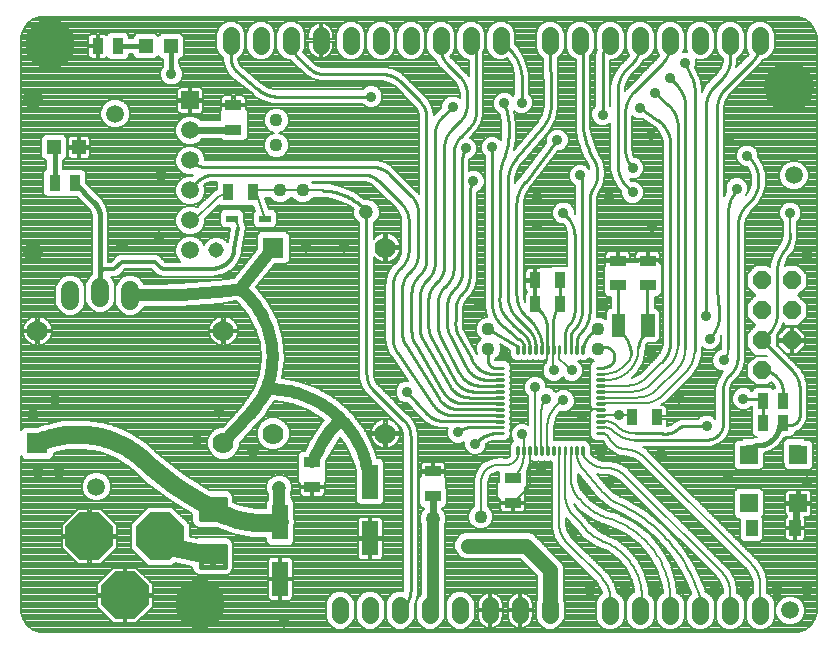
<source format=gtl>
G75*
%MOIN*%
%OFA0B0*%
%FSLAX25Y25*%
%IPPOS*%
%LPD*%
%AMOC8*
5,1,8,0,0,1.08239X$1,22.5*
%
%ADD10C,0.05740*%
%ADD11R,0.05512X0.11811*%
%ADD12R,0.05500X0.03600*%
%ADD13R,0.03600X0.05500*%
%ADD14C,0.01732*%
%ADD15R,0.04134X0.02165*%
%ADD16C,0.05600*%
%ADD17OC8,0.15748*%
%ADD18C,0.07677*%
%ADD19R,0.05937X0.05937*%
%ADD20C,0.05937*%
%ADD21R,0.04724X0.04724*%
%ADD22C,0.04362*%
%ADD23OC8,0.06102*%
%ADD24R,0.03937X0.05512*%
%ADD25C,0.07000*%
%ADD26R,0.07000X0.07000*%
%ADD27C,0.01008*%
%ADD28C,0.00000*%
%ADD29C,0.05150*%
%ADD30C,0.00130*%
%ADD31OC8,0.06000*%
%ADD32C,0.06000*%
%ADD33C,0.05906*%
%ADD34R,0.05906X0.06299*%
%ADD35C,0.05906*%
%ADD36C,0.00787*%
%ADD37C,0.03962*%
%ADD38C,0.03569*%
%ADD39C,0.00800*%
%ADD40C,0.00900*%
%ADD41C,0.06496*%
%ADD42C,0.16598*%
%ADD43C,0.02362*%
%ADD44C,0.05000*%
%ADD45C,0.03937*%
%ADD46C,0.04750*%
%ADD47C,0.05000*%
%ADD48C,0.01575*%
%ADD49C,0.01181*%
D10*
X0221125Y0024403D02*
X0221125Y0027847D01*
X0231125Y0027847D02*
X0231125Y0024403D01*
X0241125Y0024403D02*
X0241125Y0027847D01*
X0251125Y0027847D02*
X0251125Y0024403D01*
X0261125Y0024403D02*
X0261125Y0027847D01*
X0271125Y0027847D02*
X0271125Y0024403D01*
D11*
X0141125Y0050114D03*
X0141125Y0069011D03*
X0111125Y0055574D03*
X0111125Y0036676D03*
D12*
X0121751Y0067291D03*
X0121751Y0075584D03*
X0162063Y0072459D03*
X0162063Y0064166D03*
X0188625Y0061979D03*
X0188625Y0070271D03*
X0223625Y0134479D03*
X0233625Y0134479D03*
X0233625Y0142771D03*
X0223625Y0142771D03*
X0095500Y0186354D03*
X0095500Y0194646D03*
D13*
X0093854Y0165500D03*
X0102146Y0165500D03*
X0042596Y0168625D03*
X0035904Y0168625D03*
X0050279Y0214250D03*
X0056971Y0214250D03*
X0196041Y0136125D03*
X0204334Y0136125D03*
X0204334Y0128312D03*
X0196041Y0128312D03*
X0228541Y0090500D03*
X0236834Y0090500D03*
X0272154Y0088625D03*
X0278846Y0088625D03*
X0278846Y0095812D03*
X0272154Y0095812D03*
D14*
X0092680Y0056473D02*
X0084570Y0056473D01*
X0084570Y0063401D01*
X0092680Y0063401D01*
X0092680Y0056473D01*
X0092680Y0058204D02*
X0084570Y0058204D01*
X0084570Y0059935D02*
X0092680Y0059935D01*
X0092680Y0061666D02*
X0084570Y0061666D01*
X0084570Y0063397D02*
X0092680Y0063397D01*
X0092680Y0040724D02*
X0084570Y0040724D01*
X0084570Y0047652D01*
X0092680Y0047652D01*
X0092680Y0040724D01*
X0092680Y0042455D02*
X0084570Y0042455D01*
X0084570Y0044186D02*
X0092680Y0044186D01*
X0092680Y0045917D02*
X0084570Y0045917D01*
X0084570Y0047648D02*
X0092680Y0047648D01*
D15*
X0094988Y0156750D03*
X0106012Y0156750D03*
D16*
X0104625Y0214445D02*
X0104625Y0217805D01*
X0094625Y0217805D02*
X0094625Y0214445D01*
X0114625Y0214445D02*
X0114625Y0217805D01*
X0124625Y0217805D02*
X0124625Y0214445D01*
X0134625Y0214445D02*
X0134625Y0217805D01*
X0144625Y0217805D02*
X0144625Y0214445D01*
X0154625Y0214445D02*
X0154625Y0217805D01*
X0164625Y0217805D02*
X0164625Y0214445D01*
X0174625Y0214445D02*
X0174625Y0217805D01*
X0184625Y0217805D02*
X0184625Y0214445D01*
X0201125Y0214445D02*
X0201125Y0217805D01*
X0211125Y0217805D02*
X0211125Y0214445D01*
X0221125Y0214445D02*
X0221125Y0217805D01*
X0231125Y0217805D02*
X0231125Y0214445D01*
X0241125Y0214445D02*
X0241125Y0217805D01*
X0251125Y0217805D02*
X0251125Y0214445D01*
X0261125Y0214445D02*
X0261125Y0217805D01*
X0271125Y0217805D02*
X0271125Y0214445D01*
X0201125Y0027860D02*
X0201125Y0024500D01*
X0191125Y0024500D02*
X0191125Y0027860D01*
X0181125Y0027860D02*
X0181125Y0024500D01*
X0171125Y0024500D02*
X0171125Y0027860D01*
X0161125Y0027860D02*
X0161125Y0024500D01*
X0151125Y0024500D02*
X0151125Y0027860D01*
X0141125Y0027860D02*
X0141125Y0024500D01*
X0131125Y0024500D02*
X0131125Y0027860D01*
D17*
X0071125Y0050825D03*
X0047525Y0050825D03*
X0059325Y0031125D03*
D18*
X0056325Y0031125D03*
X0062325Y0031125D03*
X0071125Y0047825D03*
X0071125Y0053825D03*
X0047525Y0053825D03*
X0047525Y0047825D03*
D19*
X0081125Y0196125D03*
D20*
X0081125Y0186125D03*
X0081125Y0176125D03*
X0081125Y0166125D03*
X0081125Y0156125D03*
X0081125Y0146125D03*
X0281125Y0026125D03*
D21*
X0074634Y0214250D03*
X0066366Y0214250D03*
X0044009Y0180500D03*
X0035741Y0180500D03*
D22*
X0109875Y0181248D03*
X0109875Y0189496D03*
X0111125Y0166125D03*
X0118625Y0166125D03*
X0180500Y0119875D03*
X0180500Y0113312D03*
X0217062Y0113312D03*
X0217062Y0119875D03*
X0178000Y0057376D03*
D23*
X0271625Y0116125D03*
X0281625Y0116125D03*
X0281625Y0126125D03*
X0271625Y0126125D03*
X0271625Y0136125D03*
X0281625Y0136125D03*
D24*
X0282783Y0078723D03*
X0268217Y0078723D03*
X0268217Y0053527D03*
X0282783Y0053527D03*
D25*
X0146184Y0085052D03*
X0108782Y0085052D03*
X0092198Y0081907D03*
X0092198Y0119309D03*
X0146184Y0147060D03*
X0030190Y0119309D03*
D26*
X0030190Y0081907D03*
X0108782Y0147060D03*
D27*
X0183125Y0106826D02*
X0185463Y0106826D01*
X0183125Y0106826D02*
X0183125Y0107078D01*
X0185463Y0107078D01*
X0185463Y0106826D01*
X0185463Y0104857D02*
X0183125Y0104857D01*
X0183125Y0105109D01*
X0185463Y0105109D01*
X0185463Y0104857D01*
X0185463Y0102889D02*
X0183125Y0102889D01*
X0183125Y0103141D01*
X0185463Y0103141D01*
X0185463Y0102889D01*
X0185463Y0100920D02*
X0183125Y0100920D01*
X0183125Y0101172D01*
X0185463Y0101172D01*
X0185463Y0100920D01*
X0185463Y0098952D02*
X0183125Y0098952D01*
X0183125Y0099204D01*
X0185463Y0099204D01*
X0185463Y0098952D01*
X0185463Y0096983D02*
X0183125Y0096983D01*
X0183125Y0097235D01*
X0185463Y0097235D01*
X0185463Y0096983D01*
X0185463Y0095015D02*
X0183125Y0095015D01*
X0183125Y0095267D01*
X0185463Y0095267D01*
X0185463Y0095015D01*
X0185463Y0093046D02*
X0183125Y0093046D01*
X0183125Y0093298D01*
X0185463Y0093298D01*
X0185463Y0093046D01*
X0185463Y0091078D02*
X0183125Y0091078D01*
X0183125Y0091330D01*
X0185463Y0091330D01*
X0185463Y0091078D01*
X0185463Y0089109D02*
X0183125Y0089109D01*
X0183125Y0089361D01*
X0185463Y0089361D01*
X0185463Y0089109D01*
X0185463Y0087141D02*
X0183125Y0087141D01*
X0183125Y0087393D01*
X0185463Y0087393D01*
X0185463Y0087141D01*
X0185463Y0085172D02*
X0183125Y0085172D01*
X0183125Y0085424D01*
X0185463Y0085424D01*
X0185463Y0085172D01*
X0190424Y0080463D02*
X0190424Y0078125D01*
X0190172Y0078125D01*
X0190172Y0080463D01*
X0190424Y0080463D01*
X0190424Y0079132D02*
X0190172Y0079132D01*
X0190172Y0080139D02*
X0190424Y0080139D01*
X0192393Y0080463D02*
X0192393Y0078125D01*
X0192141Y0078125D01*
X0192141Y0080463D01*
X0192393Y0080463D01*
X0192393Y0079132D02*
X0192141Y0079132D01*
X0192141Y0080139D02*
X0192393Y0080139D01*
X0194361Y0080463D02*
X0194361Y0078125D01*
X0194109Y0078125D01*
X0194109Y0080463D01*
X0194361Y0080463D01*
X0194361Y0079132D02*
X0194109Y0079132D01*
X0194109Y0080139D02*
X0194361Y0080139D01*
X0196330Y0080463D02*
X0196330Y0078125D01*
X0196078Y0078125D01*
X0196078Y0080463D01*
X0196330Y0080463D01*
X0196330Y0079132D02*
X0196078Y0079132D01*
X0196078Y0080139D02*
X0196330Y0080139D01*
X0198298Y0080463D02*
X0198298Y0078125D01*
X0198046Y0078125D01*
X0198046Y0080463D01*
X0198298Y0080463D01*
X0198298Y0079132D02*
X0198046Y0079132D01*
X0198046Y0080139D02*
X0198298Y0080139D01*
X0200267Y0080463D02*
X0200267Y0078125D01*
X0200015Y0078125D01*
X0200015Y0080463D01*
X0200267Y0080463D01*
X0200267Y0079132D02*
X0200015Y0079132D01*
X0200015Y0080139D02*
X0200267Y0080139D01*
X0202235Y0080463D02*
X0202235Y0078125D01*
X0201983Y0078125D01*
X0201983Y0080463D01*
X0202235Y0080463D01*
X0202235Y0079132D02*
X0201983Y0079132D01*
X0201983Y0080139D02*
X0202235Y0080139D01*
X0204204Y0080463D02*
X0204204Y0078125D01*
X0203952Y0078125D01*
X0203952Y0080463D01*
X0204204Y0080463D01*
X0204204Y0079132D02*
X0203952Y0079132D01*
X0203952Y0080139D02*
X0204204Y0080139D01*
X0206172Y0080463D02*
X0206172Y0078125D01*
X0205920Y0078125D01*
X0205920Y0080463D01*
X0206172Y0080463D01*
X0206172Y0079132D02*
X0205920Y0079132D01*
X0205920Y0080139D02*
X0206172Y0080139D01*
X0208141Y0080463D02*
X0208141Y0078125D01*
X0207889Y0078125D01*
X0207889Y0080463D01*
X0208141Y0080463D01*
X0208141Y0079132D02*
X0207889Y0079132D01*
X0207889Y0080139D02*
X0208141Y0080139D01*
X0210109Y0080463D02*
X0210109Y0078125D01*
X0209857Y0078125D01*
X0209857Y0080463D01*
X0210109Y0080463D01*
X0210109Y0079132D02*
X0209857Y0079132D01*
X0209857Y0080139D02*
X0210109Y0080139D01*
X0212078Y0080463D02*
X0212078Y0078125D01*
X0211826Y0078125D01*
X0211826Y0080463D01*
X0212078Y0080463D01*
X0212078Y0079132D02*
X0211826Y0079132D01*
X0211826Y0080139D02*
X0212078Y0080139D01*
X0216787Y0085172D02*
X0219125Y0085172D01*
X0216787Y0085172D02*
X0216787Y0085424D01*
X0219125Y0085424D01*
X0219125Y0085172D01*
X0219125Y0087141D02*
X0216787Y0087141D01*
X0216787Y0087393D01*
X0219125Y0087393D01*
X0219125Y0087141D01*
X0219125Y0089109D02*
X0216787Y0089109D01*
X0216787Y0089361D01*
X0219125Y0089361D01*
X0219125Y0089109D01*
X0219125Y0091078D02*
X0216787Y0091078D01*
X0216787Y0091330D01*
X0219125Y0091330D01*
X0219125Y0091078D01*
X0219125Y0093046D02*
X0216787Y0093046D01*
X0216787Y0093298D01*
X0219125Y0093298D01*
X0219125Y0093046D01*
X0219125Y0095015D02*
X0216787Y0095015D01*
X0216787Y0095267D01*
X0219125Y0095267D01*
X0219125Y0095015D01*
X0219125Y0096983D02*
X0216787Y0096983D01*
X0216787Y0097235D01*
X0219125Y0097235D01*
X0219125Y0096983D01*
X0219125Y0098952D02*
X0216787Y0098952D01*
X0216787Y0099204D01*
X0219125Y0099204D01*
X0219125Y0098952D01*
X0219125Y0100920D02*
X0216787Y0100920D01*
X0216787Y0101172D01*
X0219125Y0101172D01*
X0219125Y0100920D01*
X0219125Y0102889D02*
X0216787Y0102889D01*
X0216787Y0103141D01*
X0219125Y0103141D01*
X0219125Y0102889D01*
X0219125Y0104857D02*
X0216787Y0104857D01*
X0216787Y0105109D01*
X0219125Y0105109D01*
X0219125Y0104857D01*
X0219125Y0106826D02*
X0216787Y0106826D01*
X0216787Y0107078D01*
X0219125Y0107078D01*
X0219125Y0106826D01*
X0212078Y0111787D02*
X0212078Y0114125D01*
X0212078Y0111787D02*
X0211826Y0111787D01*
X0211826Y0114125D01*
X0212078Y0114125D01*
X0212078Y0112794D02*
X0211826Y0112794D01*
X0211826Y0113801D02*
X0212078Y0113801D01*
X0210109Y0114125D02*
X0210109Y0111787D01*
X0209857Y0111787D01*
X0209857Y0114125D01*
X0210109Y0114125D01*
X0210109Y0112794D02*
X0209857Y0112794D01*
X0209857Y0113801D02*
X0210109Y0113801D01*
X0208141Y0114125D02*
X0208141Y0111787D01*
X0207889Y0111787D01*
X0207889Y0114125D01*
X0208141Y0114125D01*
X0208141Y0112794D02*
X0207889Y0112794D01*
X0207889Y0113801D02*
X0208141Y0113801D01*
X0206172Y0114125D02*
X0206172Y0111787D01*
X0205920Y0111787D01*
X0205920Y0114125D01*
X0206172Y0114125D01*
X0206172Y0112794D02*
X0205920Y0112794D01*
X0205920Y0113801D02*
X0206172Y0113801D01*
X0204204Y0114125D02*
X0204204Y0111787D01*
X0203952Y0111787D01*
X0203952Y0114125D01*
X0204204Y0114125D01*
X0204204Y0112794D02*
X0203952Y0112794D01*
X0203952Y0113801D02*
X0204204Y0113801D01*
X0202235Y0114125D02*
X0202235Y0111787D01*
X0201983Y0111787D01*
X0201983Y0114125D01*
X0202235Y0114125D01*
X0202235Y0112794D02*
X0201983Y0112794D01*
X0201983Y0113801D02*
X0202235Y0113801D01*
X0200267Y0114125D02*
X0200267Y0111787D01*
X0200015Y0111787D01*
X0200015Y0114125D01*
X0200267Y0114125D01*
X0200267Y0112794D02*
X0200015Y0112794D01*
X0200015Y0113801D02*
X0200267Y0113801D01*
X0198298Y0114125D02*
X0198298Y0111787D01*
X0198046Y0111787D01*
X0198046Y0114125D01*
X0198298Y0114125D01*
X0198298Y0112794D02*
X0198046Y0112794D01*
X0198046Y0113801D02*
X0198298Y0113801D01*
X0196330Y0114125D02*
X0196330Y0111787D01*
X0196078Y0111787D01*
X0196078Y0114125D01*
X0196330Y0114125D01*
X0196330Y0112794D02*
X0196078Y0112794D01*
X0196078Y0113801D02*
X0196330Y0113801D01*
X0194361Y0114125D02*
X0194361Y0111787D01*
X0194109Y0111787D01*
X0194109Y0114125D01*
X0194361Y0114125D01*
X0194361Y0112794D02*
X0194109Y0112794D01*
X0194109Y0113801D02*
X0194361Y0113801D01*
X0192393Y0114125D02*
X0192393Y0111787D01*
X0192141Y0111787D01*
X0192141Y0114125D01*
X0192393Y0114125D01*
X0192393Y0112794D02*
X0192141Y0112794D01*
X0192141Y0113801D02*
X0192393Y0113801D01*
X0190424Y0114125D02*
X0190424Y0111787D01*
X0190172Y0111787D01*
X0190172Y0114125D01*
X0190424Y0114125D01*
X0190424Y0112794D02*
X0190172Y0112794D01*
X0190172Y0113801D02*
X0190424Y0113801D01*
D28*
X0201125Y0096125D03*
D29*
X0089875Y0146125D03*
D30*
X0221604Y0124800D02*
X0225804Y0124800D01*
X0225804Y0117450D01*
X0221604Y0117450D01*
X0221604Y0124800D01*
X0221604Y0117579D02*
X0225804Y0117579D01*
X0225804Y0117708D02*
X0221604Y0117708D01*
X0221604Y0117837D02*
X0225804Y0117837D01*
X0225804Y0117966D02*
X0221604Y0117966D01*
X0221604Y0118095D02*
X0225804Y0118095D01*
X0225804Y0118224D02*
X0221604Y0118224D01*
X0221604Y0118353D02*
X0225804Y0118353D01*
X0225804Y0118482D02*
X0221604Y0118482D01*
X0221604Y0118611D02*
X0225804Y0118611D01*
X0225804Y0118740D02*
X0221604Y0118740D01*
X0221604Y0118869D02*
X0225804Y0118869D01*
X0225804Y0118998D02*
X0221604Y0118998D01*
X0221604Y0119127D02*
X0225804Y0119127D01*
X0225804Y0119256D02*
X0221604Y0119256D01*
X0221604Y0119385D02*
X0225804Y0119385D01*
X0225804Y0119514D02*
X0221604Y0119514D01*
X0221604Y0119643D02*
X0225804Y0119643D01*
X0225804Y0119772D02*
X0221604Y0119772D01*
X0221604Y0119901D02*
X0225804Y0119901D01*
X0225804Y0120030D02*
X0221604Y0120030D01*
X0221604Y0120159D02*
X0225804Y0120159D01*
X0225804Y0120288D02*
X0221604Y0120288D01*
X0221604Y0120417D02*
X0225804Y0120417D01*
X0225804Y0120546D02*
X0221604Y0120546D01*
X0221604Y0120675D02*
X0225804Y0120675D01*
X0225804Y0120804D02*
X0221604Y0120804D01*
X0221604Y0120933D02*
X0225804Y0120933D01*
X0225804Y0121062D02*
X0221604Y0121062D01*
X0221604Y0121191D02*
X0225804Y0121191D01*
X0225804Y0121320D02*
X0221604Y0121320D01*
X0221604Y0121449D02*
X0225804Y0121449D01*
X0225804Y0121578D02*
X0221604Y0121578D01*
X0221604Y0121707D02*
X0225804Y0121707D01*
X0225804Y0121836D02*
X0221604Y0121836D01*
X0221604Y0121965D02*
X0225804Y0121965D01*
X0225804Y0122094D02*
X0221604Y0122094D01*
X0221604Y0122223D02*
X0225804Y0122223D01*
X0225804Y0122352D02*
X0221604Y0122352D01*
X0221604Y0122481D02*
X0225804Y0122481D01*
X0225804Y0122610D02*
X0221604Y0122610D01*
X0221604Y0122739D02*
X0225804Y0122739D01*
X0225804Y0122868D02*
X0221604Y0122868D01*
X0221604Y0122997D02*
X0225804Y0122997D01*
X0225804Y0123126D02*
X0221604Y0123126D01*
X0221604Y0123255D02*
X0225804Y0123255D01*
X0225804Y0123384D02*
X0221604Y0123384D01*
X0221604Y0123513D02*
X0225804Y0123513D01*
X0225804Y0123642D02*
X0221604Y0123642D01*
X0221604Y0123771D02*
X0225804Y0123771D01*
X0225804Y0123900D02*
X0221604Y0123900D01*
X0221604Y0124029D02*
X0225804Y0124029D01*
X0225804Y0124158D02*
X0221604Y0124158D01*
X0221604Y0124287D02*
X0225804Y0124287D01*
X0225804Y0124416D02*
X0221604Y0124416D01*
X0221604Y0124545D02*
X0225804Y0124545D01*
X0225804Y0124674D02*
X0221604Y0124674D01*
X0231446Y0124800D02*
X0235646Y0124800D01*
X0235646Y0117450D01*
X0231446Y0117450D01*
X0231446Y0124800D01*
X0231446Y0117579D02*
X0235646Y0117579D01*
X0235646Y0117708D02*
X0231446Y0117708D01*
X0231446Y0117837D02*
X0235646Y0117837D01*
X0235646Y0117966D02*
X0231446Y0117966D01*
X0231446Y0118095D02*
X0235646Y0118095D01*
X0235646Y0118224D02*
X0231446Y0118224D01*
X0231446Y0118353D02*
X0235646Y0118353D01*
X0235646Y0118482D02*
X0231446Y0118482D01*
X0231446Y0118611D02*
X0235646Y0118611D01*
X0235646Y0118740D02*
X0231446Y0118740D01*
X0231446Y0118869D02*
X0235646Y0118869D01*
X0235646Y0118998D02*
X0231446Y0118998D01*
X0231446Y0119127D02*
X0235646Y0119127D01*
X0235646Y0119256D02*
X0231446Y0119256D01*
X0231446Y0119385D02*
X0235646Y0119385D01*
X0235646Y0119514D02*
X0231446Y0119514D01*
X0231446Y0119643D02*
X0235646Y0119643D01*
X0235646Y0119772D02*
X0231446Y0119772D01*
X0231446Y0119901D02*
X0235646Y0119901D01*
X0235646Y0120030D02*
X0231446Y0120030D01*
X0231446Y0120159D02*
X0235646Y0120159D01*
X0235646Y0120288D02*
X0231446Y0120288D01*
X0231446Y0120417D02*
X0235646Y0120417D01*
X0235646Y0120546D02*
X0231446Y0120546D01*
X0231446Y0120675D02*
X0235646Y0120675D01*
X0235646Y0120804D02*
X0231446Y0120804D01*
X0231446Y0120933D02*
X0235646Y0120933D01*
X0235646Y0121062D02*
X0231446Y0121062D01*
X0231446Y0121191D02*
X0235646Y0121191D01*
X0235646Y0121320D02*
X0231446Y0121320D01*
X0231446Y0121449D02*
X0235646Y0121449D01*
X0235646Y0121578D02*
X0231446Y0121578D01*
X0231446Y0121707D02*
X0235646Y0121707D01*
X0235646Y0121836D02*
X0231446Y0121836D01*
X0231446Y0121965D02*
X0235646Y0121965D01*
X0235646Y0122094D02*
X0231446Y0122094D01*
X0231446Y0122223D02*
X0235646Y0122223D01*
X0235646Y0122352D02*
X0231446Y0122352D01*
X0231446Y0122481D02*
X0235646Y0122481D01*
X0235646Y0122610D02*
X0231446Y0122610D01*
X0231446Y0122739D02*
X0235646Y0122739D01*
X0235646Y0122868D02*
X0231446Y0122868D01*
X0231446Y0122997D02*
X0235646Y0122997D01*
X0235646Y0123126D02*
X0231446Y0123126D01*
X0231446Y0123255D02*
X0235646Y0123255D01*
X0235646Y0123384D02*
X0231446Y0123384D01*
X0231446Y0123513D02*
X0235646Y0123513D01*
X0235646Y0123642D02*
X0231446Y0123642D01*
X0231446Y0123771D02*
X0235646Y0123771D01*
X0235646Y0123900D02*
X0231446Y0123900D01*
X0231446Y0124029D02*
X0235646Y0124029D01*
X0235646Y0124158D02*
X0231446Y0124158D01*
X0231446Y0124287D02*
X0235646Y0124287D01*
X0235646Y0124416D02*
X0231446Y0124416D01*
X0231446Y0124545D02*
X0235646Y0124545D01*
X0235646Y0124674D02*
X0231446Y0124674D01*
D31*
X0271625Y0106125D03*
D32*
X0061125Y0129325D02*
X0061125Y0132925D01*
X0051125Y0133925D02*
X0051125Y0130325D01*
X0041125Y0129325D02*
X0041125Y0132925D01*
D33*
X0056125Y0191750D03*
X0049875Y0067375D03*
X0282375Y0171114D03*
D34*
X0283849Y0077963D03*
X0267314Y0077963D03*
X0267314Y0061821D03*
X0283849Y0061821D03*
D35*
X0081437Y0064250D02*
X0079619Y0065371D01*
X0077827Y0066534D01*
X0076064Y0067739D01*
X0074330Y0068986D01*
X0072625Y0070273D01*
X0070951Y0071600D01*
X0069309Y0072966D01*
X0067700Y0074370D01*
X0066125Y0075813D01*
X0081438Y0064250D02*
X0088625Y0059937D01*
X0088625Y0044188D02*
X0071125Y0047825D01*
X0066125Y0075813D02*
X0065531Y0076356D01*
X0064925Y0076884D01*
X0064305Y0077398D01*
X0063674Y0077896D01*
X0063030Y0078378D01*
X0062375Y0078845D01*
X0061709Y0079296D01*
X0061031Y0079730D01*
X0060344Y0080147D01*
X0059646Y0080548D01*
X0058939Y0080932D01*
X0058223Y0081298D01*
X0057498Y0081647D01*
X0056765Y0081978D01*
X0056024Y0082290D01*
X0055275Y0082585D01*
X0054520Y0082862D01*
X0053758Y0083120D01*
X0052990Y0083359D01*
X0052216Y0083580D01*
X0051438Y0083781D01*
X0050654Y0083964D01*
X0049866Y0084127D01*
X0049075Y0084271D01*
X0048280Y0084396D01*
X0047483Y0084502D01*
X0046683Y0084588D01*
X0045881Y0084654D01*
X0045078Y0084701D01*
X0044274Y0084728D01*
X0043470Y0084736D01*
X0042666Y0084724D01*
X0041862Y0084692D01*
X0041059Y0084641D01*
X0040258Y0084571D01*
X0039458Y0084481D01*
X0038661Y0084371D01*
X0037867Y0084242D01*
X0037077Y0084094D01*
X0036290Y0083926D01*
X0035507Y0083740D01*
X0034730Y0083534D01*
X0033957Y0083309D01*
X0033190Y0083066D01*
X0032430Y0082804D01*
X0031676Y0082524D01*
X0030929Y0082225D01*
X0030190Y0081908D01*
X0088624Y0059936D02*
X0089321Y0059530D01*
X0090027Y0059140D01*
X0090742Y0058767D01*
X0091466Y0058412D01*
X0092199Y0058074D01*
X0092939Y0057754D01*
X0093687Y0057452D01*
X0094442Y0057167D01*
X0095203Y0056902D01*
X0095971Y0056654D01*
X0096744Y0056425D01*
X0097523Y0056215D01*
X0098307Y0056023D01*
X0099094Y0055851D01*
X0099886Y0055697D01*
X0100682Y0055563D01*
X0101480Y0055448D01*
X0102281Y0055352D01*
X0103084Y0055275D01*
X0103888Y0055218D01*
X0104694Y0055180D01*
X0105500Y0055161D01*
X0106307Y0055162D01*
X0107113Y0055182D01*
X0107919Y0055222D01*
X0108723Y0055281D01*
X0109526Y0055359D01*
X0110327Y0055457D01*
X0111125Y0055574D01*
D36*
X0026946Y0021008D02*
X0025575Y0022895D01*
X0024854Y0025114D01*
X0024762Y0026280D01*
X0024762Y0077551D01*
X0025875Y0076439D01*
X0034505Y0076439D01*
X0035658Y0077592D01*
X0035658Y0078601D01*
X0040070Y0079597D01*
X0045535Y0079744D01*
X0050925Y0078830D01*
X0056036Y0076889D01*
X0060674Y0073994D01*
X0062760Y0072222D01*
X0063474Y0071552D01*
X0066461Y0068753D01*
X0074556Y0062640D01*
X0078905Y0060030D01*
X0079736Y0059532D01*
X0081735Y0058332D01*
X0081735Y0055908D01*
X0082167Y0054866D01*
X0082964Y0054069D01*
X0084006Y0053637D01*
X0089887Y0053637D01*
X0095253Y0051581D01*
X0095253Y0051581D01*
X0101854Y0050301D01*
X0106401Y0050223D01*
X0106401Y0048853D01*
X0107554Y0047700D01*
X0114696Y0047700D01*
X0115849Y0048853D01*
X0115849Y0054171D01*
X0116139Y0055379D01*
X0115849Y0057202D01*
X0115849Y0062295D01*
X0114884Y0063260D01*
X0114827Y0065351D01*
X0115184Y0066215D01*
X0115184Y0067943D01*
X0114523Y0069539D01*
X0113301Y0070761D01*
X0111705Y0071422D01*
X0109977Y0071422D01*
X0108381Y0070761D01*
X0107159Y0069539D01*
X0106498Y0067943D01*
X0106498Y0066215D01*
X0106956Y0065108D01*
X0107016Y0062910D01*
X0106401Y0062295D01*
X0106401Y0060176D01*
X0102894Y0060236D01*
X0098002Y0061184D01*
X0095515Y0062138D01*
X0095515Y0063965D01*
X0095083Y0065007D01*
X0094286Y0065804D01*
X0093244Y0066236D01*
X0087692Y0066236D01*
X0084809Y0067966D01*
X0083970Y0068470D01*
X0080137Y0070911D01*
X0072887Y0076385D01*
X0069490Y0079403D01*
X0069356Y0079529D01*
X0068776Y0080073D01*
X0066784Y0081940D01*
X0066784Y0081940D01*
X0060490Y0085868D01*
X0053555Y0088502D01*
X0046241Y0089743D01*
X0038825Y0089543D01*
X0031588Y0087909D01*
X0030384Y0087376D01*
X0025875Y0087376D01*
X0024762Y0086264D01*
X0024762Y0216595D01*
X0024854Y0217761D01*
X0025575Y0219980D01*
X0026946Y0221867D01*
X0028833Y0223238D01*
X0031051Y0223958D01*
X0032218Y0224050D01*
X0282532Y0224050D01*
X0283699Y0223958D01*
X0285917Y0223238D01*
X0287804Y0221867D01*
X0289175Y0219980D01*
X0289896Y0217761D01*
X0289988Y0216595D01*
X0289988Y0026280D01*
X0289896Y0025114D01*
X0289175Y0022895D01*
X0287804Y0021008D01*
X0285917Y0019637D01*
X0283699Y0018917D01*
X0282532Y0018825D01*
X0032218Y0018825D01*
X0031051Y0018917D01*
X0028833Y0019637D01*
X0026946Y0021008D01*
X0027177Y0020840D02*
X0128041Y0020840D01*
X0128424Y0020458D02*
X0130176Y0019732D01*
X0132074Y0019732D01*
X0133826Y0020458D01*
X0135168Y0021799D01*
X0135893Y0023552D01*
X0135893Y0028809D01*
X0135168Y0030561D01*
X0133826Y0031903D01*
X0132074Y0032629D01*
X0130176Y0032629D01*
X0128424Y0031903D01*
X0127082Y0030561D01*
X0126356Y0028809D01*
X0126356Y0023552D01*
X0127082Y0021799D01*
X0128424Y0020458D01*
X0129397Y0020055D02*
X0028259Y0020055D01*
X0029968Y0019269D02*
X0284782Y0019269D01*
X0286491Y0020055D02*
X0273271Y0020055D01*
X0273866Y0020301D02*
X0275227Y0021662D01*
X0275964Y0023440D01*
X0275964Y0028809D01*
X0275227Y0030588D01*
X0273866Y0031949D01*
X0273493Y0032103D01*
X0273493Y0036156D01*
X0272661Y0039261D01*
X0272661Y0039261D01*
X0271054Y0042046D01*
X0269917Y0043183D01*
X0269886Y0043214D01*
X0233739Y0079361D01*
X0233739Y0079361D01*
X0233296Y0079804D01*
X0231949Y0080581D01*
X0254682Y0080581D01*
X0257789Y0081869D01*
X0258638Y0082717D01*
X0258978Y0083058D01*
X0259191Y0083271D01*
X0259318Y0083398D01*
X0259970Y0084050D01*
X0261043Y0086642D01*
X0261043Y0099113D01*
X0261090Y0099826D01*
X0261459Y0101201D01*
X0262171Y0102435D01*
X0262641Y0102971D01*
X0262689Y0103018D01*
X0262758Y0103088D01*
X0263369Y0103699D01*
X0263987Y0104317D01*
X0265342Y0106664D01*
X0266043Y0109281D01*
X0266043Y0154236D01*
X0266107Y0155205D01*
X0266609Y0157077D01*
X0267578Y0158755D01*
X0268218Y0159485D01*
X0268987Y0160254D01*
X0269057Y0160324D01*
X0269667Y0160935D01*
X0270469Y0161736D01*
X0272083Y0164532D01*
X0272918Y0167650D01*
X0272918Y0171625D01*
X0271989Y0174905D01*
X0270503Y0177314D01*
X0270503Y0178434D01*
X0269931Y0179813D01*
X0268876Y0180869D01*
X0267496Y0181440D01*
X0266004Y0181440D01*
X0264624Y0180869D01*
X0263569Y0179813D01*
X0262997Y0178434D01*
X0262997Y0176941D01*
X0263569Y0175562D01*
X0264624Y0174506D01*
X0266004Y0173935D01*
X0266821Y0173935D01*
X0267453Y0172910D01*
X0268011Y0170943D01*
X0268081Y0169920D01*
X0268081Y0169264D01*
X0268018Y0168295D01*
X0267516Y0166423D01*
X0266547Y0164745D01*
X0266541Y0164738D01*
X0267065Y0166004D01*
X0267065Y0167496D01*
X0266494Y0168876D01*
X0265438Y0169931D01*
X0264059Y0170503D01*
X0262566Y0170503D01*
X0261187Y0169931D01*
X0260131Y0168876D01*
X0259560Y0167496D01*
X0259560Y0166004D01*
X0259774Y0165487D01*
X0259168Y0164439D01*
X0259168Y0191994D01*
X0259202Y0192103D01*
X0259168Y0192472D01*
X0259168Y0192842D01*
X0259150Y0192885D01*
X0259133Y0193567D01*
X0259465Y0195504D01*
X0260288Y0197289D01*
X0260829Y0198034D01*
X0270292Y0207497D01*
X0271094Y0208298D01*
X0271889Y0209677D01*
X0272074Y0209677D01*
X0273826Y0210402D01*
X0275168Y0211744D01*
X0275893Y0213496D01*
X0275893Y0218754D01*
X0275168Y0220506D01*
X0273826Y0221848D01*
X0272074Y0222573D01*
X0270176Y0222573D01*
X0268424Y0221848D01*
X0267082Y0220506D01*
X0266356Y0218754D01*
X0266356Y0213496D01*
X0267082Y0211744D01*
X0267299Y0211527D01*
X0267172Y0211307D01*
X0266532Y0210577D01*
X0263178Y0207223D01*
X0263543Y0208588D01*
X0263543Y0210285D01*
X0263826Y0210402D01*
X0265168Y0211744D01*
X0265893Y0213496D01*
X0265893Y0218754D01*
X0265168Y0220506D01*
X0263826Y0221848D01*
X0262074Y0222573D01*
X0260176Y0222573D01*
X0258424Y0221848D01*
X0257082Y0220506D01*
X0256356Y0218754D01*
X0256356Y0213496D01*
X0257082Y0211744D01*
X0258424Y0210402D01*
X0258706Y0210285D01*
X0258706Y0210202D01*
X0258643Y0209233D01*
X0258141Y0207361D01*
X0257172Y0205682D01*
X0256532Y0204952D01*
X0254513Y0202933D01*
X0254464Y0202885D01*
X0253833Y0202253D01*
X0253833Y0202253D01*
X0253031Y0201452D01*
X0253031Y0201452D01*
X0251668Y0199091D01*
X0251668Y0200931D01*
X0251113Y0203497D01*
X0250625Y0204569D01*
X0250522Y0204795D01*
X0250370Y0205130D01*
X0249517Y0207007D01*
X0249878Y0207879D01*
X0249878Y0209371D01*
X0249663Y0209889D01*
X0250176Y0209677D01*
X0252074Y0209677D01*
X0253826Y0210402D01*
X0255168Y0211744D01*
X0255893Y0213496D01*
X0255893Y0218754D01*
X0255168Y0220506D01*
X0253826Y0221848D01*
X0252074Y0222573D01*
X0250176Y0222573D01*
X0248424Y0221848D01*
X0247082Y0220506D01*
X0246356Y0218754D01*
X0246356Y0213496D01*
X0246820Y0212378D01*
X0245430Y0212378D01*
X0245893Y0213496D01*
X0245893Y0218754D01*
X0245168Y0220506D01*
X0243826Y0221848D01*
X0242074Y0222573D01*
X0240176Y0222573D01*
X0238424Y0221848D01*
X0237082Y0220506D01*
X0236356Y0218754D01*
X0236356Y0213496D01*
X0237082Y0211744D01*
X0237528Y0211298D01*
X0237172Y0210682D01*
X0236532Y0209952D01*
X0236252Y0209672D01*
X0236192Y0209612D01*
X0226958Y0200378D01*
X0226958Y0200378D01*
X0226156Y0199577D01*
X0226156Y0199577D01*
X0226043Y0199381D01*
X0226043Y0199548D01*
X0226107Y0200517D01*
X0226609Y0202389D01*
X0227578Y0204068D01*
X0228218Y0204798D01*
X0229612Y0206192D01*
X0229654Y0206233D01*
X0230292Y0206872D01*
X0231094Y0207673D01*
X0232306Y0209773D01*
X0233826Y0210402D01*
X0235168Y0211744D01*
X0235893Y0213496D01*
X0235893Y0218754D01*
X0235168Y0220506D01*
X0233826Y0221848D01*
X0232074Y0222573D01*
X0230176Y0222573D01*
X0228424Y0221848D01*
X0227082Y0220506D01*
X0226356Y0218754D01*
X0226356Y0213496D01*
X0227082Y0211744D01*
X0227528Y0211298D01*
X0227172Y0210682D01*
X0226532Y0209952D01*
X0226233Y0209653D01*
X0226192Y0209612D01*
X0224458Y0207878D01*
X0224458Y0207878D01*
X0223656Y0207077D01*
X0223656Y0207077D01*
X0222042Y0204281D01*
X0222042Y0204281D01*
X0221206Y0201162D01*
X0221206Y0194163D01*
X0221043Y0194326D01*
X0221043Y0209677D01*
X0222074Y0209677D01*
X0223826Y0210402D01*
X0225168Y0211744D01*
X0225893Y0213496D01*
X0225893Y0218754D01*
X0225168Y0220506D01*
X0223826Y0221848D01*
X0222074Y0222573D01*
X0220176Y0222573D01*
X0218424Y0221848D01*
X0217082Y0220506D01*
X0216356Y0218754D01*
X0216356Y0213496D01*
X0216585Y0212945D01*
X0216206Y0211532D01*
X0216206Y0194326D01*
X0215444Y0193563D01*
X0214872Y0192184D01*
X0214872Y0190691D01*
X0215444Y0189312D01*
X0216499Y0188256D01*
X0217879Y0187685D01*
X0219371Y0187685D01*
X0220751Y0188256D01*
X0221206Y0188712D01*
X0221206Y0172963D01*
X0222042Y0169844D01*
X0223656Y0167048D01*
X0224458Y0166247D01*
X0224805Y0165900D01*
X0224872Y0165832D01*
X0224872Y0164754D01*
X0225444Y0163374D01*
X0226499Y0162319D01*
X0227879Y0161747D01*
X0229371Y0161747D01*
X0230751Y0162319D01*
X0231806Y0163374D01*
X0232378Y0164754D01*
X0232378Y0166246D01*
X0231806Y0167626D01*
X0230751Y0168681D01*
X0229371Y0169253D01*
X0228293Y0169253D01*
X0228222Y0169323D01*
X0228218Y0169327D01*
X0227661Y0169962D01*
X0227879Y0169872D01*
X0229371Y0169872D01*
X0230751Y0170444D01*
X0231806Y0171499D01*
X0232378Y0172879D01*
X0232378Y0174371D01*
X0231806Y0175751D01*
X0230751Y0176806D01*
X0229371Y0177378D01*
X0228994Y0177378D01*
X0228596Y0178862D01*
X0228543Y0179661D01*
X0228543Y0190899D01*
X0228999Y0190444D01*
X0230379Y0189872D01*
X0231871Y0189872D01*
X0232148Y0189987D01*
X0235488Y0187690D01*
X0236417Y0186935D01*
X0237853Y0185029D01*
X0238610Y0182766D01*
X0238706Y0181573D01*
X0238706Y0115827D01*
X0238643Y0114858D01*
X0238141Y0112986D01*
X0237172Y0111307D01*
X0236532Y0110577D01*
X0236192Y0110237D01*
X0236142Y0110116D01*
X0231629Y0105604D01*
X0230894Y0104959D01*
X0229205Y0103984D01*
X0228356Y0103756D01*
X0229986Y0105386D01*
X0230429Y0105829D01*
X0230429Y0105829D01*
X0232036Y0108614D01*
X0232868Y0111719D01*
X0232868Y0112872D01*
X0232918Y0112992D01*
X0232918Y0113473D01*
X0232995Y0114250D01*
X0233478Y0115416D01*
X0236489Y0115416D01*
X0237680Y0116608D01*
X0237680Y0125642D01*
X0236489Y0126834D01*
X0235965Y0126834D01*
X0235965Y0130710D01*
X0237190Y0130710D01*
X0238343Y0131863D01*
X0238343Y0136810D01*
X0238406Y0136872D01*
X0238406Y0141315D01*
X0237769Y0141953D01*
X0237769Y0142378D01*
X0237344Y0142378D01*
X0237253Y0142468D01*
X0234019Y0142468D01*
X0234019Y0143165D01*
X0237769Y0143165D01*
X0237769Y0144755D01*
X0237674Y0145109D01*
X0237490Y0145427D01*
X0237231Y0145687D01*
X0236913Y0145870D01*
X0236558Y0145965D01*
X0234019Y0145965D01*
X0234019Y0143165D01*
X0233231Y0143165D01*
X0233231Y0142468D01*
X0230310Y0142468D01*
X0230219Y0142378D01*
X0229481Y0142378D01*
X0229481Y0142156D01*
X0227769Y0142156D01*
X0227769Y0142378D01*
X0224019Y0142378D01*
X0224019Y0143165D01*
X0227769Y0143165D01*
X0227769Y0144755D01*
X0227674Y0145109D01*
X0227490Y0145427D01*
X0227231Y0145687D01*
X0226913Y0145870D01*
X0226558Y0145965D01*
X0224019Y0145965D01*
X0224019Y0143165D01*
X0223231Y0143165D01*
X0223231Y0142378D01*
X0219481Y0142378D01*
X0219481Y0141328D01*
X0219156Y0141003D01*
X0219156Y0137344D01*
X0218906Y0137094D01*
X0218906Y0131863D01*
X0220060Y0130710D01*
X0221285Y0130710D01*
X0221285Y0126834D01*
X0220761Y0126834D01*
X0219570Y0125642D01*
X0219570Y0123236D01*
X0219413Y0123393D01*
X0217888Y0124025D01*
X0216618Y0124025D01*
X0216668Y0124213D01*
X0216668Y0162688D01*
X0216725Y0163501D01*
X0217172Y0165064D01*
X0217553Y0165785D01*
X0217567Y0165806D01*
X0217808Y0166193D01*
X0217808Y0166193D01*
X0218623Y0167503D01*
X0219460Y0171463D01*
X0218897Y0175470D01*
X0218152Y0176876D01*
X0218145Y0176924D01*
X0217927Y0177299D01*
X0217811Y0177519D01*
X0216694Y0179671D01*
X0214962Y0184624D01*
X0214481Y0187069D01*
X0214481Y0211057D01*
X0215168Y0211744D01*
X0215893Y0213496D01*
X0215893Y0218754D01*
X0215168Y0220506D01*
X0213826Y0221848D01*
X0212074Y0222573D01*
X0210176Y0222573D01*
X0208424Y0221848D01*
X0207082Y0220506D01*
X0206356Y0218754D01*
X0206356Y0213496D01*
X0207082Y0211744D01*
X0208424Y0210402D01*
X0209644Y0209897D01*
X0209644Y0187147D01*
X0209600Y0186971D01*
X0209644Y0186670D01*
X0209644Y0186367D01*
X0209714Y0186199D01*
X0210122Y0183432D01*
X0212166Y0177587D01*
X0213681Y0174979D01*
X0214128Y0173924D01*
X0214209Y0173348D01*
X0213251Y0174306D01*
X0211871Y0174878D01*
X0210379Y0174878D01*
X0208999Y0174306D01*
X0207944Y0173251D01*
X0207372Y0171871D01*
X0207372Y0170379D01*
X0207944Y0168999D01*
X0208999Y0167944D01*
X0209331Y0167806D01*
X0194984Y0167806D01*
X0195008Y0167833D02*
X0195043Y0167930D01*
X0203678Y0179160D01*
X0204259Y0179160D01*
X0205638Y0179731D01*
X0206694Y0180787D01*
X0207265Y0182166D01*
X0207265Y0183659D01*
X0206694Y0185038D01*
X0205638Y0186094D01*
X0204259Y0186665D01*
X0202766Y0186665D01*
X0201387Y0186094D01*
X0200331Y0185038D01*
X0199760Y0183659D01*
X0199760Y0182166D01*
X0199805Y0182058D01*
X0191039Y0170658D01*
X0189824Y0169322D01*
X0189495Y0168674D01*
X0189481Y0168931D01*
X0189481Y0169240D01*
X0189494Y0170185D01*
X0190003Y0172505D01*
X0191112Y0174606D01*
X0191727Y0175356D01*
X0191910Y0175571D01*
X0192196Y0175876D01*
X0192220Y0175937D01*
X0199894Y0185002D01*
X0201213Y0186429D01*
X0201213Y0186429D01*
X0203043Y0189975D01*
X0203043Y0189975D01*
X0203863Y0193880D01*
X0203863Y0193880D01*
X0203743Y0195808D01*
X0203601Y0210309D01*
X0203826Y0210402D01*
X0205168Y0211744D01*
X0205893Y0213496D01*
X0205893Y0218754D01*
X0205168Y0220506D01*
X0203826Y0221848D01*
X0202074Y0222573D01*
X0200176Y0222573D01*
X0198424Y0221848D01*
X0197082Y0220506D01*
X0196356Y0218754D01*
X0196356Y0213496D01*
X0197082Y0211744D01*
X0198424Y0210402D01*
X0198764Y0210262D01*
X0198903Y0196113D01*
X0198881Y0196051D01*
X0198907Y0195634D01*
X0198910Y0195346D01*
X0198904Y0194240D01*
X0198359Y0191641D01*
X0197141Y0189282D01*
X0196365Y0188319D01*
X0196270Y0188208D01*
X0195979Y0187893D01*
X0195961Y0187842D01*
X0189050Y0179678D01*
X0189736Y0183124D01*
X0189823Y0188363D01*
X0189823Y0188363D01*
X0189132Y0192561D01*
X0189499Y0192194D01*
X0190879Y0191622D01*
X0192371Y0191622D01*
X0193751Y0192194D01*
X0194806Y0193249D01*
X0195378Y0194629D01*
X0195378Y0196121D01*
X0194806Y0197501D01*
X0194043Y0198264D01*
X0194043Y0202572D01*
X0194045Y0202577D01*
X0194043Y0203052D01*
X0194043Y0203529D01*
X0194042Y0203534D01*
X0194034Y0205327D01*
X0192842Y0209706D01*
X0190556Y0213627D01*
X0189393Y0214780D01*
X0189393Y0218754D01*
X0188668Y0220506D01*
X0187326Y0221848D01*
X0185574Y0222573D01*
X0183676Y0222573D01*
X0181924Y0221848D01*
X0180582Y0220506D01*
X0179856Y0218754D01*
X0179856Y0213496D01*
X0180582Y0211744D01*
X0181924Y0210402D01*
X0183676Y0209677D01*
X0185574Y0209677D01*
X0186833Y0210198D01*
X0188243Y0207779D01*
X0189094Y0204656D01*
X0189206Y0203039D01*
X0189206Y0198264D01*
X0188625Y0197682D01*
X0187938Y0198369D01*
X0186559Y0198940D01*
X0185066Y0198940D01*
X0183687Y0198369D01*
X0182631Y0197313D01*
X0182060Y0195934D01*
X0182060Y0194441D01*
X0182631Y0193062D01*
X0183687Y0192006D01*
X0184261Y0191768D01*
X0184881Y0188001D01*
X0184809Y0183651D01*
X0184659Y0182898D01*
X0183876Y0183681D01*
X0182496Y0184253D01*
X0181004Y0184253D01*
X0179624Y0183681D01*
X0178569Y0182626D01*
X0177997Y0181246D01*
X0177997Y0179754D01*
X0178569Y0178374D01*
X0179331Y0177611D01*
X0179331Y0128888D01*
X0179271Y0127383D01*
X0179935Y0124346D01*
X0180099Y0124025D01*
X0179675Y0124025D01*
X0178149Y0123393D01*
X0176982Y0122226D01*
X0176350Y0120700D01*
X0176350Y0119050D01*
X0176982Y0117524D01*
X0177913Y0116594D01*
X0176982Y0115663D01*
X0176350Y0114138D01*
X0176350Y0112487D01*
X0176718Y0111600D01*
X0176699Y0111634D01*
X0176499Y0112027D01*
X0176467Y0112054D01*
X0172375Y0119466D01*
X0172165Y0120073D01*
X0171947Y0121509D01*
X0171960Y0121931D01*
X0171981Y0121981D01*
X0171981Y0122348D01*
X0172015Y0122715D01*
X0171981Y0122826D01*
X0171981Y0125569D01*
X0172002Y0125626D01*
X0171981Y0126048D01*
X0171981Y0126280D01*
X0171990Y0126801D01*
X0172283Y0128155D01*
X0172916Y0129388D01*
X0173332Y0129912D01*
X0173372Y0129952D01*
X0173994Y0130574D01*
X0174612Y0131192D01*
X0175967Y0133539D01*
X0176668Y0136156D01*
X0176668Y0164971D01*
X0176714Y0165677D01*
X0176718Y0165693D01*
X0177626Y0166069D01*
X0178681Y0167124D01*
X0179253Y0168504D01*
X0179253Y0169996D01*
X0178681Y0171376D01*
X0177626Y0172431D01*
X0176246Y0173003D01*
X0174754Y0173003D01*
X0174168Y0172760D01*
X0174168Y0175829D01*
X0174205Y0176460D01*
X0174248Y0176643D01*
X0175126Y0177006D01*
X0176181Y0178062D01*
X0176753Y0179441D01*
X0176753Y0180934D01*
X0176181Y0182313D01*
X0175126Y0183369D01*
X0174313Y0183705D01*
X0176182Y0185574D01*
X0176800Y0186192D01*
X0178155Y0188539D01*
X0178856Y0191156D01*
X0178856Y0212199D01*
X0179393Y0213496D01*
X0179393Y0218754D01*
X0178668Y0220506D01*
X0177326Y0221848D01*
X0175574Y0222573D01*
X0173676Y0222573D01*
X0171924Y0221848D01*
X0170582Y0220506D01*
X0169856Y0218754D01*
X0169856Y0213496D01*
X0170582Y0211744D01*
X0171924Y0210402D01*
X0173676Y0209677D01*
X0174019Y0209677D01*
X0174019Y0204212D01*
X0173675Y0204808D01*
X0173057Y0205426D01*
X0173057Y0205426D01*
X0168919Y0209564D01*
X0168637Y0209845D01*
X0168579Y0209904D01*
X0168108Y0210440D01*
X0167836Y0210912D01*
X0168668Y0211744D01*
X0169393Y0213496D01*
X0169393Y0218754D01*
X0168668Y0220506D01*
X0167326Y0221848D01*
X0165574Y0222573D01*
X0163676Y0222573D01*
X0161924Y0221848D01*
X0160582Y0220506D01*
X0159856Y0218754D01*
X0159856Y0213496D01*
X0160582Y0211744D01*
X0161924Y0210402D01*
X0162775Y0210050D01*
X0162845Y0209789D01*
X0164200Y0207442D01*
X0164200Y0207442D01*
X0164818Y0206824D01*
X0165219Y0206423D01*
X0165499Y0206143D01*
X0169296Y0202346D01*
X0169767Y0201810D01*
X0170479Y0200576D01*
X0170847Y0199201D01*
X0170894Y0198488D01*
X0170894Y0196976D01*
X0170751Y0197119D01*
X0169371Y0197690D01*
X0167879Y0197690D01*
X0166499Y0197119D01*
X0165444Y0196063D01*
X0164872Y0194684D01*
X0164872Y0193714D01*
X0163134Y0192067D01*
X0163134Y0192067D01*
X0162465Y0191433D01*
X0162293Y0191148D01*
X0162293Y0191719D01*
X0161592Y0194336D01*
X0161592Y0194336D01*
X0160237Y0196683D01*
X0160237Y0196683D01*
X0159279Y0197641D01*
X0152982Y0203939D01*
X0152641Y0204279D01*
X0151683Y0205237D01*
X0149336Y0206592D01*
X0146719Y0207293D01*
X0125949Y0207293D01*
X0125237Y0207340D01*
X0123861Y0207709D01*
X0122628Y0208421D01*
X0122091Y0208891D01*
X0118929Y0212054D01*
X0118835Y0212148D01*
X0119393Y0213496D01*
X0119393Y0218754D01*
X0118668Y0220506D01*
X0117326Y0221848D01*
X0115574Y0222573D01*
X0113676Y0222573D01*
X0111924Y0221848D01*
X0110582Y0220506D01*
X0109856Y0218754D01*
X0109856Y0213496D01*
X0110582Y0211744D01*
X0111924Y0210402D01*
X0113676Y0209677D01*
X0114466Y0209677D01*
X0114829Y0209314D01*
X0115169Y0208973D01*
X0115509Y0208633D01*
X0119011Y0205131D01*
X0119011Y0205131D01*
X0119629Y0204513D01*
X0119629Y0204513D01*
X0121976Y0203158D01*
X0121976Y0203158D01*
X0124594Y0202456D01*
X0145363Y0202456D01*
X0146076Y0202410D01*
X0147451Y0202041D01*
X0148685Y0201329D01*
X0149221Y0200859D01*
X0149561Y0200518D01*
X0155859Y0194221D01*
X0156329Y0193685D01*
X0157041Y0192451D01*
X0157410Y0191076D01*
X0157456Y0190363D01*
X0157456Y0165065D01*
X0157425Y0165121D01*
X0156807Y0165739D01*
X0149544Y0173001D01*
X0149478Y0173068D01*
X0148864Y0173682D01*
X0148246Y0174300D01*
X0148246Y0174300D01*
X0145899Y0175655D01*
X0145899Y0175655D01*
X0143281Y0176356D01*
X0086406Y0176356D01*
X0086062Y0176379D01*
X0086062Y0177107D01*
X0085310Y0178922D01*
X0083922Y0180310D01*
X0082107Y0181062D01*
X0080143Y0181062D01*
X0078328Y0180310D01*
X0076940Y0178922D01*
X0076188Y0177107D01*
X0076188Y0175143D01*
X0076940Y0173328D01*
X0078328Y0171940D01*
X0080143Y0171188D01*
X0082026Y0171188D01*
X0081867Y0171076D01*
X0081856Y0171062D01*
X0080143Y0171062D01*
X0078328Y0170310D01*
X0076940Y0168922D01*
X0076188Y0167107D01*
X0076188Y0165143D01*
X0076940Y0163328D01*
X0078328Y0161940D01*
X0080143Y0161188D01*
X0082107Y0161188D01*
X0083922Y0161940D01*
X0085310Y0163328D01*
X0086062Y0165143D01*
X0086062Y0167107D01*
X0085765Y0167825D01*
X0086662Y0168454D01*
X0088247Y0168955D01*
X0089079Y0169019D01*
X0090085Y0169019D01*
X0090085Y0166555D01*
X0089010Y0166110D01*
X0088657Y0165756D01*
X0088656Y0165756D01*
X0083419Y0160519D01*
X0082107Y0161062D01*
X0080143Y0161062D01*
X0078328Y0160310D01*
X0076940Y0158922D01*
X0076188Y0157107D01*
X0076188Y0155143D01*
X0076940Y0153328D01*
X0078328Y0151940D01*
X0080143Y0151188D01*
X0082107Y0151188D01*
X0083922Y0151940D01*
X0085310Y0153328D01*
X0086062Y0155143D01*
X0086062Y0156462D01*
X0090810Y0161210D01*
X0091238Y0160781D01*
X0096469Y0160781D01*
X0096719Y0161031D01*
X0099281Y0161031D01*
X0099531Y0160781D01*
X0102057Y0160781D01*
X0102597Y0159269D01*
X0101977Y0158648D01*
X0101977Y0154852D01*
X0103130Y0153699D01*
X0108894Y0153699D01*
X0110047Y0154852D01*
X0110047Y0158648D01*
X0108894Y0159801D01*
X0107437Y0159801D01*
X0106025Y0163756D01*
X0107625Y0163756D01*
X0108774Y0162607D01*
X0110300Y0161975D01*
X0111950Y0161975D01*
X0113476Y0162607D01*
X0114625Y0163756D01*
X0115125Y0163756D01*
X0116274Y0162607D01*
X0117800Y0161975D01*
X0119450Y0161975D01*
X0120976Y0162607D01*
X0122125Y0163756D01*
X0124536Y0163756D01*
X0124602Y0163726D01*
X0125083Y0163708D01*
X0126878Y0163553D01*
X0130381Y0162719D01*
X0133654Y0161217D01*
X0135550Y0159845D01*
X0135532Y0159801D01*
X0135532Y0158074D01*
X0136193Y0156477D01*
X0137415Y0155255D01*
X0137456Y0155238D01*
X0137456Y0103687D01*
X0138177Y0101036D01*
X0139568Y0098666D01*
X0140550Y0097705D01*
X0140894Y0097369D01*
X0150504Y0087963D01*
X0150987Y0087424D01*
X0151717Y0086179D01*
X0152096Y0084786D01*
X0152144Y0084064D01*
X0152144Y0032879D01*
X0152126Y0032607D01*
X0152074Y0032629D01*
X0150176Y0032629D01*
X0148424Y0031903D01*
X0147082Y0030561D01*
X0146356Y0028809D01*
X0146356Y0023552D01*
X0147082Y0021799D01*
X0148424Y0020458D01*
X0150176Y0019732D01*
X0152074Y0019732D01*
X0153826Y0020458D01*
X0155168Y0021799D01*
X0155893Y0023552D01*
X0155893Y0028238D01*
X0156280Y0028906D01*
X0156280Y0028906D01*
X0156981Y0031524D01*
X0156981Y0085438D01*
X0156260Y0088089D01*
X0154870Y0090459D01*
X0153888Y0091419D01*
X0153888Y0091420D01*
X0153544Y0091756D01*
X0143933Y0101162D01*
X0143451Y0101701D01*
X0142720Y0102946D01*
X0142341Y0104339D01*
X0142293Y0105061D01*
X0142293Y0144089D01*
X0142451Y0143872D01*
X0142996Y0143327D01*
X0143619Y0142875D01*
X0144306Y0142525D01*
X0145038Y0142287D01*
X0145790Y0142168D01*
X0145790Y0146666D01*
X0146578Y0146666D01*
X0146578Y0142168D01*
X0147330Y0142287D01*
X0148063Y0142525D01*
X0148749Y0142875D01*
X0149372Y0143327D01*
X0149917Y0143872D01*
X0150370Y0144495D01*
X0150719Y0145182D01*
X0150957Y0145914D01*
X0151076Y0146666D01*
X0146578Y0146666D01*
X0146578Y0147454D01*
X0145790Y0147454D01*
X0145790Y0151952D01*
X0145038Y0151833D01*
X0144306Y0151595D01*
X0143619Y0151245D01*
X0142996Y0150793D01*
X0142451Y0150248D01*
X0142293Y0150031D01*
X0142293Y0155238D01*
X0142335Y0155255D01*
X0143557Y0156477D01*
X0144218Y0158074D01*
X0144218Y0159801D01*
X0143557Y0161398D01*
X0142335Y0162620D01*
X0140739Y0163281D01*
X0139204Y0163281D01*
X0136148Y0165492D01*
X0131994Y0167398D01*
X0131994Y0167398D01*
X0127547Y0168456D01*
X0125263Y0168542D01*
X0124783Y0168560D01*
X0124604Y0168493D01*
X0122125Y0168493D01*
X0121599Y0169019D01*
X0138488Y0169019D01*
X0139201Y0168972D01*
X0140576Y0168604D01*
X0141810Y0167892D01*
X0142346Y0167421D01*
X0142589Y0167178D01*
X0142686Y0167081D01*
X0149921Y0159846D01*
X0150392Y0159310D01*
X0151104Y0158076D01*
X0151472Y0156701D01*
X0151519Y0155988D01*
X0151519Y0146262D01*
X0151472Y0145549D01*
X0151104Y0144174D01*
X0150392Y0142940D01*
X0149921Y0142404D01*
X0149574Y0142057D01*
X0148598Y0141168D01*
X0147110Y0138851D01*
X0146274Y0136227D01*
X0146229Y0135274D01*
X0146206Y0135220D01*
X0146206Y0134795D01*
X0146187Y0134371D01*
X0146206Y0134316D01*
X0146206Y0116775D01*
X0146181Y0116701D01*
X0146206Y0116296D01*
X0146206Y0115891D01*
X0146237Y0115819D01*
X0146311Y0114643D01*
X0146311Y0114643D01*
X0147433Y0111686D01*
X0148358Y0110500D01*
X0153699Y0102690D01*
X0152566Y0102690D01*
X0151187Y0102119D01*
X0150131Y0101063D01*
X0149560Y0099684D01*
X0149560Y0098191D01*
X0150131Y0096812D01*
X0151187Y0095756D01*
X0152566Y0095185D01*
X0153512Y0095185D01*
X0157961Y0090429D01*
X0157961Y0090429D01*
X0158290Y0090077D01*
X0159255Y0089046D01*
X0161671Y0087578D01*
X0164393Y0086817D01*
X0166983Y0086817D01*
X0166747Y0086246D01*
X0166747Y0084754D01*
X0167319Y0083374D01*
X0168374Y0082319D01*
X0169754Y0081747D01*
X0171246Y0081747D01*
X0172372Y0082214D01*
X0172372Y0081004D01*
X0172944Y0079624D01*
X0173999Y0078569D01*
X0175379Y0077997D01*
X0176871Y0077997D01*
X0178251Y0078569D01*
X0179306Y0079624D01*
X0179878Y0081004D01*
X0179878Y0081760D01*
X0180036Y0081853D01*
X0180168Y0081860D01*
X0181037Y0082273D01*
X0181153Y0082402D01*
X0181321Y0082471D01*
X0182527Y0082744D01*
X0182633Y0082700D01*
X0185955Y0082700D01*
X0186864Y0083076D01*
X0187560Y0083772D01*
X0187936Y0084680D01*
X0187936Y0085916D01*
X0187784Y0086282D01*
X0187936Y0086649D01*
X0187936Y0087885D01*
X0187784Y0088251D01*
X0187936Y0088617D01*
X0187936Y0089853D01*
X0187784Y0090219D01*
X0187936Y0090586D01*
X0187936Y0091822D01*
X0187784Y0092188D01*
X0187936Y0092554D01*
X0187936Y0093790D01*
X0187784Y0094156D01*
X0187936Y0094523D01*
X0187936Y0095759D01*
X0187784Y0096125D01*
X0187936Y0096491D01*
X0187936Y0097727D01*
X0187784Y0098094D01*
X0187936Y0098460D01*
X0187936Y0099696D01*
X0187784Y0100062D01*
X0187936Y0100428D01*
X0187936Y0101664D01*
X0187784Y0102031D01*
X0187936Y0102397D01*
X0187936Y0103633D01*
X0187784Y0103999D01*
X0187936Y0104365D01*
X0187936Y0105601D01*
X0187784Y0105968D01*
X0187936Y0106334D01*
X0187936Y0107570D01*
X0187560Y0108478D01*
X0186864Y0109174D01*
X0185955Y0109550D01*
X0182786Y0109550D01*
X0182749Y0109753D01*
X0182851Y0109795D01*
X0184018Y0110962D01*
X0184650Y0112487D01*
X0184650Y0114138D01*
X0184360Y0114837D01*
X0187700Y0112898D01*
X0187700Y0111295D01*
X0188076Y0110386D01*
X0188772Y0109690D01*
X0189680Y0109314D01*
X0190916Y0109314D01*
X0191282Y0109466D01*
X0191649Y0109314D01*
X0192885Y0109314D01*
X0193251Y0109466D01*
X0193617Y0109314D01*
X0194853Y0109314D01*
X0195219Y0109466D01*
X0195586Y0109314D01*
X0196822Y0109314D01*
X0197188Y0109466D01*
X0197554Y0109314D01*
X0198790Y0109314D01*
X0199699Y0109690D01*
X0199741Y0109732D01*
X0199741Y0109180D01*
X0199641Y0109054D01*
X0199679Y0108736D01*
X0199194Y0108251D01*
X0198622Y0106871D01*
X0198622Y0105379D01*
X0199194Y0103999D01*
X0200249Y0102944D01*
X0201629Y0102372D01*
X0203121Y0102372D01*
X0204501Y0102944D01*
X0205344Y0103787D01*
X0206187Y0102944D01*
X0207566Y0102372D01*
X0209059Y0102372D01*
X0210438Y0102944D01*
X0211494Y0103999D01*
X0212065Y0105379D01*
X0212065Y0106871D01*
X0211494Y0108251D01*
X0210438Y0109306D01*
X0210420Y0109314D01*
X0210601Y0109314D01*
X0210968Y0109466D01*
X0211334Y0109314D01*
X0212570Y0109314D01*
X0213478Y0109690D01*
X0214147Y0110359D01*
X0214712Y0109795D01*
X0215798Y0109345D01*
X0215386Y0109174D01*
X0214690Y0108478D01*
X0214314Y0107570D01*
X0214314Y0106334D01*
X0214466Y0105968D01*
X0214314Y0105601D01*
X0214314Y0104365D01*
X0214466Y0103999D01*
X0214314Y0103633D01*
X0214314Y0102397D01*
X0214466Y0102030D01*
X0214314Y0101664D01*
X0214314Y0100428D01*
X0214466Y0100062D01*
X0214314Y0099696D01*
X0214314Y0098460D01*
X0214466Y0098093D01*
X0214314Y0097727D01*
X0214314Y0096491D01*
X0214466Y0096125D01*
X0214314Y0095759D01*
X0214314Y0094523D01*
X0214690Y0093614D01*
X0214889Y0093416D01*
X0214889Y0093172D01*
X0214889Y0092929D01*
X0214690Y0092730D01*
X0214314Y0091822D01*
X0214314Y0090586D01*
X0214466Y0090219D01*
X0214314Y0089853D01*
X0214314Y0088617D01*
X0214466Y0088251D01*
X0214314Y0087885D01*
X0214314Y0086649D01*
X0214466Y0086282D01*
X0214314Y0085916D01*
X0214314Y0084680D01*
X0214690Y0083772D01*
X0215386Y0083076D01*
X0216295Y0082700D01*
X0218548Y0082700D01*
X0218644Y0082624D01*
X0218738Y0082500D01*
X0218912Y0082228D01*
X0218903Y0082178D01*
X0219435Y0081406D01*
X0219939Y0080615D01*
X0219988Y0080604D01*
X0220147Y0080374D01*
X0221991Y0078804D01*
X0224179Y0077764D01*
X0224645Y0077679D01*
X0224817Y0077506D01*
X0225582Y0077506D01*
X0226335Y0077368D01*
X0226472Y0077462D01*
X0226774Y0077443D01*
X0228658Y0076938D01*
X0230348Y0075962D01*
X0231083Y0075317D01*
X0265874Y0040527D01*
X0265874Y0040527D01*
X0266567Y0039833D01*
X0267212Y0039098D01*
X0268188Y0037408D01*
X0268693Y0035524D01*
X0268756Y0034548D01*
X0268756Y0032103D01*
X0268384Y0031949D01*
X0267023Y0030588D01*
X0266286Y0028809D01*
X0266286Y0023440D01*
X0267023Y0021662D01*
X0268384Y0020301D01*
X0270163Y0019564D01*
X0272087Y0019564D01*
X0273866Y0020301D01*
X0274405Y0020840D02*
X0287573Y0020840D01*
X0288253Y0021626D02*
X0283165Y0021626D01*
X0283922Y0021940D02*
X0285310Y0023328D01*
X0286062Y0025143D01*
X0286062Y0027107D01*
X0285310Y0028922D01*
X0283922Y0030310D01*
X0282107Y0031062D01*
X0280143Y0031062D01*
X0278328Y0030310D01*
X0276940Y0028922D01*
X0276188Y0027107D01*
X0276188Y0025143D01*
X0276940Y0023328D01*
X0278328Y0021940D01*
X0280143Y0021188D01*
X0282107Y0021188D01*
X0283922Y0021940D01*
X0284394Y0022412D02*
X0288824Y0022412D01*
X0289273Y0023198D02*
X0285180Y0023198D01*
X0285582Y0023984D02*
X0289529Y0023984D01*
X0289784Y0024770D02*
X0285908Y0024770D01*
X0286062Y0025556D02*
X0289931Y0025556D01*
X0289988Y0026342D02*
X0286062Y0026342D01*
X0286053Y0027128D02*
X0289988Y0027128D01*
X0289988Y0027914D02*
X0285728Y0027914D01*
X0285402Y0028700D02*
X0289988Y0028700D01*
X0289988Y0029486D02*
X0284746Y0029486D01*
X0283961Y0030271D02*
X0289988Y0030271D01*
X0289988Y0031057D02*
X0282118Y0031057D01*
X0280132Y0031057D02*
X0274757Y0031057D01*
X0275358Y0030271D02*
X0278289Y0030271D01*
X0277504Y0029486D02*
X0275684Y0029486D01*
X0275964Y0028700D02*
X0276848Y0028700D01*
X0276522Y0027914D02*
X0275964Y0027914D01*
X0275964Y0027128D02*
X0276197Y0027128D01*
X0276188Y0026342D02*
X0275964Y0026342D01*
X0275964Y0025556D02*
X0276188Y0025556D01*
X0276342Y0024770D02*
X0275964Y0024770D01*
X0275964Y0023984D02*
X0276668Y0023984D01*
X0277070Y0023198D02*
X0275863Y0023198D01*
X0275538Y0022412D02*
X0277856Y0022412D01*
X0279085Y0021626D02*
X0275191Y0021626D01*
X0268979Y0020055D02*
X0263271Y0020055D01*
X0263866Y0020301D02*
X0262087Y0019564D01*
X0260163Y0019564D01*
X0258384Y0020301D01*
X0257023Y0021662D01*
X0256286Y0023440D01*
X0256286Y0028809D01*
X0257023Y0030588D01*
X0258384Y0031949D01*
X0258753Y0032102D01*
X0258693Y0033024D01*
X0258188Y0034908D01*
X0257212Y0036598D01*
X0256567Y0037333D01*
X0224833Y0069067D01*
X0224098Y0069712D01*
X0222408Y0070688D01*
X0220524Y0071193D01*
X0219548Y0071256D01*
X0218148Y0071256D01*
X0216599Y0071672D01*
X0218583Y0069308D01*
X0218620Y0069304D01*
X0219210Y0068561D01*
X0219289Y0068467D01*
X0220235Y0067361D01*
X0222489Y0065248D01*
X0223555Y0064448D01*
X0226960Y0063020D01*
X0226960Y0063020D01*
X0233748Y0058870D01*
X0233748Y0058870D01*
X0239833Y0053743D01*
X0239833Y0053743D01*
X0245074Y0047757D01*
X0245074Y0047757D01*
X0249352Y0041049D01*
X0249352Y0041049D01*
X0252570Y0033772D01*
X0252570Y0033772D01*
X0252963Y0032323D01*
X0253866Y0031949D01*
X0255227Y0030588D01*
X0255964Y0028809D01*
X0255964Y0023440D01*
X0255227Y0021662D01*
X0253866Y0020301D01*
X0252087Y0019564D01*
X0250163Y0019564D01*
X0248384Y0020301D01*
X0247023Y0021662D01*
X0246286Y0023440D01*
X0246286Y0028809D01*
X0247023Y0030588D01*
X0248108Y0031673D01*
X0247963Y0032139D01*
X0245044Y0038740D01*
X0241164Y0044825D01*
X0236409Y0050254D01*
X0230891Y0054904D01*
X0224733Y0058669D01*
X0222060Y0059911D01*
X0221831Y0059870D01*
X0221229Y0060287D01*
X0220554Y0060571D01*
X0220448Y0060829D01*
X0219467Y0061510D01*
X0219467Y0061510D01*
X0216700Y0064104D01*
X0216700Y0064104D01*
X0215540Y0065564D01*
X0210734Y0071292D01*
X0210383Y0071642D01*
X0210383Y0070187D01*
X0210447Y0069212D01*
X0210952Y0067327D01*
X0211928Y0065637D01*
X0212027Y0065524D01*
X0212039Y0065523D01*
X0212630Y0064845D01*
X0213266Y0064208D01*
X0213266Y0064189D01*
X0214366Y0063068D01*
X0218275Y0060287D01*
X0220351Y0059305D01*
X0223238Y0058557D01*
X0223238Y0058557D01*
X0228955Y0055754D01*
X0228955Y0055754D01*
X0233992Y0051858D01*
X0233992Y0051858D01*
X0233992Y0051858D01*
X0238142Y0047029D01*
X0238142Y0047029D01*
X0241236Y0041464D01*
X0241236Y0041464D01*
X0243148Y0035390D01*
X0243148Y0035390D01*
X0243486Y0032106D01*
X0243866Y0031949D01*
X0245227Y0030588D01*
X0245964Y0028809D01*
X0245964Y0023440D01*
X0245227Y0021662D01*
X0243866Y0020301D01*
X0242087Y0019564D01*
X0240163Y0019564D01*
X0238384Y0020301D01*
X0237023Y0021662D01*
X0236286Y0023440D01*
X0236286Y0028809D01*
X0237023Y0030588D01*
X0238384Y0031949D01*
X0238594Y0032036D01*
X0238351Y0034399D01*
X0236737Y0039528D01*
X0234123Y0044228D01*
X0230619Y0048306D01*
X0226365Y0051596D01*
X0221537Y0053964D01*
X0219691Y0054543D01*
X0219588Y0054499D01*
X0218820Y0054808D01*
X0218019Y0055016D01*
X0217930Y0055166D01*
X0215917Y0055977D01*
X0211067Y0059428D01*
X0211067Y0059428D01*
X0209165Y0061610D01*
X0209067Y0061708D01*
X0210038Y0060027D01*
X0210683Y0059292D01*
X0210683Y0059292D01*
X0211130Y0058845D01*
X0211376Y0058598D01*
X0212373Y0057601D01*
X0212373Y0057601D01*
X0213269Y0056512D01*
X0213892Y0055754D01*
X0215231Y0054316D01*
X0218384Y0051986D01*
X0220151Y0051128D01*
X0221059Y0050754D01*
X0222598Y0050121D01*
X0222598Y0050121D01*
X0226890Y0047028D01*
X0226890Y0047028D01*
X0230348Y0043024D01*
X0230348Y0043024D01*
X0232783Y0038327D01*
X0232783Y0038327D01*
X0233186Y0036712D01*
X0233186Y0036712D01*
X0233312Y0036208D01*
X0233423Y0035760D01*
X0233660Y0034808D01*
X0233660Y0034808D01*
X0234050Y0033247D01*
X0234050Y0031765D01*
X0235227Y0030588D01*
X0235964Y0028809D01*
X0235964Y0023440D01*
X0235227Y0021662D01*
X0233866Y0020301D01*
X0232087Y0019564D01*
X0230163Y0019564D01*
X0228384Y0020301D01*
X0227023Y0021662D01*
X0226286Y0023440D01*
X0226286Y0028809D01*
X0227023Y0030588D01*
X0228384Y0031949D01*
X0229191Y0032283D01*
X0229191Y0032650D01*
X0228827Y0034615D01*
X0228827Y0034615D01*
X0228207Y0036598D01*
X0226298Y0040281D01*
X0223586Y0043420D01*
X0220221Y0045846D01*
X0218349Y0046747D01*
X0218349Y0046747D01*
X0215980Y0047722D01*
X0215980Y0047722D01*
X0211860Y0050767D01*
X0211860Y0050767D01*
X0211860Y0050767D01*
X0210856Y0051988D01*
X0210856Y0051988D01*
X0210351Y0052602D01*
X0210233Y0052746D01*
X0210233Y0052746D01*
X0208822Y0054379D01*
X0207333Y0055942D01*
X0206639Y0056636D01*
X0206639Y0056636D01*
X0206446Y0056829D01*
X0206446Y0055374D01*
X0206510Y0054399D01*
X0207015Y0052514D01*
X0207991Y0050824D01*
X0208635Y0050089D01*
X0219899Y0038825D01*
X0219917Y0038808D01*
X0220611Y0038114D01*
X0221054Y0037671D01*
X0221054Y0037671D01*
X0222661Y0034886D01*
X0222661Y0034886D01*
X0223396Y0032143D01*
X0223866Y0031949D01*
X0225227Y0030588D01*
X0225964Y0028809D01*
X0225964Y0023440D01*
X0225227Y0021662D01*
X0223866Y0020301D01*
X0222087Y0019564D01*
X0220163Y0019564D01*
X0218384Y0020301D01*
X0217023Y0021662D01*
X0216286Y0023440D01*
X0216286Y0028809D01*
X0217023Y0030588D01*
X0218384Y0031949D01*
X0218469Y0031984D01*
X0218188Y0033033D01*
X0217212Y0034723D01*
X0216567Y0035458D01*
X0215874Y0036152D01*
X0204592Y0047433D01*
X0204592Y0047433D01*
X0204149Y0047876D01*
X0204149Y0047876D01*
X0202541Y0050661D01*
X0202541Y0050661D01*
X0201709Y0053767D01*
X0201709Y0075653D01*
X0201491Y0075653D01*
X0201125Y0075804D01*
X0200759Y0075653D01*
X0199523Y0075653D01*
X0199156Y0075804D01*
X0198790Y0075653D01*
X0197554Y0075653D01*
X0197188Y0075804D01*
X0196822Y0075653D01*
X0195586Y0075653D01*
X0194677Y0076029D01*
X0194569Y0076137D01*
X0193803Y0073277D01*
X0193803Y0073277D01*
X0193343Y0072481D01*
X0193343Y0067656D01*
X0192781Y0067094D01*
X0192781Y0064060D01*
X0192751Y0064029D01*
X0192769Y0063962D01*
X0192769Y0062372D01*
X0189019Y0062372D01*
X0189019Y0061585D01*
X0192769Y0061585D01*
X0192769Y0059995D01*
X0192674Y0059641D01*
X0192490Y0059323D01*
X0192231Y0059063D01*
X0191913Y0058880D01*
X0191558Y0058785D01*
X0189019Y0058785D01*
X0189019Y0061585D01*
X0188231Y0061585D01*
X0184481Y0061585D01*
X0184481Y0059995D01*
X0184576Y0059641D01*
X0184760Y0059323D01*
X0185019Y0059063D01*
X0185337Y0058880D01*
X0185692Y0058785D01*
X0188231Y0058785D01*
X0188231Y0061585D01*
X0188231Y0062372D01*
X0184481Y0062372D01*
X0184481Y0063110D01*
X0183531Y0064060D01*
X0183531Y0068503D01*
X0183906Y0068878D01*
X0183906Y0072285D01*
X0183283Y0072245D01*
X0181894Y0071777D01*
X0181513Y0071558D01*
X0181279Y0071264D01*
X0180664Y0070075D01*
X0180379Y0068768D01*
X0180369Y0068236D01*
X0180369Y0068042D01*
X0180412Y0067117D01*
X0180369Y0067070D01*
X0180369Y0060876D01*
X0181518Y0059727D01*
X0182150Y0058202D01*
X0182150Y0056551D01*
X0181518Y0055026D01*
X0180351Y0053858D01*
X0178826Y0053227D01*
X0177175Y0053227D01*
X0175650Y0053858D01*
X0174483Y0055026D01*
X0173851Y0056551D01*
X0173851Y0058202D01*
X0174483Y0059727D01*
X0175632Y0060876D01*
X0175632Y0067931D01*
X0175574Y0069173D01*
X0175574Y0069173D01*
X0176128Y0071710D01*
X0176128Y0071710D01*
X0177320Y0074018D01*
X0177320Y0074018D01*
X0177753Y0074493D01*
X0177817Y0074812D01*
X0178391Y0075194D01*
X0178855Y0075703D01*
X0179180Y0075719D01*
X0179769Y0076110D01*
X0179769Y0076110D01*
X0182351Y0076981D01*
X0182351Y0076981D01*
X0185072Y0077153D01*
X0186099Y0076947D01*
X0186448Y0076981D01*
X0187387Y0077370D01*
X0187702Y0077628D01*
X0187700Y0077633D01*
X0187700Y0080955D01*
X0188076Y0081864D01*
X0188765Y0082553D01*
X0188569Y0082749D01*
X0187997Y0084129D01*
X0187997Y0085621D01*
X0188569Y0087001D01*
X0189624Y0088056D01*
X0191004Y0088628D01*
X0192496Y0088628D01*
X0193835Y0088073D01*
X0193835Y0095403D01*
X0193802Y0097515D01*
X0192944Y0098374D01*
X0192372Y0099754D01*
X0192372Y0101246D01*
X0192944Y0102626D01*
X0193999Y0103681D01*
X0195379Y0104253D01*
X0196871Y0104253D01*
X0198251Y0103681D01*
X0199306Y0102626D01*
X0199878Y0101246D01*
X0199878Y0100503D01*
X0200621Y0100503D01*
X0202001Y0099931D01*
X0203000Y0098932D01*
X0203374Y0099306D01*
X0204754Y0099878D01*
X0206246Y0099878D01*
X0207626Y0099306D01*
X0208681Y0098251D01*
X0209253Y0096871D01*
X0209253Y0095379D01*
X0208681Y0093999D01*
X0207626Y0092944D01*
X0206246Y0092372D01*
X0204754Y0092372D01*
X0204567Y0092449D01*
X0204054Y0091864D01*
X0203078Y0090174D01*
X0202573Y0088289D01*
X0202509Y0087314D01*
X0202509Y0082936D01*
X0202727Y0082936D01*
X0203093Y0082784D01*
X0203460Y0082936D01*
X0204696Y0082936D01*
X0205062Y0082784D01*
X0205428Y0082936D01*
X0206664Y0082936D01*
X0207030Y0082784D01*
X0207397Y0082936D01*
X0208633Y0082936D01*
X0208999Y0082784D01*
X0209365Y0082936D01*
X0210601Y0082936D01*
X0210968Y0082784D01*
X0211334Y0082936D01*
X0212570Y0082936D01*
X0213478Y0082560D01*
X0214174Y0081864D01*
X0214550Y0080955D01*
X0214550Y0078579D01*
X0214684Y0078415D01*
X0214686Y0078414D01*
X0214838Y0078262D01*
X0215379Y0077720D01*
X0215959Y0077212D01*
X0217292Y0076442D01*
X0218779Y0076044D01*
X0219548Y0075993D01*
X0221156Y0075993D01*
X0224261Y0075161D01*
X0224261Y0075161D01*
X0227046Y0073554D01*
X0227046Y0073554D01*
X0227489Y0073111D01*
X0227489Y0073111D01*
X0260611Y0039989D01*
X0260611Y0039989D01*
X0261054Y0039546D01*
X0261054Y0039546D01*
X0262661Y0036761D01*
X0263493Y0033656D01*
X0263493Y0032103D01*
X0263866Y0031949D01*
X0265227Y0030588D01*
X0265964Y0028809D01*
X0265964Y0023440D01*
X0265227Y0021662D01*
X0263866Y0020301D01*
X0264405Y0020840D02*
X0267845Y0020840D01*
X0267059Y0021626D02*
X0265191Y0021626D01*
X0265538Y0022412D02*
X0266712Y0022412D01*
X0266387Y0023198D02*
X0265863Y0023198D01*
X0265964Y0023984D02*
X0266286Y0023984D01*
X0266286Y0024770D02*
X0265964Y0024770D01*
X0265964Y0025556D02*
X0266286Y0025556D01*
X0266286Y0026342D02*
X0265964Y0026342D01*
X0265964Y0027128D02*
X0266286Y0027128D01*
X0266286Y0027914D02*
X0265964Y0027914D01*
X0265964Y0028700D02*
X0266286Y0028700D01*
X0266566Y0029486D02*
X0265684Y0029486D01*
X0265358Y0030271D02*
X0266892Y0030271D01*
X0267493Y0031057D02*
X0264757Y0031057D01*
X0263972Y0031843D02*
X0268278Y0031843D01*
X0268756Y0032629D02*
X0263493Y0032629D01*
X0263493Y0033415D02*
X0268756Y0033415D01*
X0268756Y0034201D02*
X0263347Y0034201D01*
X0263137Y0034987D02*
X0268728Y0034987D01*
X0268626Y0035773D02*
X0262926Y0035773D01*
X0262716Y0036559D02*
X0268415Y0036559D01*
X0268205Y0037345D02*
X0262325Y0037345D01*
X0261871Y0038131D02*
X0267771Y0038131D01*
X0267317Y0038916D02*
X0261417Y0038916D01*
X0260897Y0039702D02*
X0266682Y0039702D01*
X0265912Y0040488D02*
X0260111Y0040488D01*
X0259325Y0041274D02*
X0265126Y0041274D01*
X0264340Y0042060D02*
X0258539Y0042060D01*
X0257754Y0042846D02*
X0263554Y0042846D01*
X0262768Y0043632D02*
X0256968Y0043632D01*
X0256182Y0044418D02*
X0261983Y0044418D01*
X0261197Y0045204D02*
X0255396Y0045204D01*
X0254610Y0045990D02*
X0260411Y0045990D01*
X0259625Y0046776D02*
X0253824Y0046776D01*
X0253038Y0047562D02*
X0258839Y0047562D01*
X0258053Y0048347D02*
X0252252Y0048347D01*
X0251466Y0049133D02*
X0257267Y0049133D01*
X0256481Y0049919D02*
X0250680Y0049919D01*
X0249894Y0050705D02*
X0255695Y0050705D01*
X0254909Y0051491D02*
X0249108Y0051491D01*
X0248323Y0052277D02*
X0254123Y0052277D01*
X0253338Y0053063D02*
X0247537Y0053063D01*
X0246751Y0053849D02*
X0252552Y0053849D01*
X0251766Y0054635D02*
X0245965Y0054635D01*
X0245179Y0055421D02*
X0250980Y0055421D01*
X0250194Y0056207D02*
X0244393Y0056207D01*
X0243607Y0056992D02*
X0249408Y0056992D01*
X0248622Y0057778D02*
X0242821Y0057778D01*
X0242035Y0058564D02*
X0247836Y0058564D01*
X0247050Y0059350D02*
X0241249Y0059350D01*
X0240463Y0060136D02*
X0246264Y0060136D01*
X0245478Y0060922D02*
X0239678Y0060922D01*
X0238892Y0061708D02*
X0244692Y0061708D01*
X0243907Y0062494D02*
X0238106Y0062494D01*
X0237320Y0063280D02*
X0243121Y0063280D01*
X0242335Y0064066D02*
X0236534Y0064066D01*
X0235748Y0064852D02*
X0241549Y0064852D01*
X0240763Y0065638D02*
X0234962Y0065638D01*
X0234176Y0066423D02*
X0239977Y0066423D01*
X0239191Y0067209D02*
X0233390Y0067209D01*
X0232604Y0067995D02*
X0238405Y0067995D01*
X0237619Y0068781D02*
X0231818Y0068781D01*
X0231032Y0069567D02*
X0236833Y0069567D01*
X0236047Y0070353D02*
X0230247Y0070353D01*
X0229461Y0071139D02*
X0235262Y0071139D01*
X0234476Y0071925D02*
X0228675Y0071925D01*
X0227889Y0072711D02*
X0233690Y0072711D01*
X0232904Y0073497D02*
X0227103Y0073497D01*
X0225783Y0074283D02*
X0232118Y0074283D01*
X0231332Y0075068D02*
X0224422Y0075068D01*
X0226019Y0077426D02*
X0215715Y0077426D01*
X0214887Y0078212D02*
X0223237Y0078212D01*
X0221763Y0078998D02*
X0214550Y0078998D01*
X0214550Y0079784D02*
X0220840Y0079784D01*
X0220147Y0080374D02*
X0220147Y0080374D01*
X0220012Y0080570D02*
X0214550Y0080570D01*
X0214384Y0081356D02*
X0219468Y0081356D01*
X0218928Y0082142D02*
X0213896Y0082142D01*
X0212590Y0082928D02*
X0215745Y0082928D01*
X0214749Y0083714D02*
X0202509Y0083714D01*
X0202509Y0084499D02*
X0214389Y0084499D01*
X0214314Y0085285D02*
X0202509Y0085285D01*
X0202509Y0086071D02*
X0214378Y0086071D01*
X0214314Y0086857D02*
X0202509Y0086857D01*
X0202531Y0087643D02*
X0214314Y0087643D01*
X0214392Y0088429D02*
X0202611Y0088429D01*
X0202821Y0089215D02*
X0214314Y0089215D01*
X0214375Y0090001D02*
X0203032Y0090001D01*
X0203432Y0090787D02*
X0214314Y0090787D01*
X0214314Y0091573D02*
X0203886Y0091573D01*
X0204488Y0092359D02*
X0214536Y0092359D01*
X0214889Y0093144D02*
X0207827Y0093144D01*
X0208613Y0093930D02*
X0214559Y0093930D01*
X0214314Y0094716D02*
X0208978Y0094716D01*
X0209253Y0095502D02*
X0214314Y0095502D01*
X0214398Y0096288D02*
X0209253Y0096288D01*
X0209169Y0097074D02*
X0214314Y0097074D01*
X0214369Y0097860D02*
X0208843Y0097860D01*
X0208286Y0098646D02*
X0214314Y0098646D01*
X0214314Y0099432D02*
X0207323Y0099432D01*
X0203677Y0099432D02*
X0202500Y0099432D01*
X0201310Y0100218D02*
X0214401Y0100218D01*
X0214314Y0101004D02*
X0199878Y0101004D01*
X0199653Y0101790D02*
X0214366Y0101790D01*
X0214314Y0102575D02*
X0209549Y0102575D01*
X0210856Y0103361D02*
X0214314Y0103361D01*
X0214404Y0104147D02*
X0211555Y0104147D01*
X0211881Y0104933D02*
X0214314Y0104933D01*
X0214363Y0105719D02*
X0212065Y0105719D01*
X0212065Y0106505D02*
X0214314Y0106505D01*
X0214314Y0107291D02*
X0211892Y0107291D01*
X0211566Y0108077D02*
X0214524Y0108077D01*
X0215075Y0108863D02*
X0210882Y0108863D01*
X0213377Y0109649D02*
X0215064Y0109649D01*
X0207076Y0102575D02*
X0203612Y0102575D01*
X0204919Y0103361D02*
X0205769Y0103361D01*
X0201138Y0102575D02*
X0199327Y0102575D01*
X0199831Y0103361D02*
X0198571Y0103361D01*
X0199132Y0104147D02*
X0197126Y0104147D01*
X0198807Y0104933D02*
X0187936Y0104933D01*
X0187887Y0105719D02*
X0198622Y0105719D01*
X0198622Y0106505D02*
X0187936Y0106505D01*
X0187936Y0107291D02*
X0198796Y0107291D01*
X0199122Y0108077D02*
X0187726Y0108077D01*
X0187175Y0108863D02*
X0199664Y0108863D01*
X0199598Y0109649D02*
X0199741Y0109649D01*
X0195124Y0104147D02*
X0187846Y0104147D01*
X0187936Y0103361D02*
X0193679Y0103361D01*
X0192923Y0102575D02*
X0187936Y0102575D01*
X0187884Y0101790D02*
X0192597Y0101790D01*
X0192372Y0101004D02*
X0187936Y0101004D01*
X0187849Y0100218D02*
X0192372Y0100218D01*
X0192506Y0099432D02*
X0187936Y0099432D01*
X0187936Y0098646D02*
X0192831Y0098646D01*
X0193458Y0097860D02*
X0187881Y0097860D01*
X0187936Y0097074D02*
X0193809Y0097074D01*
X0193822Y0096288D02*
X0187852Y0096288D01*
X0187936Y0095502D02*
X0193834Y0095502D01*
X0193835Y0094716D02*
X0187936Y0094716D01*
X0187878Y0093930D02*
X0193835Y0093930D01*
X0193835Y0093144D02*
X0187936Y0093144D01*
X0187855Y0092359D02*
X0193835Y0092359D01*
X0193835Y0091573D02*
X0187936Y0091573D01*
X0187936Y0090787D02*
X0193835Y0090787D01*
X0193835Y0090001D02*
X0187875Y0090001D01*
X0187936Y0089215D02*
X0193835Y0089215D01*
X0193835Y0088429D02*
X0192976Y0088429D01*
X0190524Y0088429D02*
X0187858Y0088429D01*
X0187936Y0087643D02*
X0189211Y0087643D01*
X0188509Y0086857D02*
X0187936Y0086857D01*
X0187872Y0086071D02*
X0188184Y0086071D01*
X0187997Y0085285D02*
X0187936Y0085285D01*
X0187997Y0084499D02*
X0187861Y0084499D01*
X0188169Y0083714D02*
X0187501Y0083714D01*
X0188495Y0082928D02*
X0186505Y0082928D01*
X0188354Y0082142D02*
X0180760Y0082142D01*
X0179878Y0081356D02*
X0187866Y0081356D01*
X0187700Y0080570D02*
X0179698Y0080570D01*
X0179373Y0079784D02*
X0187700Y0079784D01*
X0187700Y0078998D02*
X0178680Y0078998D01*
X0177390Y0078212D02*
X0187700Y0078212D01*
X0187456Y0077426D02*
X0156981Y0077426D01*
X0156981Y0076640D02*
X0181341Y0076640D01*
X0179384Y0075854D02*
X0156981Y0075854D01*
X0156981Y0075068D02*
X0158171Y0075068D01*
X0158197Y0075115D02*
X0158014Y0074797D01*
X0157919Y0074442D01*
X0157919Y0072853D01*
X0161669Y0072853D01*
X0161669Y0075653D01*
X0159129Y0075653D01*
X0158775Y0075558D01*
X0158457Y0075374D01*
X0158197Y0075115D01*
X0157919Y0074283D02*
X0156981Y0074283D01*
X0156981Y0073497D02*
X0157919Y0073497D01*
X0156981Y0072711D02*
X0161669Y0072711D01*
X0161669Y0072853D02*
X0161669Y0072065D01*
X0157919Y0072065D01*
X0157919Y0071016D01*
X0157281Y0070378D01*
X0157281Y0065935D01*
X0157344Y0065871D01*
X0157344Y0061551D01*
X0158497Y0060398D01*
X0158913Y0060398D01*
X0158913Y0059920D01*
X0158274Y0059281D01*
X0157594Y0057639D01*
X0157594Y0055861D01*
X0158125Y0054578D01*
X0158125Y0031604D01*
X0157082Y0030561D01*
X0156356Y0028809D01*
X0156356Y0023552D01*
X0157082Y0021799D01*
X0158424Y0020458D01*
X0160176Y0019732D01*
X0162074Y0019732D01*
X0163826Y0020458D01*
X0165168Y0021799D01*
X0165893Y0023552D01*
X0165893Y0026079D01*
X0165999Y0026334D01*
X0165999Y0054578D01*
X0166531Y0055861D01*
X0166531Y0057639D01*
X0165851Y0059281D01*
X0165212Y0059920D01*
X0165212Y0060398D01*
X0165628Y0060398D01*
X0166781Y0061551D01*
X0166781Y0066781D01*
X0166530Y0067032D01*
X0166530Y0070378D01*
X0166206Y0070702D01*
X0166206Y0072065D01*
X0162456Y0072065D01*
X0162456Y0072853D01*
X0161669Y0072853D01*
X0161669Y0073497D02*
X0162456Y0073497D01*
X0162456Y0072853D02*
X0162456Y0075653D01*
X0164996Y0075653D01*
X0165350Y0075558D01*
X0165668Y0075374D01*
X0165928Y0075115D01*
X0166111Y0074797D01*
X0166206Y0074442D01*
X0166206Y0072853D01*
X0162456Y0072853D01*
X0162456Y0072711D02*
X0176645Y0072711D01*
X0177051Y0073497D02*
X0166206Y0073497D01*
X0166206Y0074283D02*
X0177561Y0074283D01*
X0178202Y0075068D02*
X0165954Y0075068D01*
X0162456Y0075068D02*
X0161669Y0075068D01*
X0161669Y0074283D02*
X0162456Y0074283D01*
X0166206Y0071925D02*
X0176239Y0071925D01*
X0176003Y0071139D02*
X0166206Y0071139D01*
X0166530Y0070353D02*
X0175832Y0070353D01*
X0175660Y0069567D02*
X0166530Y0069567D01*
X0166530Y0068781D02*
X0175592Y0068781D01*
X0175629Y0067995D02*
X0166530Y0067995D01*
X0166530Y0067209D02*
X0175632Y0067209D01*
X0175632Y0066423D02*
X0166781Y0066423D01*
X0166781Y0065638D02*
X0175632Y0065638D01*
X0175632Y0064852D02*
X0166781Y0064852D01*
X0166781Y0064066D02*
X0175632Y0064066D01*
X0175632Y0063280D02*
X0166781Y0063280D01*
X0166781Y0062494D02*
X0175632Y0062494D01*
X0175632Y0061708D02*
X0166781Y0061708D01*
X0166152Y0060922D02*
X0175632Y0060922D01*
X0174892Y0060136D02*
X0165212Y0060136D01*
X0165782Y0059350D02*
X0174327Y0059350D01*
X0174001Y0058564D02*
X0166148Y0058564D01*
X0166473Y0057778D02*
X0173851Y0057778D01*
X0173851Y0056992D02*
X0166531Y0056992D01*
X0166531Y0056207D02*
X0173993Y0056207D01*
X0174319Y0055421D02*
X0166349Y0055421D01*
X0166023Y0054635D02*
X0174874Y0054635D01*
X0175673Y0053849D02*
X0165999Y0053849D01*
X0165999Y0053063D02*
X0201898Y0053063D01*
X0201709Y0053849D02*
X0180328Y0053849D01*
X0181127Y0054635D02*
X0201709Y0054635D01*
X0201709Y0055421D02*
X0181682Y0055421D01*
X0182007Y0056207D02*
X0201709Y0056207D01*
X0201709Y0056992D02*
X0182150Y0056992D01*
X0182150Y0057778D02*
X0201709Y0057778D01*
X0201709Y0058564D02*
X0182000Y0058564D01*
X0181674Y0059350D02*
X0184744Y0059350D01*
X0184481Y0060136D02*
X0181109Y0060136D01*
X0180369Y0060922D02*
X0184481Y0060922D01*
X0184481Y0062494D02*
X0180369Y0062494D01*
X0180369Y0063280D02*
X0184311Y0063280D01*
X0183531Y0064066D02*
X0180369Y0064066D01*
X0180369Y0064852D02*
X0183531Y0064852D01*
X0183531Y0065638D02*
X0180369Y0065638D01*
X0180369Y0066423D02*
X0183531Y0066423D01*
X0183531Y0067209D02*
X0180408Y0067209D01*
X0180371Y0067995D02*
X0183531Y0067995D01*
X0183810Y0068781D02*
X0180382Y0068781D01*
X0180553Y0069567D02*
X0183906Y0069567D01*
X0183906Y0070353D02*
X0180808Y0070353D01*
X0181214Y0071139D02*
X0183906Y0071139D01*
X0183906Y0071925D02*
X0182332Y0071925D01*
X0174860Y0078212D02*
X0156981Y0078212D01*
X0156981Y0078998D02*
X0173570Y0078998D01*
X0172877Y0079784D02*
X0156981Y0079784D01*
X0156981Y0080570D02*
X0172552Y0080570D01*
X0172372Y0081356D02*
X0156981Y0081356D01*
X0156981Y0082142D02*
X0168801Y0082142D01*
X0167765Y0082928D02*
X0156981Y0082928D01*
X0156981Y0083714D02*
X0167178Y0083714D01*
X0166852Y0084499D02*
X0156981Y0084499D01*
X0156981Y0085285D02*
X0166747Y0085285D01*
X0166747Y0086071D02*
X0156809Y0086071D01*
X0156595Y0086857D02*
X0164248Y0086857D01*
X0161671Y0087578D02*
X0161671Y0087578D01*
X0161565Y0087643D02*
X0156382Y0087643D01*
X0156260Y0088089D02*
X0156260Y0088089D01*
X0156061Y0088429D02*
X0160270Y0088429D01*
X0159255Y0089046D02*
X0159255Y0089046D01*
X0159097Y0089215D02*
X0155599Y0089215D01*
X0155138Y0090001D02*
X0158362Y0090001D01*
X0157626Y0090787D02*
X0154534Y0090787D01*
X0154870Y0090459D02*
X0154870Y0090459D01*
X0153731Y0091573D02*
X0156891Y0091573D01*
X0156156Y0092359D02*
X0152928Y0092359D01*
X0152125Y0093144D02*
X0155420Y0093144D01*
X0154685Y0093930D02*
X0151322Y0093930D01*
X0150519Y0094716D02*
X0153950Y0094716D01*
X0151800Y0095502D02*
X0149716Y0095502D01*
X0148913Y0096288D02*
X0150655Y0096288D01*
X0150022Y0097074D02*
X0148110Y0097074D01*
X0147307Y0097860D02*
X0149697Y0097860D01*
X0149560Y0098646D02*
X0146504Y0098646D01*
X0145701Y0099432D02*
X0149560Y0099432D01*
X0149781Y0100218D02*
X0144898Y0100218D01*
X0144095Y0101004D02*
X0150106Y0101004D01*
X0150857Y0101790D02*
X0143399Y0101790D01*
X0142938Y0102575D02*
X0152289Y0102575D01*
X0153240Y0103361D02*
X0142607Y0103361D01*
X0142394Y0104147D02*
X0152703Y0104147D01*
X0152165Y0104933D02*
X0142302Y0104933D01*
X0142293Y0105719D02*
X0151628Y0105719D01*
X0151090Y0106505D02*
X0142293Y0106505D01*
X0142293Y0107291D02*
X0150553Y0107291D01*
X0150015Y0108077D02*
X0142293Y0108077D01*
X0142293Y0108863D02*
X0149478Y0108863D01*
X0148940Y0109649D02*
X0142293Y0109649D01*
X0142293Y0110435D02*
X0148403Y0110435D01*
X0147796Y0111220D02*
X0142293Y0111220D01*
X0142293Y0112006D02*
X0147311Y0112006D01*
X0147433Y0111686D02*
X0147433Y0111686D01*
X0147013Y0112792D02*
X0142293Y0112792D01*
X0142293Y0113578D02*
X0146715Y0113578D01*
X0146416Y0114364D02*
X0142293Y0114364D01*
X0142293Y0115150D02*
X0146279Y0115150D01*
X0146206Y0115936D02*
X0142293Y0115936D01*
X0142293Y0116722D02*
X0146188Y0116722D01*
X0146206Y0117508D02*
X0142293Y0117508D01*
X0142293Y0118294D02*
X0146206Y0118294D01*
X0146206Y0119080D02*
X0142293Y0119080D01*
X0142293Y0119866D02*
X0146206Y0119866D01*
X0146206Y0120651D02*
X0142293Y0120651D01*
X0142293Y0121437D02*
X0146206Y0121437D01*
X0146206Y0122223D02*
X0142293Y0122223D01*
X0142293Y0123009D02*
X0146206Y0123009D01*
X0146206Y0123795D02*
X0142293Y0123795D01*
X0142293Y0124581D02*
X0146206Y0124581D01*
X0146206Y0125367D02*
X0142293Y0125367D01*
X0142293Y0126153D02*
X0146206Y0126153D01*
X0146206Y0126939D02*
X0142293Y0126939D01*
X0142293Y0127725D02*
X0146206Y0127725D01*
X0146206Y0128511D02*
X0142293Y0128511D01*
X0142293Y0129296D02*
X0146206Y0129296D01*
X0146206Y0130082D02*
X0142293Y0130082D01*
X0142293Y0130868D02*
X0146206Y0130868D01*
X0146206Y0131654D02*
X0142293Y0131654D01*
X0142293Y0132440D02*
X0146206Y0132440D01*
X0146206Y0133226D02*
X0142293Y0133226D01*
X0142293Y0134012D02*
X0146206Y0134012D01*
X0146206Y0134798D02*
X0142293Y0134798D01*
X0142293Y0135584D02*
X0146244Y0135584D01*
X0146274Y0136227D02*
X0146274Y0136227D01*
X0146319Y0136370D02*
X0142293Y0136370D01*
X0142293Y0137156D02*
X0146570Y0137156D01*
X0146821Y0137941D02*
X0142293Y0137941D01*
X0142293Y0138727D02*
X0147071Y0138727D01*
X0147110Y0138851D02*
X0147110Y0138851D01*
X0147536Y0139513D02*
X0142293Y0139513D01*
X0142293Y0140299D02*
X0148040Y0140299D01*
X0148544Y0141085D02*
X0142293Y0141085D01*
X0142293Y0141871D02*
X0149370Y0141871D01*
X0148598Y0141168D02*
X0148598Y0141168D01*
X0148322Y0142657D02*
X0150143Y0142657D01*
X0150682Y0143443D02*
X0149488Y0143443D01*
X0150176Y0144229D02*
X0151118Y0144229D01*
X0151329Y0145015D02*
X0150634Y0145015D01*
X0150920Y0145801D02*
X0151489Y0145801D01*
X0151519Y0146587D02*
X0151064Y0146587D01*
X0151076Y0147454D02*
X0146578Y0147454D01*
X0146578Y0151952D01*
X0147330Y0151833D01*
X0148063Y0151595D01*
X0148749Y0151245D01*
X0149372Y0150793D01*
X0149917Y0150248D01*
X0150370Y0149625D01*
X0150719Y0148939D01*
X0150957Y0148206D01*
X0151076Y0147454D01*
X0151519Y0147372D02*
X0146578Y0147372D01*
X0146578Y0146587D02*
X0145790Y0146587D01*
X0145790Y0145801D02*
X0146578Y0145801D01*
X0146578Y0145015D02*
X0145790Y0145015D01*
X0145790Y0144229D02*
X0146578Y0144229D01*
X0146578Y0143443D02*
X0145790Y0143443D01*
X0145790Y0142657D02*
X0146578Y0142657D01*
X0144046Y0142657D02*
X0142293Y0142657D01*
X0142293Y0143443D02*
X0142880Y0143443D01*
X0137456Y0143443D02*
X0114251Y0143443D01*
X0114251Y0142745D02*
X0114251Y0151375D01*
X0113098Y0152529D01*
X0104467Y0152529D01*
X0103314Y0151375D01*
X0103314Y0146553D01*
X0095598Y0136992D01*
X0090456Y0136265D01*
X0077166Y0135196D01*
X0070500Y0135062D01*
X0065618Y0135062D01*
X0065337Y0135739D01*
X0063939Y0137137D01*
X0062113Y0137893D01*
X0060137Y0137893D01*
X0058311Y0137137D01*
X0056913Y0135739D01*
X0056156Y0133913D01*
X0056156Y0128337D01*
X0056913Y0126511D01*
X0058311Y0125113D01*
X0060137Y0124356D01*
X0062113Y0124356D01*
X0063939Y0125113D01*
X0065337Y0126511D01*
X0065618Y0127188D01*
X0077488Y0127188D01*
X0091419Y0128309D01*
X0096486Y0129130D01*
X0097160Y0128534D01*
X0100430Y0124597D01*
X0102824Y0120073D01*
X0104240Y0115155D01*
X0104619Y0110050D01*
X0103943Y0104977D01*
X0102241Y0100149D01*
X0100473Y0097234D01*
X0097791Y0093658D01*
X0097401Y0093241D01*
X0091920Y0087376D01*
X0091110Y0087376D01*
X0089100Y0086543D01*
X0087562Y0085005D01*
X0086729Y0082995D01*
X0086729Y0080820D01*
X0087562Y0078810D01*
X0089100Y0077272D01*
X0091110Y0076439D01*
X0093286Y0076439D01*
X0095295Y0077272D01*
X0096834Y0078810D01*
X0097666Y0080820D01*
X0097666Y0081993D01*
X0103154Y0087865D01*
X0103304Y0088025D01*
X0103492Y0088136D01*
X0103834Y0088592D01*
X0106002Y0090912D01*
X0107813Y0093897D01*
X0109307Y0095889D01*
X0109393Y0095887D01*
X0114991Y0094970D01*
X0120312Y0093002D01*
X0125161Y0090056D01*
X0125623Y0089636D01*
X0125065Y0089005D01*
X0120496Y0081897D01*
X0119364Y0079352D01*
X0118185Y0079352D01*
X0117032Y0078199D01*
X0117032Y0073565D01*
X0116970Y0073503D01*
X0116970Y0069059D01*
X0117607Y0068422D01*
X0117607Y0067685D01*
X0121357Y0067685D01*
X0121357Y0066897D01*
X0122144Y0066897D01*
X0122144Y0064097D01*
X0124684Y0064097D01*
X0125039Y0064192D01*
X0125357Y0064376D01*
X0125616Y0064635D01*
X0125800Y0064953D01*
X0125894Y0065307D01*
X0125894Y0066897D01*
X0122145Y0066897D01*
X0122145Y0067685D01*
X0125894Y0067685D01*
X0125894Y0068735D01*
X0126219Y0069059D01*
X0126219Y0072718D01*
X0126469Y0072968D01*
X0126469Y0075847D01*
X0127567Y0078080D01*
X0131213Y0083753D01*
X0132751Y0081692D01*
X0135214Y0076582D01*
X0136068Y0073873D01*
X0136401Y0072608D01*
X0136401Y0062290D01*
X0137554Y0061137D01*
X0144696Y0061137D01*
X0145849Y0062290D01*
X0145849Y0075732D01*
X0144696Y0076885D01*
X0143417Y0076885D01*
X0142764Y0079365D01*
X0142764Y0079366D01*
X0139632Y0085865D01*
X0135317Y0091647D01*
X0129979Y0096501D01*
X0123814Y0100248D01*
X0117047Y0102750D01*
X0111837Y0103604D01*
X0112664Y0109815D01*
X0112164Y0116573D01*
X0110289Y0123085D01*
X0107119Y0129075D01*
X0103167Y0133833D01*
X0109428Y0141592D01*
X0113098Y0141592D01*
X0114251Y0142745D01*
X0114163Y0142657D02*
X0137456Y0142657D01*
X0137456Y0141871D02*
X0113377Y0141871D01*
X0114251Y0144229D02*
X0137456Y0144229D01*
X0137456Y0145015D02*
X0114251Y0145015D01*
X0114251Y0145801D02*
X0137456Y0145801D01*
X0137456Y0146587D02*
X0114251Y0146587D01*
X0114251Y0147372D02*
X0137456Y0147372D01*
X0137456Y0148158D02*
X0114251Y0148158D01*
X0114251Y0148944D02*
X0137456Y0148944D01*
X0137456Y0149730D02*
X0114251Y0149730D01*
X0114251Y0150516D02*
X0137456Y0150516D01*
X0137456Y0151302D02*
X0114251Y0151302D01*
X0113538Y0152088D02*
X0137456Y0152088D01*
X0137456Y0152874D02*
X0099512Y0152874D01*
X0099649Y0153660D02*
X0137456Y0153660D01*
X0137456Y0154446D02*
X0109641Y0154446D01*
X0110047Y0155232D02*
X0137456Y0155232D01*
X0136653Y0156017D02*
X0110047Y0156017D01*
X0110047Y0156803D02*
X0136058Y0156803D01*
X0135732Y0157589D02*
X0110047Y0157589D01*
X0110047Y0158375D02*
X0135532Y0158375D01*
X0135532Y0159161D02*
X0109534Y0159161D01*
X0107385Y0159947D02*
X0135409Y0159947D01*
X0134323Y0160733D02*
X0107104Y0160733D01*
X0106824Y0161519D02*
X0132997Y0161519D01*
X0131283Y0162305D02*
X0120246Y0162305D01*
X0121459Y0163091D02*
X0128818Y0163091D01*
X0132817Y0167020D02*
X0142747Y0167020D01*
X0143533Y0166234D02*
X0134530Y0166234D01*
X0136148Y0165492D02*
X0136148Y0165492D01*
X0136209Y0165448D02*
X0144319Y0165448D01*
X0145105Y0164663D02*
X0137295Y0164663D01*
X0138381Y0163877D02*
X0145891Y0163877D01*
X0146677Y0163091D02*
X0141198Y0163091D01*
X0142650Y0162305D02*
X0147462Y0162305D01*
X0148248Y0161519D02*
X0143436Y0161519D01*
X0143832Y0160733D02*
X0149034Y0160733D01*
X0149820Y0159947D02*
X0144158Y0159947D01*
X0144218Y0159161D02*
X0150477Y0159161D01*
X0150931Y0158375D02*
X0144218Y0158375D01*
X0144018Y0157589D02*
X0151234Y0157589D01*
X0151445Y0156803D02*
X0143692Y0156803D01*
X0143097Y0156017D02*
X0151517Y0156017D01*
X0151519Y0155232D02*
X0142293Y0155232D01*
X0142293Y0154446D02*
X0151519Y0154446D01*
X0151519Y0153660D02*
X0142293Y0153660D01*
X0142293Y0152874D02*
X0151519Y0152874D01*
X0151519Y0152088D02*
X0142293Y0152088D01*
X0142293Y0151302D02*
X0143730Y0151302D01*
X0142719Y0150516D02*
X0142293Y0150516D01*
X0145790Y0150516D02*
X0146578Y0150516D01*
X0146578Y0149730D02*
X0145790Y0149730D01*
X0145790Y0148944D02*
X0146578Y0148944D01*
X0146578Y0148158D02*
X0145790Y0148158D01*
X0145790Y0151302D02*
X0146578Y0151302D01*
X0148638Y0151302D02*
X0151519Y0151302D01*
X0151519Y0150516D02*
X0149649Y0150516D01*
X0150293Y0149730D02*
X0151519Y0149730D01*
X0151519Y0148944D02*
X0150716Y0148944D01*
X0150965Y0148158D02*
X0151519Y0148158D01*
X0137456Y0141085D02*
X0109020Y0141085D01*
X0108385Y0140299D02*
X0137456Y0140299D01*
X0137456Y0139513D02*
X0107751Y0139513D01*
X0107117Y0138727D02*
X0137456Y0138727D01*
X0137456Y0137941D02*
X0106483Y0137941D01*
X0105848Y0137156D02*
X0137456Y0137156D01*
X0137456Y0136370D02*
X0105214Y0136370D01*
X0104580Y0135584D02*
X0137456Y0135584D01*
X0137456Y0134798D02*
X0103945Y0134798D01*
X0103311Y0134012D02*
X0137456Y0134012D01*
X0137456Y0133226D02*
X0103671Y0133226D01*
X0104324Y0132440D02*
X0137456Y0132440D01*
X0137456Y0131654D02*
X0104977Y0131654D01*
X0105629Y0130868D02*
X0137456Y0130868D01*
X0137456Y0130082D02*
X0106282Y0130082D01*
X0106935Y0129296D02*
X0137456Y0129296D01*
X0137456Y0128511D02*
X0107418Y0128511D01*
X0107119Y0129075D02*
X0107119Y0129075D01*
X0107833Y0127725D02*
X0137456Y0127725D01*
X0137456Y0126939D02*
X0108249Y0126939D01*
X0108665Y0126153D02*
X0137456Y0126153D01*
X0137456Y0125367D02*
X0109081Y0125367D01*
X0109497Y0124581D02*
X0137456Y0124581D01*
X0137456Y0123795D02*
X0109913Y0123795D01*
X0110289Y0123085D02*
X0110289Y0123085D01*
X0110310Y0123009D02*
X0137456Y0123009D01*
X0137456Y0122223D02*
X0110537Y0122223D01*
X0110763Y0121437D02*
X0137456Y0121437D01*
X0137456Y0120651D02*
X0110989Y0120651D01*
X0111216Y0119866D02*
X0137456Y0119866D01*
X0137456Y0119080D02*
X0111442Y0119080D01*
X0111668Y0118294D02*
X0137456Y0118294D01*
X0137456Y0117508D02*
X0111894Y0117508D01*
X0112121Y0116722D02*
X0137456Y0116722D01*
X0137456Y0115936D02*
X0112211Y0115936D01*
X0112164Y0116573D02*
X0112164Y0116573D01*
X0112269Y0115150D02*
X0137456Y0115150D01*
X0137456Y0114364D02*
X0112327Y0114364D01*
X0112385Y0113578D02*
X0137456Y0113578D01*
X0137456Y0112792D02*
X0112444Y0112792D01*
X0112502Y0112006D02*
X0137456Y0112006D01*
X0137456Y0111220D02*
X0112560Y0111220D01*
X0112618Y0110435D02*
X0137456Y0110435D01*
X0137456Y0109649D02*
X0112642Y0109649D01*
X0112664Y0109815D02*
X0112664Y0109815D01*
X0112537Y0108863D02*
X0137456Y0108863D01*
X0137456Y0108077D02*
X0112433Y0108077D01*
X0112328Y0107291D02*
X0137456Y0107291D01*
X0137456Y0106505D02*
X0112223Y0106505D01*
X0112118Y0105719D02*
X0137456Y0105719D01*
X0137456Y0104933D02*
X0112014Y0104933D01*
X0111909Y0104147D02*
X0137456Y0104147D01*
X0137545Y0103361D02*
X0113316Y0103361D01*
X0117047Y0102750D02*
X0117047Y0102750D01*
X0117520Y0102575D02*
X0137759Y0102575D01*
X0137972Y0101790D02*
X0119645Y0101790D01*
X0121770Y0101004D02*
X0138196Y0101004D01*
X0138177Y0101036D02*
X0138177Y0101036D01*
X0138657Y0100218D02*
X0123863Y0100218D01*
X0123814Y0100248D02*
X0123814Y0100248D01*
X0125156Y0099432D02*
X0139119Y0099432D01*
X0139568Y0098666D02*
X0139568Y0098666D01*
X0139589Y0098646D02*
X0126449Y0098646D01*
X0127743Y0097860D02*
X0140392Y0097860D01*
X0140894Y0097369D02*
X0140894Y0097369D01*
X0141195Y0097074D02*
X0129036Y0097074D01*
X0129979Y0096501D02*
X0129979Y0096501D01*
X0130213Y0096288D02*
X0141998Y0096288D01*
X0142801Y0095502D02*
X0131077Y0095502D01*
X0131942Y0094716D02*
X0143604Y0094716D01*
X0144407Y0093930D02*
X0132806Y0093930D01*
X0133670Y0093144D02*
X0145210Y0093144D01*
X0146013Y0092359D02*
X0134535Y0092359D01*
X0135317Y0091647D02*
X0135317Y0091647D01*
X0135373Y0091573D02*
X0146816Y0091573D01*
X0147619Y0090787D02*
X0135959Y0090787D01*
X0136545Y0090001D02*
X0148422Y0090001D01*
X0148063Y0089587D02*
X0147330Y0089825D01*
X0146578Y0089944D01*
X0146578Y0085446D01*
X0151076Y0085446D01*
X0150957Y0086198D01*
X0150719Y0086931D01*
X0150370Y0087617D01*
X0149917Y0088240D01*
X0149372Y0088785D01*
X0148749Y0089238D01*
X0148063Y0089587D01*
X0148780Y0089215D02*
X0149225Y0089215D01*
X0149728Y0088429D02*
X0150028Y0088429D01*
X0150351Y0087643D02*
X0150790Y0087643D01*
X0150743Y0086857D02*
X0151319Y0086857D01*
X0150977Y0086071D02*
X0151747Y0086071D01*
X0151960Y0085285D02*
X0146578Y0085285D01*
X0146578Y0085446D02*
X0146578Y0084658D01*
X0146578Y0080160D01*
X0147330Y0080279D01*
X0148063Y0080517D01*
X0148749Y0080867D01*
X0149372Y0081319D01*
X0149917Y0081864D01*
X0150370Y0082487D01*
X0150719Y0083174D01*
X0150957Y0083906D01*
X0151076Y0084658D01*
X0146578Y0084658D01*
X0145790Y0084658D01*
X0145790Y0080160D01*
X0145038Y0080279D01*
X0144306Y0080517D01*
X0143619Y0080867D01*
X0142996Y0081319D01*
X0142451Y0081864D01*
X0141999Y0082487D01*
X0141649Y0083174D01*
X0141411Y0083906D01*
X0141292Y0084658D01*
X0145790Y0084658D01*
X0145790Y0085446D01*
X0141292Y0085446D01*
X0141411Y0086198D01*
X0141649Y0086931D01*
X0141999Y0087617D01*
X0142451Y0088240D01*
X0142996Y0088785D01*
X0143619Y0089238D01*
X0144306Y0089587D01*
X0145038Y0089825D01*
X0145790Y0089944D01*
X0145790Y0085446D01*
X0146578Y0085446D01*
X0146578Y0086071D02*
X0145790Y0086071D01*
X0145790Y0085285D02*
X0139911Y0085285D01*
X0139632Y0085865D02*
X0139632Y0085865D01*
X0139477Y0086071D02*
X0141391Y0086071D01*
X0141625Y0086857D02*
X0138891Y0086857D01*
X0138305Y0087643D02*
X0142018Y0087643D01*
X0142640Y0088429D02*
X0137718Y0088429D01*
X0137132Y0089215D02*
X0143588Y0089215D01*
X0145790Y0089215D02*
X0146578Y0089215D01*
X0146578Y0088429D02*
X0145790Y0088429D01*
X0145790Y0087643D02*
X0146578Y0087643D01*
X0146578Y0086857D02*
X0145790Y0086857D01*
X0145790Y0084499D02*
X0146578Y0084499D01*
X0146578Y0083714D02*
X0145790Y0083714D01*
X0145790Y0082928D02*
X0146578Y0082928D01*
X0146578Y0082142D02*
X0145790Y0082142D01*
X0145790Y0081356D02*
X0146578Y0081356D01*
X0146578Y0080570D02*
X0145790Y0080570D01*
X0144202Y0080570D02*
X0142184Y0080570D01*
X0141805Y0081356D02*
X0142960Y0081356D01*
X0142250Y0082142D02*
X0141426Y0082142D01*
X0141774Y0082928D02*
X0141047Y0082928D01*
X0140668Y0083714D02*
X0141473Y0083714D01*
X0141317Y0084499D02*
X0140290Y0084499D01*
X0142563Y0079784D02*
X0152144Y0079784D01*
X0152144Y0080570D02*
X0148166Y0080570D01*
X0149408Y0081356D02*
X0152144Y0081356D01*
X0152144Y0082142D02*
X0150118Y0082142D01*
X0150594Y0082928D02*
X0152144Y0082928D01*
X0152144Y0083714D02*
X0150895Y0083714D01*
X0151051Y0084499D02*
X0152115Y0084499D01*
X0152144Y0078998D02*
X0142861Y0078998D01*
X0143068Y0078212D02*
X0152144Y0078212D01*
X0152144Y0077426D02*
X0143275Y0077426D01*
X0144941Y0076640D02*
X0152144Y0076640D01*
X0152144Y0075854D02*
X0145727Y0075854D01*
X0145849Y0075068D02*
X0152144Y0075068D01*
X0152144Y0074283D02*
X0145849Y0074283D01*
X0145849Y0073497D02*
X0152144Y0073497D01*
X0152144Y0072711D02*
X0145849Y0072711D01*
X0145849Y0071925D02*
X0152144Y0071925D01*
X0152144Y0071139D02*
X0145849Y0071139D01*
X0145849Y0070353D02*
X0152144Y0070353D01*
X0152144Y0069567D02*
X0145849Y0069567D01*
X0145849Y0068781D02*
X0152144Y0068781D01*
X0152144Y0067995D02*
X0145849Y0067995D01*
X0145849Y0067209D02*
X0152144Y0067209D01*
X0152144Y0066423D02*
X0145849Y0066423D01*
X0145849Y0065638D02*
X0152144Y0065638D01*
X0152144Y0064852D02*
X0145849Y0064852D01*
X0145849Y0064066D02*
X0152144Y0064066D01*
X0152144Y0063280D02*
X0145849Y0063280D01*
X0145849Y0062494D02*
X0152144Y0062494D01*
X0152144Y0061708D02*
X0145267Y0061708D01*
X0144064Y0057413D02*
X0141519Y0057413D01*
X0141519Y0050507D01*
X0145275Y0050507D01*
X0145275Y0056203D01*
X0145180Y0056557D01*
X0144996Y0056875D01*
X0144737Y0057134D01*
X0144419Y0057318D01*
X0144064Y0057413D01*
X0144879Y0056992D02*
X0152144Y0056992D01*
X0152144Y0056207D02*
X0145274Y0056207D01*
X0145275Y0055421D02*
X0152144Y0055421D01*
X0152144Y0054635D02*
X0145275Y0054635D01*
X0145275Y0053849D02*
X0152144Y0053849D01*
X0152144Y0053063D02*
X0145275Y0053063D01*
X0145275Y0052277D02*
X0152144Y0052277D01*
X0152144Y0051491D02*
X0145275Y0051491D01*
X0145275Y0050705D02*
X0152144Y0050705D01*
X0152144Y0049919D02*
X0141519Y0049919D01*
X0141519Y0049720D02*
X0141519Y0050507D01*
X0140731Y0050507D01*
X0140731Y0049720D01*
X0136975Y0049720D01*
X0136975Y0044025D01*
X0137070Y0043670D01*
X0137254Y0043352D01*
X0137513Y0043093D01*
X0137831Y0042909D01*
X0138186Y0042814D01*
X0140731Y0042814D01*
X0140731Y0049720D01*
X0141519Y0049720D01*
X0145275Y0049720D01*
X0145275Y0044025D01*
X0145180Y0043670D01*
X0144996Y0043352D01*
X0144737Y0043093D01*
X0144419Y0042909D01*
X0144064Y0042814D01*
X0141519Y0042814D01*
X0141519Y0049720D01*
X0141519Y0049133D02*
X0140731Y0049133D01*
X0140731Y0048347D02*
X0141519Y0048347D01*
X0141519Y0047562D02*
X0140731Y0047562D01*
X0140731Y0046776D02*
X0141519Y0046776D01*
X0141519Y0045990D02*
X0140731Y0045990D01*
X0140731Y0045204D02*
X0141519Y0045204D01*
X0141519Y0044418D02*
X0140731Y0044418D01*
X0140731Y0043632D02*
X0141519Y0043632D01*
X0141519Y0042846D02*
X0140731Y0042846D01*
X0138068Y0042846D02*
X0115253Y0042846D01*
X0115275Y0042765D02*
X0115180Y0043120D01*
X0114996Y0043437D01*
X0114737Y0043697D01*
X0114419Y0043880D01*
X0114064Y0043975D01*
X0111519Y0043975D01*
X0111519Y0037070D01*
X0115275Y0037070D01*
X0115275Y0042765D01*
X0115275Y0042060D02*
X0152144Y0042060D01*
X0152144Y0041274D02*
X0115275Y0041274D01*
X0115275Y0040488D02*
X0152144Y0040488D01*
X0152144Y0039702D02*
X0115275Y0039702D01*
X0115275Y0038916D02*
X0152144Y0038916D01*
X0152144Y0038131D02*
X0115275Y0038131D01*
X0115275Y0037345D02*
X0152144Y0037345D01*
X0152144Y0036559D02*
X0111519Y0036559D01*
X0111519Y0036282D02*
X0111519Y0037070D01*
X0110731Y0037070D01*
X0110731Y0036282D01*
X0111519Y0036282D01*
X0111519Y0029377D01*
X0114064Y0029377D01*
X0114419Y0029472D01*
X0114737Y0029655D01*
X0114996Y0029915D01*
X0115180Y0030233D01*
X0115275Y0030587D01*
X0115275Y0036282D01*
X0111519Y0036282D01*
X0111519Y0035773D02*
X0110731Y0035773D01*
X0110731Y0036282D02*
X0110731Y0029377D01*
X0108186Y0029377D01*
X0107831Y0029472D01*
X0107513Y0029655D01*
X0107254Y0029915D01*
X0107070Y0030233D01*
X0106975Y0030587D01*
X0106975Y0036282D01*
X0110731Y0036282D01*
X0110731Y0036559D02*
X0066998Y0036559D01*
X0066212Y0037345D02*
X0106975Y0037345D01*
X0106975Y0037070D02*
X0106975Y0042765D01*
X0107070Y0043120D01*
X0107254Y0043437D01*
X0107513Y0043697D01*
X0107831Y0043880D01*
X0108186Y0043975D01*
X0110731Y0043975D01*
X0110731Y0037070D01*
X0106975Y0037070D01*
X0106975Y0038131D02*
X0093826Y0038131D01*
X0094286Y0038321D02*
X0095083Y0039118D01*
X0095515Y0040160D01*
X0095515Y0048217D01*
X0095083Y0049259D01*
X0094286Y0050056D01*
X0093244Y0050488D01*
X0084006Y0050488D01*
X0083503Y0050279D01*
X0080968Y0050806D01*
X0080968Y0054902D01*
X0075202Y0060668D01*
X0067048Y0060668D01*
X0061282Y0054902D01*
X0061282Y0046748D01*
X0067048Y0040982D01*
X0075202Y0040982D01*
X0076004Y0041785D01*
X0081735Y0040594D01*
X0081735Y0040160D01*
X0082167Y0039118D01*
X0082964Y0038321D01*
X0084006Y0037889D01*
X0093244Y0037889D01*
X0094286Y0038321D01*
X0094881Y0038916D02*
X0106975Y0038916D01*
X0106975Y0039702D02*
X0095325Y0039702D01*
X0095515Y0040488D02*
X0106975Y0040488D01*
X0106975Y0041274D02*
X0095515Y0041274D01*
X0095515Y0042060D02*
X0106975Y0042060D01*
X0106997Y0042846D02*
X0095515Y0042846D01*
X0095515Y0043632D02*
X0107448Y0043632D01*
X0110731Y0043632D02*
X0111519Y0043632D01*
X0111519Y0042846D02*
X0110731Y0042846D01*
X0110731Y0042060D02*
X0111519Y0042060D01*
X0111519Y0041274D02*
X0110731Y0041274D01*
X0110731Y0040488D02*
X0111519Y0040488D01*
X0111519Y0039702D02*
X0110731Y0039702D01*
X0110731Y0038916D02*
X0111519Y0038916D01*
X0111519Y0038131D02*
X0110731Y0038131D01*
X0110731Y0037345D02*
X0111519Y0037345D01*
X0111519Y0034987D02*
X0110731Y0034987D01*
X0110731Y0034201D02*
X0111519Y0034201D01*
X0111519Y0033415D02*
X0110731Y0033415D01*
X0110731Y0032629D02*
X0111519Y0032629D01*
X0111519Y0031843D02*
X0110731Y0031843D01*
X0110731Y0031057D02*
X0111519Y0031057D01*
X0111519Y0030271D02*
X0110731Y0030271D01*
X0110731Y0029486D02*
X0111519Y0029486D01*
X0114442Y0029486D02*
X0126637Y0029486D01*
X0126356Y0028700D02*
X0068593Y0028700D01*
X0068593Y0029486D02*
X0107808Y0029486D01*
X0107060Y0030271D02*
X0068593Y0030271D01*
X0068593Y0030731D02*
X0062719Y0030731D01*
X0062719Y0031519D01*
X0068593Y0031519D01*
X0068593Y0034964D01*
X0063164Y0040393D01*
X0059719Y0040393D01*
X0059719Y0035669D01*
X0059583Y0035600D01*
X0059325Y0035413D01*
X0059067Y0035600D01*
X0058931Y0035669D01*
X0058931Y0040393D01*
X0055486Y0040393D01*
X0050057Y0034964D01*
X0050057Y0031519D01*
X0055931Y0031519D01*
X0055931Y0030731D01*
X0050057Y0030731D01*
X0050057Y0027286D01*
X0055486Y0021857D01*
X0058931Y0021857D01*
X0058931Y0026581D01*
X0059067Y0026650D01*
X0059325Y0026837D01*
X0059583Y0026650D01*
X0059719Y0026581D01*
X0059719Y0021857D01*
X0063164Y0021857D01*
X0068593Y0027286D01*
X0068593Y0030731D01*
X0068593Y0031843D02*
X0106975Y0031843D01*
X0106975Y0031057D02*
X0062719Y0031057D01*
X0061931Y0031057D02*
X0059719Y0031057D01*
X0059719Y0030731D02*
X0061931Y0030731D01*
X0061931Y0031519D01*
X0059719Y0031519D01*
X0059719Y0030731D01*
X0058931Y0030731D02*
X0056719Y0030731D01*
X0056719Y0031519D01*
X0057093Y0031519D01*
X0058931Y0031519D01*
X0058931Y0030731D01*
X0058931Y0031057D02*
X0056719Y0031057D01*
X0055931Y0031057D02*
X0024762Y0031057D01*
X0024762Y0030271D02*
X0050057Y0030271D01*
X0050057Y0029486D02*
X0024762Y0029486D01*
X0024762Y0028700D02*
X0050057Y0028700D01*
X0050057Y0027914D02*
X0024762Y0027914D01*
X0024762Y0027128D02*
X0050216Y0027128D01*
X0051002Y0026342D02*
X0024762Y0026342D01*
X0024819Y0025556D02*
X0051788Y0025556D01*
X0052573Y0024770D02*
X0024966Y0024770D01*
X0025221Y0023984D02*
X0053359Y0023984D01*
X0054145Y0023198D02*
X0025477Y0023198D01*
X0025926Y0022412D02*
X0054931Y0022412D01*
X0058931Y0022412D02*
X0059719Y0022412D01*
X0059719Y0023198D02*
X0058931Y0023198D01*
X0058931Y0023984D02*
X0059719Y0023984D01*
X0059719Y0024770D02*
X0058931Y0024770D01*
X0058931Y0025556D02*
X0059719Y0025556D01*
X0059719Y0026342D02*
X0058931Y0026342D01*
X0064505Y0023198D02*
X0126503Y0023198D01*
X0126356Y0023984D02*
X0065291Y0023984D01*
X0066077Y0024770D02*
X0126356Y0024770D01*
X0126356Y0025556D02*
X0066862Y0025556D01*
X0067648Y0026342D02*
X0126356Y0026342D01*
X0126356Y0027128D02*
X0068434Y0027128D01*
X0068593Y0027914D02*
X0126356Y0027914D01*
X0126962Y0030271D02*
X0115190Y0030271D01*
X0115275Y0031057D02*
X0127579Y0031057D01*
X0128364Y0031843D02*
X0115275Y0031843D01*
X0115275Y0032629D02*
X0152128Y0032629D01*
X0152144Y0033415D02*
X0115275Y0033415D01*
X0115275Y0034201D02*
X0152144Y0034201D01*
X0152144Y0034987D02*
X0115275Y0034987D01*
X0115275Y0035773D02*
X0152144Y0035773D01*
X0156981Y0035773D02*
X0158125Y0035773D01*
X0158125Y0036559D02*
X0156981Y0036559D01*
X0156981Y0037345D02*
X0158125Y0037345D01*
X0158125Y0038131D02*
X0156981Y0038131D01*
X0156981Y0038916D02*
X0158125Y0038916D01*
X0158125Y0039702D02*
X0156981Y0039702D01*
X0156981Y0040488D02*
X0158125Y0040488D01*
X0158125Y0041274D02*
X0156981Y0041274D01*
X0156981Y0042060D02*
X0158125Y0042060D01*
X0158125Y0042846D02*
X0156981Y0042846D01*
X0156981Y0043632D02*
X0158125Y0043632D01*
X0158125Y0044418D02*
X0156981Y0044418D01*
X0156981Y0045204D02*
X0158125Y0045204D01*
X0158125Y0045990D02*
X0156981Y0045990D01*
X0156981Y0046776D02*
X0158125Y0046776D01*
X0158125Y0047562D02*
X0156981Y0047562D01*
X0156981Y0048347D02*
X0158125Y0048347D01*
X0158125Y0049133D02*
X0156981Y0049133D01*
X0156981Y0049919D02*
X0158125Y0049919D01*
X0158125Y0050705D02*
X0156981Y0050705D01*
X0156981Y0051491D02*
X0158125Y0051491D01*
X0158125Y0052277D02*
X0156981Y0052277D01*
X0156981Y0053063D02*
X0158125Y0053063D01*
X0158125Y0053849D02*
X0156981Y0053849D01*
X0156981Y0054635D02*
X0158102Y0054635D01*
X0157776Y0055421D02*
X0156981Y0055421D01*
X0156981Y0056207D02*
X0157594Y0056207D01*
X0157594Y0056992D02*
X0156981Y0056992D01*
X0156981Y0057778D02*
X0157652Y0057778D01*
X0157977Y0058564D02*
X0156981Y0058564D01*
X0156981Y0059350D02*
X0158343Y0059350D01*
X0158913Y0060136D02*
X0156981Y0060136D01*
X0156981Y0060922D02*
X0157973Y0060922D01*
X0157344Y0061708D02*
X0156981Y0061708D01*
X0156981Y0062494D02*
X0157344Y0062494D01*
X0157344Y0063280D02*
X0156981Y0063280D01*
X0156981Y0064066D02*
X0157344Y0064066D01*
X0157344Y0064852D02*
X0156981Y0064852D01*
X0156981Y0065638D02*
X0157344Y0065638D01*
X0157281Y0066423D02*
X0156981Y0066423D01*
X0156981Y0067209D02*
X0157281Y0067209D01*
X0157281Y0067995D02*
X0156981Y0067995D01*
X0156981Y0068781D02*
X0157281Y0068781D01*
X0157281Y0069567D02*
X0156981Y0069567D01*
X0156981Y0070353D02*
X0157281Y0070353D01*
X0156981Y0071139D02*
X0157919Y0071139D01*
X0157919Y0071925D02*
X0156981Y0071925D01*
X0152144Y0060922D02*
X0115849Y0060922D01*
X0115849Y0060136D02*
X0152144Y0060136D01*
X0152144Y0059350D02*
X0115849Y0059350D01*
X0115849Y0058564D02*
X0152144Y0058564D01*
X0152144Y0057778D02*
X0115849Y0057778D01*
X0115883Y0056992D02*
X0137371Y0056992D01*
X0137254Y0056875D02*
X0137070Y0056557D01*
X0136975Y0056203D01*
X0136975Y0050507D01*
X0140731Y0050507D01*
X0140731Y0057413D01*
X0138186Y0057413D01*
X0137831Y0057318D01*
X0137513Y0057134D01*
X0137254Y0056875D01*
X0136976Y0056207D02*
X0116007Y0056207D01*
X0116132Y0055421D02*
X0136975Y0055421D01*
X0136975Y0054635D02*
X0115961Y0054635D01*
X0115849Y0053849D02*
X0136975Y0053849D01*
X0136975Y0053063D02*
X0115849Y0053063D01*
X0115849Y0052277D02*
X0136975Y0052277D01*
X0136975Y0051491D02*
X0115849Y0051491D01*
X0115849Y0050705D02*
X0136975Y0050705D01*
X0136975Y0049133D02*
X0115849Y0049133D01*
X0115849Y0049919D02*
X0140731Y0049919D01*
X0140731Y0050705D02*
X0141519Y0050705D01*
X0141519Y0051491D02*
X0140731Y0051491D01*
X0140731Y0052277D02*
X0141519Y0052277D01*
X0141519Y0053063D02*
X0140731Y0053063D01*
X0140731Y0053849D02*
X0141519Y0053849D01*
X0141519Y0054635D02*
X0140731Y0054635D01*
X0140731Y0055421D02*
X0141519Y0055421D01*
X0141519Y0056207D02*
X0140731Y0056207D01*
X0140731Y0056992D02*
X0141519Y0056992D01*
X0136983Y0061708D02*
X0115849Y0061708D01*
X0115650Y0062494D02*
X0136401Y0062494D01*
X0136401Y0063280D02*
X0114883Y0063280D01*
X0114862Y0064066D02*
X0136401Y0064066D01*
X0136401Y0064852D02*
X0125741Y0064852D01*
X0125894Y0065638D02*
X0136401Y0065638D01*
X0136401Y0066423D02*
X0125894Y0066423D01*
X0125894Y0067995D02*
X0136401Y0067995D01*
X0136401Y0067209D02*
X0122145Y0067209D01*
X0122144Y0066423D02*
X0121357Y0066423D01*
X0121357Y0066897D02*
X0121357Y0064097D01*
X0118817Y0064097D01*
X0118463Y0064192D01*
X0118145Y0064376D01*
X0117886Y0064635D01*
X0117702Y0064953D01*
X0117607Y0065307D01*
X0117607Y0066897D01*
X0121357Y0066897D01*
X0121357Y0067209D02*
X0115184Y0067209D01*
X0115184Y0066423D02*
X0117607Y0066423D01*
X0117607Y0065638D02*
X0114945Y0065638D01*
X0114840Y0064852D02*
X0117761Y0064852D01*
X0117607Y0067995D02*
X0115163Y0067995D01*
X0114837Y0068781D02*
X0117248Y0068781D01*
X0116970Y0069567D02*
X0114495Y0069567D01*
X0113709Y0070353D02*
X0116970Y0070353D01*
X0116970Y0071139D02*
X0112389Y0071139D01*
X0109294Y0071139D02*
X0079835Y0071139D01*
X0078794Y0071925D02*
X0116970Y0071925D01*
X0116970Y0072711D02*
X0077753Y0072711D01*
X0076712Y0073497D02*
X0116970Y0073497D01*
X0117032Y0074283D02*
X0075672Y0074283D01*
X0074631Y0075068D02*
X0117032Y0075068D01*
X0117032Y0075854D02*
X0073590Y0075854D01*
X0072600Y0076640D02*
X0090624Y0076640D01*
X0088945Y0077426D02*
X0071715Y0077426D01*
X0070831Y0078212D02*
X0088160Y0078212D01*
X0087484Y0078998D02*
X0069946Y0078998D01*
X0069490Y0079403D02*
X0069490Y0079403D01*
X0069084Y0079784D02*
X0087158Y0079784D01*
X0086833Y0080570D02*
X0068246Y0080570D01*
X0068776Y0080073D02*
X0068776Y0080073D01*
X0067407Y0081356D02*
X0086729Y0081356D01*
X0086729Y0082142D02*
X0066460Y0082142D01*
X0065201Y0082928D02*
X0086729Y0082928D01*
X0087027Y0083714D02*
X0063942Y0083714D01*
X0062683Y0084499D02*
X0087352Y0084499D01*
X0087842Y0085285D02*
X0061424Y0085285D01*
X0060490Y0085868D02*
X0060490Y0085868D01*
X0059955Y0086071D02*
X0088628Y0086071D01*
X0089858Y0086857D02*
X0057886Y0086857D01*
X0055817Y0087643D02*
X0092170Y0087643D01*
X0092904Y0088429D02*
X0053748Y0088429D01*
X0053555Y0088502D02*
X0053555Y0088502D01*
X0049353Y0089215D02*
X0093639Y0089215D01*
X0094373Y0090001D02*
X0024762Y0090001D01*
X0024762Y0090787D02*
X0095108Y0090787D01*
X0095842Y0091573D02*
X0024762Y0091573D01*
X0024762Y0092359D02*
X0096577Y0092359D01*
X0097311Y0093144D02*
X0024762Y0093144D01*
X0024762Y0093930D02*
X0097995Y0093930D01*
X0098585Y0094716D02*
X0024762Y0094716D01*
X0024762Y0095502D02*
X0099174Y0095502D01*
X0099764Y0096288D02*
X0024762Y0096288D01*
X0024762Y0097074D02*
X0100353Y0097074D01*
X0100853Y0097860D02*
X0024762Y0097860D01*
X0024762Y0098646D02*
X0101329Y0098646D01*
X0101806Y0099432D02*
X0024762Y0099432D01*
X0024762Y0100218D02*
X0102265Y0100218D01*
X0102542Y0101004D02*
X0024762Y0101004D01*
X0024762Y0101790D02*
X0102819Y0101790D01*
X0103096Y0102575D02*
X0024762Y0102575D01*
X0024762Y0103361D02*
X0103373Y0103361D01*
X0103650Y0104147D02*
X0024762Y0104147D01*
X0024762Y0104933D02*
X0103927Y0104933D01*
X0104042Y0105719D02*
X0024762Y0105719D01*
X0024762Y0106505D02*
X0104146Y0106505D01*
X0104251Y0107291D02*
X0024762Y0107291D01*
X0024762Y0108077D02*
X0104356Y0108077D01*
X0104460Y0108863D02*
X0024762Y0108863D01*
X0024762Y0109649D02*
X0104565Y0109649D01*
X0104590Y0110435D02*
X0024762Y0110435D01*
X0024762Y0111220D02*
X0104532Y0111220D01*
X0104474Y0112006D02*
X0024762Y0112006D01*
X0024762Y0112792D02*
X0104415Y0112792D01*
X0104357Y0113578D02*
X0024762Y0113578D01*
X0024762Y0114364D02*
X0104299Y0114364D01*
X0104241Y0115150D02*
X0094799Y0115150D01*
X0094763Y0115124D02*
X0095386Y0115576D01*
X0095931Y0116121D01*
X0096383Y0116744D01*
X0096733Y0117431D01*
X0096971Y0118163D01*
X0097090Y0118915D01*
X0092592Y0118915D01*
X0092592Y0119703D01*
X0097090Y0119703D01*
X0096971Y0120455D01*
X0096733Y0121188D01*
X0096383Y0121874D01*
X0095931Y0122497D01*
X0095386Y0123042D01*
X0094763Y0123495D01*
X0094076Y0123844D01*
X0093344Y0124082D01*
X0092592Y0124201D01*
X0092592Y0119703D01*
X0091804Y0119703D01*
X0091804Y0124201D01*
X0091052Y0124082D01*
X0090319Y0123844D01*
X0089633Y0123495D01*
X0089010Y0123042D01*
X0088465Y0122497D01*
X0088012Y0121874D01*
X0087663Y0121188D01*
X0087425Y0120455D01*
X0087305Y0119703D01*
X0091804Y0119703D01*
X0091804Y0118915D01*
X0092592Y0118915D01*
X0092592Y0114417D01*
X0093344Y0114536D01*
X0094076Y0114774D01*
X0094763Y0115124D01*
X0095745Y0115936D02*
X0104016Y0115936D01*
X0103789Y0116722D02*
X0096367Y0116722D01*
X0096758Y0117508D02*
X0103563Y0117508D01*
X0103337Y0118294D02*
X0096992Y0118294D01*
X0097064Y0119866D02*
X0102884Y0119866D01*
X0103110Y0119080D02*
X0092592Y0119080D01*
X0092592Y0119866D02*
X0091804Y0119866D01*
X0091804Y0120651D02*
X0092592Y0120651D01*
X0092592Y0121437D02*
X0091804Y0121437D01*
X0091804Y0122223D02*
X0092592Y0122223D01*
X0092592Y0123009D02*
X0091804Y0123009D01*
X0091804Y0123795D02*
X0092592Y0123795D01*
X0094173Y0123795D02*
X0100855Y0123795D01*
X0101271Y0123009D02*
X0095418Y0123009D01*
X0096130Y0122223D02*
X0101687Y0122223D01*
X0102103Y0121437D02*
X0096606Y0121437D01*
X0096907Y0120651D02*
X0102518Y0120651D01*
X0100439Y0124581D02*
X0062655Y0124581D01*
X0064193Y0125367D02*
X0099791Y0125367D01*
X0099138Y0126153D02*
X0064979Y0126153D01*
X0065514Y0126939D02*
X0098486Y0126939D01*
X0097833Y0127725D02*
X0084158Y0127725D01*
X0088977Y0123009D02*
X0033411Y0123009D01*
X0033378Y0123042D02*
X0032755Y0123495D01*
X0032068Y0123844D01*
X0031336Y0124082D01*
X0030584Y0124201D01*
X0030584Y0119703D01*
X0035082Y0119703D01*
X0034963Y0120455D01*
X0034725Y0121188D01*
X0034375Y0121874D01*
X0033923Y0122497D01*
X0033378Y0123042D01*
X0034122Y0122223D02*
X0088266Y0122223D01*
X0087790Y0121437D02*
X0034598Y0121437D01*
X0034899Y0120651D02*
X0087488Y0120651D01*
X0087331Y0119866D02*
X0035057Y0119866D01*
X0035082Y0118915D02*
X0030584Y0118915D01*
X0030584Y0119703D01*
X0029796Y0119703D01*
X0029796Y0124201D01*
X0029044Y0124082D01*
X0028311Y0123844D01*
X0027625Y0123495D01*
X0027002Y0123042D01*
X0026457Y0122497D01*
X0026004Y0121874D01*
X0025655Y0121188D01*
X0025417Y0120455D01*
X0025298Y0119703D01*
X0029796Y0119703D01*
X0029796Y0118915D01*
X0030584Y0118915D01*
X0030584Y0114417D01*
X0031336Y0114536D01*
X0032068Y0114774D01*
X0032755Y0115124D01*
X0033378Y0115576D01*
X0033923Y0116121D01*
X0034375Y0116744D01*
X0034725Y0117431D01*
X0034963Y0118163D01*
X0035082Y0118915D01*
X0034984Y0118294D02*
X0087404Y0118294D01*
X0087425Y0118163D02*
X0087663Y0117431D01*
X0088012Y0116744D01*
X0088465Y0116121D01*
X0089010Y0115576D01*
X0089633Y0115124D01*
X0090319Y0114774D01*
X0091052Y0114536D01*
X0091804Y0114417D01*
X0091804Y0118915D01*
X0087305Y0118915D01*
X0087425Y0118163D01*
X0087638Y0117508D02*
X0034750Y0117508D01*
X0034359Y0116722D02*
X0088029Y0116722D01*
X0088650Y0115936D02*
X0033738Y0115936D01*
X0032791Y0115150D02*
X0089597Y0115150D01*
X0091804Y0115150D02*
X0092592Y0115150D01*
X0092592Y0115936D02*
X0091804Y0115936D01*
X0091804Y0116722D02*
X0092592Y0116722D01*
X0092592Y0117508D02*
X0091804Y0117508D01*
X0091804Y0118294D02*
X0092592Y0118294D01*
X0091804Y0119080D02*
X0030584Y0119080D01*
X0030584Y0119866D02*
X0029796Y0119866D01*
X0029796Y0120651D02*
X0030584Y0120651D01*
X0030584Y0121437D02*
X0029796Y0121437D01*
X0029796Y0122223D02*
X0030584Y0122223D01*
X0030584Y0123009D02*
X0029796Y0123009D01*
X0029796Y0123795D02*
X0030584Y0123795D01*
X0032165Y0123795D02*
X0090223Y0123795D01*
X0092664Y0128511D02*
X0097180Y0128511D01*
X0095730Y0137156D02*
X0063895Y0137156D01*
X0064707Y0136370D02*
X0091195Y0136370D01*
X0091604Y0137941D02*
X0096364Y0137941D01*
X0096998Y0138727D02*
X0093493Y0138727D01*
X0094132Y0139137D02*
X0094195Y0139152D01*
X0094559Y0139410D01*
X0094934Y0139651D01*
X0094971Y0139705D01*
X0095748Y0140258D01*
X0097422Y0142495D01*
X0098337Y0145135D01*
X0098366Y0146341D01*
X0099671Y0153783D01*
X0099450Y0154777D01*
X0099393Y0154858D01*
X0099384Y0155104D01*
X0099384Y0155104D01*
X0099024Y0155895D01*
X0099024Y0158648D01*
X0097871Y0159801D01*
X0092106Y0159801D01*
X0090953Y0158648D01*
X0090953Y0154852D01*
X0092106Y0153699D01*
X0094460Y0153699D01*
X0093605Y0148820D01*
X0092449Y0149977D01*
X0090779Y0150668D01*
X0088971Y0150668D01*
X0087301Y0149977D01*
X0086023Y0148699D01*
X0085713Y0147949D01*
X0085310Y0148922D01*
X0083922Y0150310D01*
X0082107Y0151062D01*
X0080143Y0151062D01*
X0078328Y0150310D01*
X0076940Y0148922D01*
X0076188Y0147107D01*
X0076188Y0145143D01*
X0076940Y0143328D01*
X0077834Y0142434D01*
X0072866Y0142434D01*
X0072373Y0142927D01*
X0072373Y0142927D01*
X0071653Y0143647D01*
X0071653Y0143647D01*
X0071435Y0143865D01*
X0070715Y0144585D01*
X0069774Y0144974D01*
X0057815Y0144974D01*
X0056875Y0144585D01*
X0054724Y0142434D01*
X0053881Y0142434D01*
X0053881Y0158234D01*
X0053156Y0160938D01*
X0051757Y0163362D01*
X0050837Y0164281D01*
X0050661Y0164458D01*
X0050380Y0164739D01*
X0046365Y0168754D01*
X0046365Y0172190D01*
X0045212Y0173343D01*
X0039981Y0173343D01*
X0039887Y0173250D01*
X0038659Y0173250D01*
X0038659Y0176169D01*
X0038919Y0176169D01*
X0040072Y0177322D01*
X0040072Y0183678D01*
X0038919Y0184831D01*
X0032564Y0184831D01*
X0031410Y0183678D01*
X0031410Y0177322D01*
X0032564Y0176169D01*
X0033148Y0176169D01*
X0033148Y0173203D01*
X0032135Y0172190D01*
X0032135Y0165060D01*
X0033288Y0163906D01*
X0038519Y0163906D01*
X0038613Y0164000D01*
X0039887Y0164000D01*
X0039981Y0163906D01*
X0043418Y0163906D01*
X0046482Y0160842D01*
X0046766Y0160558D01*
X0046870Y0160454D01*
X0047311Y0159951D01*
X0047980Y0158794D01*
X0048325Y0157503D01*
X0048369Y0156835D01*
X0048369Y0138161D01*
X0048311Y0138137D01*
X0046913Y0136739D01*
X0046156Y0134913D01*
X0046156Y0129337D01*
X0046913Y0127511D01*
X0048311Y0126113D01*
X0050137Y0125356D01*
X0052113Y0125356D01*
X0053939Y0126113D01*
X0055337Y0127511D01*
X0056093Y0129337D01*
X0056093Y0134913D01*
X0055337Y0136739D01*
X0054761Y0137316D01*
X0056293Y0137316D01*
X0057234Y0137706D01*
X0057953Y0138425D01*
X0059384Y0139856D01*
X0068205Y0139856D01*
X0068754Y0139308D01*
X0069622Y0138440D01*
X0069951Y0138094D01*
X0069981Y0138081D01*
X0070004Y0138058D01*
X0070445Y0137875D01*
X0070775Y0137729D01*
X0070798Y0137706D01*
X0071239Y0137523D01*
X0071676Y0137329D01*
X0071709Y0137328D01*
X0071739Y0137316D01*
X0072216Y0137316D01*
X0072694Y0137304D01*
X0072724Y0137316D01*
X0086500Y0137316D01*
X0088545Y0137166D01*
X0092701Y0138220D01*
X0094132Y0139137D01*
X0094719Y0139513D02*
X0097633Y0139513D01*
X0098267Y0140299D02*
X0095779Y0140299D01*
X0095748Y0140258D02*
X0095748Y0140258D01*
X0095748Y0140258D01*
X0096367Y0141085D02*
X0098901Y0141085D01*
X0099535Y0141871D02*
X0096955Y0141871D01*
X0097422Y0142495D02*
X0097422Y0142495D01*
X0097478Y0142657D02*
X0100170Y0142657D01*
X0100804Y0143443D02*
X0097751Y0143443D01*
X0098023Y0144229D02*
X0101438Y0144229D01*
X0102073Y0145015D02*
X0098295Y0145015D01*
X0098353Y0145801D02*
X0102707Y0145801D01*
X0103314Y0146587D02*
X0098409Y0146587D01*
X0098547Y0147372D02*
X0103314Y0147372D01*
X0103314Y0148158D02*
X0098685Y0148158D01*
X0098823Y0148944D02*
X0103314Y0148944D01*
X0103314Y0149730D02*
X0098960Y0149730D01*
X0099098Y0150516D02*
X0103314Y0150516D01*
X0103314Y0151302D02*
X0099236Y0151302D01*
X0099374Y0152088D02*
X0104026Y0152088D01*
X0102383Y0154446D02*
X0099523Y0154446D01*
X0099326Y0155232D02*
X0101977Y0155232D01*
X0101977Y0156017D02*
X0099024Y0156017D01*
X0099024Y0156803D02*
X0101977Y0156803D01*
X0101977Y0157589D02*
X0099024Y0157589D01*
X0099024Y0158375D02*
X0101977Y0158375D01*
X0102490Y0159161D02*
X0098511Y0159161D01*
X0102074Y0160733D02*
X0090333Y0160733D01*
X0089547Y0159947D02*
X0102355Y0159947D01*
X0106543Y0162305D02*
X0109504Y0162305D01*
X0108291Y0163091D02*
X0106262Y0163091D01*
X0112746Y0162305D02*
X0117004Y0162305D01*
X0115791Y0163091D02*
X0113959Y0163091D01*
X0122026Y0168592D02*
X0140596Y0168592D01*
X0141907Y0167806D02*
X0130278Y0167806D01*
X0127547Y0168456D02*
X0127547Y0168456D01*
X0113393Y0178897D02*
X0114025Y0180423D01*
X0114025Y0182073D01*
X0113393Y0183599D01*
X0112226Y0184766D01*
X0110762Y0185372D01*
X0112226Y0185978D01*
X0113393Y0187145D01*
X0114025Y0188671D01*
X0114025Y0190321D01*
X0113393Y0191847D01*
X0112226Y0193014D01*
X0110700Y0193646D01*
X0109050Y0193646D01*
X0107524Y0193014D01*
X0106357Y0191847D01*
X0105725Y0190321D01*
X0105725Y0188671D01*
X0106357Y0187145D01*
X0107524Y0185978D01*
X0108988Y0185372D01*
X0107524Y0184766D01*
X0106357Y0183599D01*
X0105725Y0182073D01*
X0105725Y0180423D01*
X0106357Y0178897D01*
X0107524Y0177730D01*
X0109050Y0177098D01*
X0110700Y0177098D01*
X0112226Y0177730D01*
X0113393Y0178897D01*
X0113304Y0178809D02*
X0157456Y0178809D01*
X0157456Y0179595D02*
X0113682Y0179595D01*
X0114007Y0180381D02*
X0157456Y0180381D01*
X0157456Y0181167D02*
X0114025Y0181167D01*
X0114025Y0181953D02*
X0157456Y0181953D01*
X0157456Y0182739D02*
X0113749Y0182739D01*
X0113424Y0183524D02*
X0157456Y0183524D01*
X0157456Y0184310D02*
X0112681Y0184310D01*
X0111428Y0185096D02*
X0157456Y0185096D01*
X0157456Y0185882D02*
X0111994Y0185882D01*
X0112915Y0186668D02*
X0157456Y0186668D01*
X0157456Y0187454D02*
X0113521Y0187454D01*
X0113846Y0188240D02*
X0157456Y0188240D01*
X0157456Y0189026D02*
X0114025Y0189026D01*
X0114025Y0189812D02*
X0157456Y0189812D01*
X0157441Y0190598D02*
X0113910Y0190598D01*
X0113585Y0191384D02*
X0157327Y0191384D01*
X0157117Y0192169D02*
X0113070Y0192169D01*
X0112284Y0192955D02*
X0156750Y0192955D01*
X0156279Y0193741D02*
X0142471Y0193741D01*
X0142184Y0193622D02*
X0143563Y0194194D01*
X0144619Y0195249D01*
X0145190Y0196629D01*
X0145190Y0198121D01*
X0144619Y0199501D01*
X0143563Y0200556D01*
X0142184Y0201128D01*
X0140691Y0201128D01*
X0139312Y0200556D01*
X0138549Y0199793D01*
X0110267Y0199793D01*
X0109278Y0199858D01*
X0107366Y0200371D01*
X0105652Y0201360D01*
X0105125Y0201822D01*
X0105097Y0201875D01*
X0104819Y0202101D01*
X0104566Y0202354D01*
X0104449Y0202403D01*
X0098149Y0207537D01*
X0097854Y0207909D01*
X0097305Y0208976D01*
X0097051Y0210149D01*
X0097049Y0210287D01*
X0097326Y0210402D01*
X0098668Y0211744D01*
X0099393Y0213496D01*
X0099393Y0218754D01*
X0098668Y0220506D01*
X0097326Y0221848D01*
X0095574Y0222573D01*
X0093676Y0222573D01*
X0091924Y0221848D01*
X0090582Y0220506D01*
X0089856Y0218754D01*
X0089856Y0213496D01*
X0090582Y0211744D01*
X0091924Y0210402D01*
X0092176Y0210298D01*
X0092149Y0209743D01*
X0092675Y0207316D01*
X0093812Y0205107D01*
X0093812Y0205107D01*
X0094448Y0204406D01*
X0094537Y0204242D01*
X0094769Y0204053D01*
X0094970Y0203831D01*
X0095138Y0203751D01*
X0101573Y0198507D01*
X0102642Y0197438D01*
X0102642Y0197438D01*
X0105474Y0195803D01*
X0108632Y0194956D01*
X0138549Y0194956D01*
X0139312Y0194194D01*
X0140691Y0193622D01*
X0142184Y0193622D01*
X0140404Y0193741D02*
X0099644Y0193741D01*
X0099644Y0194253D02*
X0095894Y0194253D01*
X0095894Y0195040D01*
X0099644Y0195040D01*
X0099644Y0196630D01*
X0099549Y0196984D01*
X0099365Y0197302D01*
X0099106Y0197562D01*
X0098788Y0197745D01*
X0098433Y0197840D01*
X0095894Y0197840D01*
X0095894Y0195040D01*
X0095106Y0195040D01*
X0095106Y0194253D01*
X0091356Y0194253D01*
X0091356Y0192890D01*
X0091031Y0192565D01*
X0091031Y0189503D01*
X0084729Y0189503D01*
X0083922Y0190310D01*
X0082107Y0191062D01*
X0080143Y0191062D01*
X0078328Y0190310D01*
X0076940Y0188922D01*
X0076188Y0187107D01*
X0076188Y0185143D01*
X0076940Y0183328D01*
X0078328Y0181940D01*
X0080143Y0181188D01*
X0082107Y0181188D01*
X0083922Y0181940D01*
X0085186Y0183204D01*
X0091316Y0183204D01*
X0091935Y0182585D01*
X0099065Y0182585D01*
X0100218Y0183738D01*
X0100218Y0188060D01*
X0100281Y0188122D01*
X0100281Y0192565D01*
X0099644Y0193203D01*
X0099644Y0194253D01*
X0099644Y0195313D02*
X0107301Y0195313D01*
X0107466Y0192955D02*
X0099891Y0192955D01*
X0100281Y0192169D02*
X0106680Y0192169D01*
X0106165Y0191384D02*
X0100281Y0191384D01*
X0100281Y0190598D02*
X0105840Y0190598D01*
X0105725Y0189812D02*
X0100281Y0189812D01*
X0100281Y0189026D02*
X0105725Y0189026D01*
X0105904Y0188240D02*
X0100281Y0188240D01*
X0100218Y0187454D02*
X0106229Y0187454D01*
X0106835Y0186668D02*
X0100218Y0186668D01*
X0100218Y0185882D02*
X0107756Y0185882D01*
X0108322Y0185096D02*
X0100218Y0185096D01*
X0100218Y0184310D02*
X0107069Y0184310D01*
X0106326Y0183524D02*
X0100005Y0183524D01*
X0099219Y0182739D02*
X0106001Y0182739D01*
X0105725Y0181953D02*
X0083935Y0181953D01*
X0084721Y0182739D02*
X0091781Y0182739D01*
X0085357Y0178809D02*
X0106446Y0178809D01*
X0106068Y0179595D02*
X0084637Y0179595D01*
X0083752Y0180381D02*
X0105743Y0180381D01*
X0105725Y0181167D02*
X0047765Y0181167D01*
X0047765Y0180894D02*
X0047765Y0183046D01*
X0047670Y0183400D01*
X0047486Y0183718D01*
X0047227Y0183977D01*
X0046909Y0184161D01*
X0046555Y0184256D01*
X0044403Y0184256D01*
X0044403Y0180894D01*
X0047765Y0180894D01*
X0047765Y0180106D02*
X0047765Y0177954D01*
X0047670Y0177600D01*
X0047486Y0177282D01*
X0047227Y0177023D01*
X0046909Y0176839D01*
X0046555Y0176744D01*
X0044403Y0176744D01*
X0044403Y0180106D01*
X0044403Y0180894D01*
X0043615Y0180894D01*
X0043615Y0184256D01*
X0041463Y0184256D01*
X0041109Y0184161D01*
X0040791Y0183977D01*
X0040531Y0183718D01*
X0040348Y0183400D01*
X0040253Y0183046D01*
X0040253Y0180894D01*
X0043615Y0180894D01*
X0043615Y0180106D01*
X0044403Y0180106D01*
X0047765Y0180106D01*
X0047765Y0179595D02*
X0077613Y0179595D01*
X0076893Y0178809D02*
X0047765Y0178809D01*
X0047765Y0178023D02*
X0076567Y0178023D01*
X0076242Y0177237D02*
X0047441Y0177237D01*
X0044403Y0177237D02*
X0043615Y0177237D01*
X0043615Y0176744D02*
X0043615Y0180106D01*
X0040253Y0180106D01*
X0040253Y0177954D01*
X0040348Y0177600D01*
X0040531Y0177282D01*
X0040791Y0177023D01*
X0041109Y0176839D01*
X0041463Y0176744D01*
X0043615Y0176744D01*
X0043615Y0178023D02*
X0044403Y0178023D01*
X0044403Y0178809D02*
X0043615Y0178809D01*
X0043615Y0179595D02*
X0044403Y0179595D01*
X0044403Y0180381D02*
X0078498Y0180381D01*
X0078315Y0181953D02*
X0047765Y0181953D01*
X0047765Y0182739D02*
X0077529Y0182739D01*
X0076858Y0183524D02*
X0047598Y0183524D01*
X0044403Y0183524D02*
X0043615Y0183524D01*
X0043615Y0182739D02*
X0044403Y0182739D01*
X0044403Y0181953D02*
X0043615Y0181953D01*
X0043615Y0181167D02*
X0044403Y0181167D01*
X0043615Y0180381D02*
X0040072Y0180381D01*
X0040072Y0181167D02*
X0040253Y0181167D01*
X0040253Y0181953D02*
X0040072Y0181953D01*
X0040072Y0182739D02*
X0040253Y0182739D01*
X0040420Y0183524D02*
X0040072Y0183524D01*
X0039439Y0184310D02*
X0076533Y0184310D01*
X0076207Y0185096D02*
X0024762Y0185096D01*
X0024762Y0184310D02*
X0032043Y0184310D01*
X0031410Y0183524D02*
X0024762Y0183524D01*
X0024762Y0182739D02*
X0031410Y0182739D01*
X0031410Y0181953D02*
X0024762Y0181953D01*
X0024762Y0181167D02*
X0031410Y0181167D01*
X0031410Y0180381D02*
X0024762Y0180381D01*
X0024762Y0179595D02*
X0031410Y0179595D01*
X0031410Y0178809D02*
X0024762Y0178809D01*
X0024762Y0178023D02*
X0031410Y0178023D01*
X0031496Y0177237D02*
X0024762Y0177237D01*
X0024762Y0176451D02*
X0032282Y0176451D01*
X0033148Y0175665D02*
X0024762Y0175665D01*
X0024762Y0174879D02*
X0033148Y0174879D01*
X0033148Y0174093D02*
X0024762Y0174093D01*
X0024762Y0173308D02*
X0033148Y0173308D01*
X0032466Y0172522D02*
X0024762Y0172522D01*
X0024762Y0171736D02*
X0032135Y0171736D01*
X0032135Y0170950D02*
X0024762Y0170950D01*
X0024762Y0170164D02*
X0032135Y0170164D01*
X0032135Y0169378D02*
X0024762Y0169378D01*
X0024762Y0168592D02*
X0032135Y0168592D01*
X0032135Y0167806D02*
X0024762Y0167806D01*
X0024762Y0167020D02*
X0032135Y0167020D01*
X0032135Y0166234D02*
X0024762Y0166234D01*
X0024762Y0165448D02*
X0032135Y0165448D01*
X0032532Y0164663D02*
X0024762Y0164663D01*
X0024762Y0163877D02*
X0043447Y0163877D01*
X0044233Y0163091D02*
X0024762Y0163091D01*
X0024762Y0162305D02*
X0045019Y0162305D01*
X0045805Y0161519D02*
X0024762Y0161519D01*
X0024762Y0160733D02*
X0046591Y0160733D01*
X0047314Y0159947D02*
X0024762Y0159947D01*
X0024762Y0159161D02*
X0047767Y0159161D01*
X0048092Y0158375D02*
X0024762Y0158375D01*
X0024762Y0157589D02*
X0048302Y0157589D01*
X0048369Y0156803D02*
X0024762Y0156803D01*
X0024762Y0156017D02*
X0048369Y0156017D01*
X0048369Y0155232D02*
X0024762Y0155232D01*
X0024762Y0154446D02*
X0048369Y0154446D01*
X0048369Y0153660D02*
X0024762Y0153660D01*
X0024762Y0152874D02*
X0048369Y0152874D01*
X0048369Y0152088D02*
X0024762Y0152088D01*
X0024762Y0151302D02*
X0048369Y0151302D01*
X0048369Y0150516D02*
X0024762Y0150516D01*
X0024762Y0149730D02*
X0048369Y0149730D01*
X0048369Y0148944D02*
X0024762Y0148944D01*
X0024762Y0148158D02*
X0048369Y0148158D01*
X0048369Y0147372D02*
X0024762Y0147372D01*
X0024762Y0146587D02*
X0048369Y0146587D01*
X0048369Y0145801D02*
X0024762Y0145801D01*
X0024762Y0145015D02*
X0048369Y0145015D01*
X0048369Y0144229D02*
X0024762Y0144229D01*
X0024762Y0143443D02*
X0048369Y0143443D01*
X0048369Y0142657D02*
X0024762Y0142657D01*
X0024762Y0141871D02*
X0048369Y0141871D01*
X0048369Y0141085D02*
X0024762Y0141085D01*
X0024762Y0140299D02*
X0048369Y0140299D01*
X0048369Y0139513D02*
X0024762Y0139513D01*
X0024762Y0138727D02*
X0048369Y0138727D01*
X0048115Y0137941D02*
X0024762Y0137941D01*
X0024762Y0137156D02*
X0038355Y0137156D01*
X0038311Y0137137D02*
X0036913Y0135739D01*
X0036156Y0133913D01*
X0036156Y0128337D01*
X0036913Y0126511D01*
X0038311Y0125113D01*
X0040137Y0124356D01*
X0042113Y0124356D01*
X0043939Y0125113D01*
X0045337Y0126511D01*
X0046093Y0128337D01*
X0046093Y0133913D01*
X0045337Y0135739D01*
X0043939Y0137137D01*
X0042113Y0137893D01*
X0040137Y0137893D01*
X0038311Y0137137D01*
X0037543Y0136370D02*
X0024762Y0136370D01*
X0024762Y0135584D02*
X0036848Y0135584D01*
X0036523Y0134798D02*
X0024762Y0134798D01*
X0024762Y0134012D02*
X0036197Y0134012D01*
X0036156Y0133226D02*
X0024762Y0133226D01*
X0024762Y0132440D02*
X0036156Y0132440D01*
X0036156Y0131654D02*
X0024762Y0131654D01*
X0024762Y0130868D02*
X0036156Y0130868D01*
X0036156Y0130082D02*
X0024762Y0130082D01*
X0024762Y0129296D02*
X0036156Y0129296D01*
X0036156Y0128511D02*
X0024762Y0128511D01*
X0024762Y0127725D02*
X0036410Y0127725D01*
X0036736Y0126939D02*
X0024762Y0126939D01*
X0024762Y0126153D02*
X0037271Y0126153D01*
X0038057Y0125367D02*
X0024762Y0125367D01*
X0024762Y0124581D02*
X0039595Y0124581D01*
X0042655Y0124581D02*
X0059595Y0124581D01*
X0058057Y0125367D02*
X0052138Y0125367D01*
X0053979Y0126153D02*
X0057271Y0126153D01*
X0056736Y0126939D02*
X0054765Y0126939D01*
X0055426Y0127725D02*
X0056410Y0127725D01*
X0056156Y0128511D02*
X0055751Y0128511D01*
X0056077Y0129296D02*
X0056156Y0129296D01*
X0056156Y0130082D02*
X0056093Y0130082D01*
X0056093Y0130868D02*
X0056156Y0130868D01*
X0056156Y0131654D02*
X0056093Y0131654D01*
X0056093Y0132440D02*
X0056156Y0132440D01*
X0056156Y0133226D02*
X0056093Y0133226D01*
X0056093Y0134012D02*
X0056197Y0134012D01*
X0056093Y0134798D02*
X0056523Y0134798D01*
X0056848Y0135584D02*
X0055816Y0135584D01*
X0055490Y0136370D02*
X0057543Y0136370D01*
X0058355Y0137156D02*
X0054921Y0137156D01*
X0057470Y0137941D02*
X0070285Y0137941D01*
X0069334Y0138727D02*
X0058255Y0138727D01*
X0059041Y0139513D02*
X0068548Y0139513D01*
X0068754Y0139308D02*
X0068754Y0139308D01*
X0065402Y0135584D02*
X0081988Y0135584D01*
X0088545Y0137166D02*
X0088545Y0137166D01*
X0092701Y0138220D02*
X0092701Y0138220D01*
X0093481Y0148944D02*
X0093626Y0148944D01*
X0093764Y0149730D02*
X0092695Y0149730D01*
X0093902Y0150516D02*
X0091146Y0150516D01*
X0088604Y0150516D02*
X0083425Y0150516D01*
X0082382Y0151302D02*
X0094040Y0151302D01*
X0094178Y0152088D02*
X0084070Y0152088D01*
X0084856Y0152874D02*
X0094315Y0152874D01*
X0094453Y0153660D02*
X0085448Y0153660D01*
X0085773Y0154446D02*
X0091359Y0154446D01*
X0090953Y0155232D02*
X0086062Y0155232D01*
X0086062Y0156017D02*
X0090953Y0156017D01*
X0090953Y0156803D02*
X0086403Y0156803D01*
X0087189Y0157589D02*
X0090953Y0157589D01*
X0090953Y0158375D02*
X0087975Y0158375D01*
X0088761Y0159161D02*
X0091466Y0159161D01*
X0086777Y0163877D02*
X0085537Y0163877D01*
X0085863Y0164663D02*
X0087563Y0164663D01*
X0088349Y0165448D02*
X0086062Y0165448D01*
X0086062Y0166234D02*
X0089311Y0166234D01*
X0089010Y0166110D02*
X0089010Y0166110D01*
X0090085Y0167020D02*
X0086062Y0167020D01*
X0085772Y0167806D02*
X0090085Y0167806D01*
X0090085Y0168592D02*
X0087098Y0168592D01*
X0085991Y0163091D02*
X0085073Y0163091D01*
X0085205Y0162305D02*
X0084287Y0162305D01*
X0084419Y0161519D02*
X0082906Y0161519D01*
X0082901Y0160733D02*
X0083633Y0160733D01*
X0079349Y0160733D02*
X0053211Y0160733D01*
X0053156Y0160938D02*
X0053156Y0160938D01*
X0052821Y0161519D02*
X0079344Y0161519D01*
X0077963Y0162305D02*
X0052367Y0162305D01*
X0051914Y0163091D02*
X0077177Y0163091D01*
X0076713Y0163877D02*
X0051242Y0163877D01*
X0051757Y0163362D02*
X0051757Y0163362D01*
X0050456Y0164663D02*
X0076387Y0164663D01*
X0076188Y0165448D02*
X0049670Y0165448D01*
X0048885Y0166234D02*
X0076188Y0166234D01*
X0076188Y0167020D02*
X0048099Y0167020D01*
X0047313Y0167806D02*
X0076478Y0167806D01*
X0076803Y0168592D02*
X0046527Y0168592D01*
X0046365Y0169378D02*
X0077396Y0169378D01*
X0078182Y0170164D02*
X0046365Y0170164D01*
X0046365Y0170950D02*
X0079872Y0170950D01*
X0078821Y0171736D02*
X0046365Y0171736D01*
X0046034Y0172522D02*
X0077746Y0172522D01*
X0076960Y0173308D02*
X0045248Y0173308D01*
X0040576Y0177237D02*
X0039987Y0177237D01*
X0040072Y0178023D02*
X0040253Y0178023D01*
X0040253Y0178809D02*
X0040072Y0178809D01*
X0040072Y0179595D02*
X0040253Y0179595D01*
X0039201Y0176451D02*
X0076188Y0176451D01*
X0076188Y0175665D02*
X0038659Y0175665D01*
X0038659Y0174879D02*
X0076297Y0174879D01*
X0076623Y0174093D02*
X0038659Y0174093D01*
X0038659Y0173308D02*
X0039945Y0173308D01*
X0053422Y0159947D02*
X0077965Y0159947D01*
X0077179Y0159161D02*
X0053633Y0159161D01*
X0053843Y0158375D02*
X0076713Y0158375D01*
X0076388Y0157589D02*
X0053881Y0157589D01*
X0053881Y0156803D02*
X0076188Y0156803D01*
X0076188Y0156017D02*
X0053881Y0156017D01*
X0053881Y0155232D02*
X0076188Y0155232D01*
X0076477Y0154446D02*
X0053881Y0154446D01*
X0053881Y0153660D02*
X0076802Y0153660D01*
X0077394Y0152874D02*
X0053881Y0152874D01*
X0053881Y0152088D02*
X0078180Y0152088D01*
X0078825Y0150516D02*
X0053881Y0150516D01*
X0053881Y0149730D02*
X0077748Y0149730D01*
X0076962Y0148944D02*
X0053881Y0148944D01*
X0053881Y0148158D02*
X0076623Y0148158D01*
X0076298Y0147372D02*
X0053881Y0147372D01*
X0053881Y0146587D02*
X0076188Y0146587D01*
X0076188Y0145801D02*
X0053881Y0145801D01*
X0053881Y0145015D02*
X0076241Y0145015D01*
X0076567Y0144229D02*
X0071071Y0144229D01*
X0071857Y0143443D02*
X0076892Y0143443D01*
X0077611Y0142657D02*
X0072643Y0142657D01*
X0079868Y0151302D02*
X0053881Y0151302D01*
X0053881Y0144229D02*
X0056519Y0144229D01*
X0055733Y0143443D02*
X0053881Y0143443D01*
X0053881Y0142657D02*
X0054947Y0142657D01*
X0047329Y0137156D02*
X0043895Y0137156D01*
X0044707Y0136370D02*
X0046760Y0136370D01*
X0046434Y0135584D02*
X0045402Y0135584D01*
X0045727Y0134798D02*
X0046156Y0134798D01*
X0046156Y0134012D02*
X0046053Y0134012D01*
X0046093Y0133226D02*
X0046156Y0133226D01*
X0046156Y0132440D02*
X0046093Y0132440D01*
X0046093Y0131654D02*
X0046156Y0131654D01*
X0046156Y0130868D02*
X0046093Y0130868D01*
X0046093Y0130082D02*
X0046156Y0130082D01*
X0046173Y0129296D02*
X0046093Y0129296D01*
X0046093Y0128511D02*
X0046499Y0128511D01*
X0046824Y0127725D02*
X0045840Y0127725D01*
X0045514Y0126939D02*
X0047485Y0126939D01*
X0048271Y0126153D02*
X0044979Y0126153D01*
X0044193Y0125367D02*
X0050112Y0125367D01*
X0030584Y0118294D02*
X0029796Y0118294D01*
X0029796Y0118915D02*
X0029796Y0114417D01*
X0029044Y0114536D01*
X0028311Y0114774D01*
X0027625Y0115124D01*
X0027002Y0115576D01*
X0026457Y0116121D01*
X0026004Y0116744D01*
X0025655Y0117431D01*
X0025417Y0118163D01*
X0025298Y0118915D01*
X0029796Y0118915D01*
X0029796Y0119080D02*
X0024762Y0119080D01*
X0024762Y0119866D02*
X0025323Y0119866D01*
X0025481Y0120651D02*
X0024762Y0120651D01*
X0024762Y0121437D02*
X0025782Y0121437D01*
X0026258Y0122223D02*
X0024762Y0122223D01*
X0024762Y0123009D02*
X0026969Y0123009D01*
X0028215Y0123795D02*
X0024762Y0123795D01*
X0024762Y0118294D02*
X0025396Y0118294D01*
X0025630Y0117508D02*
X0024762Y0117508D01*
X0024762Y0116722D02*
X0026021Y0116722D01*
X0026642Y0115936D02*
X0024762Y0115936D01*
X0024762Y0115150D02*
X0027589Y0115150D01*
X0029796Y0115150D02*
X0030584Y0115150D01*
X0030584Y0115936D02*
X0029796Y0115936D01*
X0029796Y0116722D02*
X0030584Y0116722D01*
X0030584Y0117508D02*
X0029796Y0117508D01*
X0024762Y0089215D02*
X0037373Y0089215D01*
X0038825Y0089543D02*
X0038825Y0089543D01*
X0033891Y0088429D02*
X0024762Y0088429D01*
X0024762Y0087643D02*
X0030987Y0087643D01*
X0031588Y0087909D02*
X0031588Y0087909D01*
X0025356Y0086857D02*
X0024762Y0086857D01*
X0024762Y0077426D02*
X0024887Y0077426D01*
X0024762Y0076640D02*
X0025673Y0076640D01*
X0024762Y0075854D02*
X0057693Y0075854D01*
X0058952Y0075068D02*
X0024762Y0075068D01*
X0024762Y0074283D02*
X0060211Y0074283D01*
X0061259Y0073497D02*
X0024762Y0073497D01*
X0024762Y0072711D02*
X0062184Y0072711D01*
X0063077Y0071925D02*
X0051751Y0071925D01*
X0050854Y0072296D02*
X0048896Y0072296D01*
X0047087Y0071547D01*
X0045703Y0070163D01*
X0044954Y0068354D01*
X0044954Y0066396D01*
X0045703Y0064587D01*
X0047087Y0063203D01*
X0048896Y0062454D01*
X0050854Y0062454D01*
X0052663Y0063203D01*
X0054047Y0064587D01*
X0054796Y0066396D01*
X0054796Y0068354D01*
X0054047Y0070163D01*
X0052663Y0071547D01*
X0050854Y0072296D01*
X0053071Y0071139D02*
X0063915Y0071139D01*
X0063474Y0071552D02*
X0063474Y0071552D01*
X0064754Y0070353D02*
X0053857Y0070353D01*
X0054294Y0069567D02*
X0065592Y0069567D01*
X0066431Y0068781D02*
X0054619Y0068781D01*
X0054796Y0067995D02*
X0067464Y0067995D01*
X0066461Y0068753D02*
X0066461Y0068753D01*
X0068505Y0067209D02*
X0054796Y0067209D01*
X0054796Y0066423D02*
X0069546Y0066423D01*
X0070587Y0065638D02*
X0054482Y0065638D01*
X0054156Y0064852D02*
X0071628Y0064852D01*
X0072668Y0064066D02*
X0053525Y0064066D01*
X0052739Y0063280D02*
X0073709Y0063280D01*
X0074556Y0062640D02*
X0074556Y0062640D01*
X0074800Y0062494D02*
X0050951Y0062494D01*
X0048799Y0062494D02*
X0024762Y0062494D01*
X0024762Y0063280D02*
X0047011Y0063280D01*
X0046225Y0064066D02*
X0024762Y0064066D01*
X0024762Y0064852D02*
X0045593Y0064852D01*
X0045268Y0065638D02*
X0024762Y0065638D01*
X0024762Y0066423D02*
X0044954Y0066423D01*
X0044954Y0067209D02*
X0024762Y0067209D01*
X0024762Y0067995D02*
X0044954Y0067995D01*
X0045131Y0068781D02*
X0024762Y0068781D01*
X0024762Y0069567D02*
X0045456Y0069567D01*
X0045893Y0070353D02*
X0024762Y0070353D01*
X0024762Y0071139D02*
X0046679Y0071139D01*
X0047999Y0071925D02*
X0024762Y0071925D01*
X0024762Y0061708D02*
X0076110Y0061708D01*
X0077419Y0060922D02*
X0024762Y0060922D01*
X0024762Y0060136D02*
X0066517Y0060136D01*
X0065731Y0059350D02*
X0052106Y0059350D01*
X0051364Y0060093D02*
X0047919Y0060093D01*
X0047919Y0054219D01*
X0047131Y0054219D01*
X0047131Y0060093D01*
X0043686Y0060093D01*
X0038257Y0054664D01*
X0038257Y0051219D01*
X0042981Y0051219D01*
X0043050Y0051083D01*
X0043237Y0050825D01*
X0043050Y0050567D01*
X0042981Y0050431D01*
X0038257Y0050431D01*
X0038257Y0046986D01*
X0043686Y0041557D01*
X0047131Y0041557D01*
X0047131Y0047431D01*
X0047919Y0047431D01*
X0047919Y0041557D01*
X0051364Y0041557D01*
X0056793Y0046986D01*
X0056793Y0050431D01*
X0052069Y0050431D01*
X0052000Y0050567D01*
X0051813Y0050825D01*
X0052000Y0051083D01*
X0052069Y0051219D01*
X0056793Y0051219D01*
X0056793Y0054664D01*
X0051364Y0060093D01*
X0052892Y0058564D02*
X0064945Y0058564D01*
X0064159Y0057778D02*
X0053678Y0057778D01*
X0054464Y0056992D02*
X0063373Y0056992D01*
X0062587Y0056207D02*
X0055250Y0056207D01*
X0056036Y0055421D02*
X0061801Y0055421D01*
X0061282Y0054635D02*
X0056793Y0054635D01*
X0056793Y0053849D02*
X0061282Y0053849D01*
X0061282Y0053063D02*
X0056793Y0053063D01*
X0056793Y0052277D02*
X0061282Y0052277D01*
X0061282Y0051491D02*
X0056793Y0051491D01*
X0056793Y0049919D02*
X0061282Y0049919D01*
X0061282Y0049133D02*
X0056793Y0049133D01*
X0056793Y0048347D02*
X0061282Y0048347D01*
X0061282Y0047562D02*
X0056793Y0047562D01*
X0056582Y0046776D02*
X0061282Y0046776D01*
X0062041Y0045990D02*
X0055796Y0045990D01*
X0055010Y0045204D02*
X0062827Y0045204D01*
X0063613Y0044418D02*
X0054224Y0044418D01*
X0053438Y0043632D02*
X0064399Y0043632D01*
X0065185Y0042846D02*
X0052653Y0042846D01*
X0051867Y0042060D02*
X0065970Y0042060D01*
X0066756Y0041274D02*
X0024762Y0041274D01*
X0024762Y0040488D02*
X0081735Y0040488D01*
X0081925Y0039702D02*
X0063854Y0039702D01*
X0064640Y0038916D02*
X0082369Y0038916D01*
X0083423Y0038131D02*
X0065426Y0038131D01*
X0067784Y0035773D02*
X0106975Y0035773D01*
X0106975Y0034987D02*
X0068570Y0034987D01*
X0068593Y0034201D02*
X0106975Y0034201D01*
X0106975Y0033415D02*
X0068593Y0033415D01*
X0068593Y0032629D02*
X0106975Y0032629D01*
X0114802Y0043632D02*
X0137092Y0043632D01*
X0136975Y0044418D02*
X0095515Y0044418D01*
X0095515Y0045204D02*
X0136975Y0045204D01*
X0136975Y0045990D02*
X0095515Y0045990D01*
X0095515Y0046776D02*
X0136975Y0046776D01*
X0136975Y0047562D02*
X0095515Y0047562D01*
X0095461Y0048347D02*
X0106906Y0048347D01*
X0106401Y0049133D02*
X0095135Y0049133D01*
X0094423Y0049919D02*
X0106401Y0049919D01*
X0101854Y0050301D02*
X0101854Y0050301D01*
X0099768Y0050705D02*
X0081453Y0050705D01*
X0080968Y0051491D02*
X0095715Y0051491D01*
X0093436Y0052277D02*
X0080968Y0052277D01*
X0080968Y0053063D02*
X0091386Y0053063D01*
X0083495Y0053849D02*
X0080968Y0053849D01*
X0080968Y0054635D02*
X0082398Y0054635D01*
X0081937Y0055421D02*
X0080449Y0055421D01*
X0079663Y0056207D02*
X0081735Y0056207D01*
X0081735Y0056992D02*
X0078877Y0056992D01*
X0078091Y0057778D02*
X0081735Y0057778D01*
X0081348Y0058564D02*
X0077305Y0058564D01*
X0076519Y0059350D02*
X0080038Y0059350D01*
X0078729Y0060136D02*
X0075733Y0060136D01*
X0082247Y0069567D02*
X0107187Y0069567D01*
X0106845Y0068781D02*
X0083481Y0068781D01*
X0084760Y0067995D02*
X0106520Y0067995D01*
X0106498Y0067209D02*
X0086070Y0067209D01*
X0084809Y0067966D02*
X0084809Y0067966D01*
X0087380Y0066423D02*
X0106498Y0066423D01*
X0106737Y0065638D02*
X0094452Y0065638D01*
X0095147Y0064852D02*
X0106963Y0064852D01*
X0106985Y0064066D02*
X0095473Y0064066D01*
X0095515Y0063280D02*
X0107006Y0063280D01*
X0106600Y0062494D02*
X0095515Y0062494D01*
X0096636Y0061708D02*
X0106401Y0061708D01*
X0106401Y0060922D02*
X0099354Y0060922D01*
X0107973Y0070353D02*
X0081013Y0070353D01*
X0093772Y0076640D02*
X0117032Y0076640D01*
X0117032Y0077426D02*
X0095450Y0077426D01*
X0096236Y0078212D02*
X0117045Y0078212D01*
X0117831Y0078998D02*
X0096912Y0078998D01*
X0097237Y0079784D02*
X0107211Y0079784D01*
X0107695Y0079584D02*
X0109870Y0079584D01*
X0111880Y0080416D01*
X0113418Y0081955D01*
X0114251Y0083964D01*
X0114251Y0086140D01*
X0113418Y0088150D01*
X0111880Y0089688D01*
X0109870Y0090521D01*
X0107695Y0090521D01*
X0105685Y0089688D01*
X0104147Y0088150D01*
X0103314Y0086140D01*
X0103314Y0083964D01*
X0104147Y0081955D01*
X0105685Y0080416D01*
X0107695Y0079584D01*
X0105531Y0080570D02*
X0097563Y0080570D01*
X0097666Y0081356D02*
X0104745Y0081356D01*
X0104069Y0082142D02*
X0097805Y0082142D01*
X0098540Y0082928D02*
X0103743Y0082928D01*
X0103418Y0083714D02*
X0099274Y0083714D01*
X0100009Y0084499D02*
X0103314Y0084499D01*
X0103314Y0085285D02*
X0100744Y0085285D01*
X0101478Y0086071D02*
X0103314Y0086071D01*
X0103611Y0086857D02*
X0102213Y0086857D01*
X0102947Y0087643D02*
X0103937Y0087643D01*
X0103712Y0088429D02*
X0104426Y0088429D01*
X0104416Y0089215D02*
X0105212Y0089215D01*
X0105151Y0090001D02*
X0106440Y0090001D01*
X0105885Y0090787D02*
X0123958Y0090787D01*
X0125221Y0090001D02*
X0111125Y0090001D01*
X0112353Y0089215D02*
X0125251Y0089215D01*
X0125065Y0089005D02*
X0125065Y0089005D01*
X0124695Y0088429D02*
X0113139Y0088429D01*
X0113628Y0087643D02*
X0124190Y0087643D01*
X0123684Y0086857D02*
X0113954Y0086857D01*
X0114251Y0086071D02*
X0123179Y0086071D01*
X0122674Y0085285D02*
X0114251Y0085285D01*
X0114251Y0084499D02*
X0122169Y0084499D01*
X0121664Y0083714D02*
X0114147Y0083714D01*
X0113822Y0082928D02*
X0121159Y0082928D01*
X0120653Y0082142D02*
X0113496Y0082142D01*
X0112820Y0081356D02*
X0120255Y0081356D01*
X0119906Y0080570D02*
X0112034Y0080570D01*
X0110354Y0079784D02*
X0119556Y0079784D01*
X0126859Y0076640D02*
X0135186Y0076640D01*
X0135443Y0075854D02*
X0126473Y0075854D01*
X0126469Y0075068D02*
X0135691Y0075068D01*
X0135939Y0074283D02*
X0126469Y0074283D01*
X0126469Y0073497D02*
X0136167Y0073497D01*
X0136373Y0072711D02*
X0126219Y0072711D01*
X0126219Y0071925D02*
X0136401Y0071925D01*
X0136401Y0071139D02*
X0126219Y0071139D01*
X0126219Y0070353D02*
X0136401Y0070353D01*
X0136401Y0069567D02*
X0126219Y0069567D01*
X0125941Y0068781D02*
X0136401Y0068781D01*
X0134807Y0077426D02*
X0127245Y0077426D01*
X0127652Y0078212D02*
X0134428Y0078212D01*
X0134049Y0078998D02*
X0128157Y0078998D01*
X0128662Y0079784D02*
X0133670Y0079784D01*
X0133292Y0080570D02*
X0129167Y0080570D01*
X0129672Y0081356D02*
X0132913Y0081356D01*
X0132415Y0082142D02*
X0130178Y0082142D01*
X0130683Y0082928D02*
X0131829Y0082928D01*
X0131242Y0083714D02*
X0131188Y0083714D01*
X0122665Y0091573D02*
X0106403Y0091573D01*
X0106002Y0090912D02*
X0106002Y0090912D01*
X0106880Y0092359D02*
X0121371Y0092359D01*
X0119928Y0093144D02*
X0107356Y0093144D01*
X0107838Y0093930D02*
X0117802Y0093930D01*
X0115677Y0094716D02*
X0108427Y0094716D01*
X0109017Y0095502D02*
X0111743Y0095502D01*
X0121357Y0065638D02*
X0122144Y0065638D01*
X0122144Y0064852D02*
X0121357Y0064852D01*
X0115344Y0048347D02*
X0136975Y0048347D01*
X0145275Y0048347D02*
X0152144Y0048347D01*
X0152144Y0047562D02*
X0145275Y0047562D01*
X0145275Y0046776D02*
X0152144Y0046776D01*
X0152144Y0045990D02*
X0145275Y0045990D01*
X0145275Y0045204D02*
X0152144Y0045204D01*
X0152144Y0044418D02*
X0145275Y0044418D01*
X0145158Y0043632D02*
X0152144Y0043632D01*
X0152144Y0042846D02*
X0144182Y0042846D01*
X0145275Y0049133D02*
X0152144Y0049133D01*
X0165999Y0049133D02*
X0169432Y0049133D01*
X0169205Y0048586D02*
X0169205Y0046809D01*
X0169886Y0045166D01*
X0171143Y0043909D01*
X0172785Y0043229D01*
X0191204Y0043229D01*
X0196714Y0037719D01*
X0196714Y0029672D01*
X0196356Y0028809D01*
X0196356Y0023552D01*
X0197082Y0021799D01*
X0198424Y0020458D01*
X0200176Y0019732D01*
X0202074Y0019732D01*
X0203826Y0020458D01*
X0205168Y0021799D01*
X0205893Y0023552D01*
X0205893Y0028809D01*
X0205651Y0029394D01*
X0205651Y0040459D01*
X0204971Y0042101D01*
X0203714Y0043358D01*
X0195586Y0051486D01*
X0193944Y0052166D01*
X0172785Y0052166D01*
X0171143Y0051486D01*
X0169886Y0050229D01*
X0169205Y0048586D01*
X0169205Y0048347D02*
X0165999Y0048347D01*
X0165999Y0047562D02*
X0169205Y0047562D01*
X0169219Y0046776D02*
X0165999Y0046776D01*
X0165999Y0045990D02*
X0169545Y0045990D01*
X0169870Y0045204D02*
X0165999Y0045204D01*
X0165999Y0044418D02*
X0170634Y0044418D01*
X0171812Y0043632D02*
X0165999Y0043632D01*
X0165999Y0042846D02*
X0191587Y0042846D01*
X0192373Y0042060D02*
X0165999Y0042060D01*
X0165999Y0041274D02*
X0193159Y0041274D01*
X0193945Y0040488D02*
X0165999Y0040488D01*
X0165999Y0039702D02*
X0194731Y0039702D01*
X0195517Y0038916D02*
X0165999Y0038916D01*
X0165999Y0038131D02*
X0196303Y0038131D01*
X0196714Y0037345D02*
X0165999Y0037345D01*
X0165999Y0036559D02*
X0196714Y0036559D01*
X0196714Y0035773D02*
X0165999Y0035773D01*
X0165999Y0034987D02*
X0196714Y0034987D01*
X0196714Y0034201D02*
X0165999Y0034201D01*
X0165999Y0033415D02*
X0196714Y0033415D01*
X0196714Y0032629D02*
X0165999Y0032629D01*
X0165999Y0031843D02*
X0168364Y0031843D01*
X0168424Y0031903D02*
X0167082Y0030561D01*
X0166356Y0028809D01*
X0166356Y0023552D01*
X0167082Y0021799D01*
X0168424Y0020458D01*
X0170176Y0019732D01*
X0172074Y0019732D01*
X0173826Y0020458D01*
X0175168Y0021799D01*
X0175893Y0023552D01*
X0175893Y0028809D01*
X0175168Y0030561D01*
X0173826Y0031903D01*
X0172074Y0032629D01*
X0170176Y0032629D01*
X0168424Y0031903D01*
X0167579Y0031057D02*
X0165999Y0031057D01*
X0165999Y0030271D02*
X0166962Y0030271D01*
X0166637Y0029486D02*
X0165999Y0029486D01*
X0165999Y0028700D02*
X0166356Y0028700D01*
X0166356Y0027914D02*
X0165999Y0027914D01*
X0165999Y0027128D02*
X0166356Y0027128D01*
X0166356Y0026342D02*
X0165999Y0026342D01*
X0165893Y0025556D02*
X0166356Y0025556D01*
X0166356Y0024770D02*
X0165893Y0024770D01*
X0165893Y0023984D02*
X0166356Y0023984D01*
X0166503Y0023198D02*
X0165747Y0023198D01*
X0165422Y0022412D02*
X0166828Y0022412D01*
X0167255Y0021626D02*
X0164995Y0021626D01*
X0164209Y0020840D02*
X0168041Y0020840D01*
X0169397Y0020055D02*
X0162853Y0020055D01*
X0159397Y0020055D02*
X0152853Y0020055D01*
X0154209Y0020840D02*
X0158041Y0020840D01*
X0157255Y0021626D02*
X0154995Y0021626D01*
X0155422Y0022412D02*
X0156828Y0022412D01*
X0156503Y0023198D02*
X0155747Y0023198D01*
X0155893Y0023984D02*
X0156356Y0023984D01*
X0156356Y0024770D02*
X0155893Y0024770D01*
X0155893Y0025556D02*
X0156356Y0025556D01*
X0156356Y0026342D02*
X0155893Y0026342D01*
X0155893Y0027128D02*
X0156356Y0027128D01*
X0156356Y0027914D02*
X0155893Y0027914D01*
X0156160Y0028700D02*
X0156356Y0028700D01*
X0156435Y0029486D02*
X0156637Y0029486D01*
X0156645Y0030271D02*
X0156962Y0030271D01*
X0156856Y0031057D02*
X0157579Y0031057D01*
X0158125Y0031843D02*
X0156981Y0031843D01*
X0156981Y0032629D02*
X0158125Y0032629D01*
X0158125Y0033415D02*
X0156981Y0033415D01*
X0156981Y0034201D02*
X0158125Y0034201D01*
X0158125Y0034987D02*
X0156981Y0034987D01*
X0148364Y0031843D02*
X0143886Y0031843D01*
X0143826Y0031903D02*
X0142074Y0032629D01*
X0140176Y0032629D01*
X0138424Y0031903D01*
X0137082Y0030561D01*
X0136356Y0028809D01*
X0136356Y0023552D01*
X0137082Y0021799D01*
X0138424Y0020458D01*
X0140176Y0019732D01*
X0142074Y0019732D01*
X0143826Y0020458D01*
X0145168Y0021799D01*
X0145893Y0023552D01*
X0145893Y0028809D01*
X0145168Y0030561D01*
X0143826Y0031903D01*
X0144671Y0031057D02*
X0147579Y0031057D01*
X0146962Y0030271D02*
X0145288Y0030271D01*
X0145613Y0029486D02*
X0146637Y0029486D01*
X0146356Y0028700D02*
X0145893Y0028700D01*
X0145893Y0027914D02*
X0146356Y0027914D01*
X0146356Y0027128D02*
X0145893Y0027128D01*
X0145893Y0026342D02*
X0146356Y0026342D01*
X0146356Y0025556D02*
X0145893Y0025556D01*
X0145893Y0024770D02*
X0146356Y0024770D01*
X0146356Y0023984D02*
X0145893Y0023984D01*
X0145747Y0023198D02*
X0146503Y0023198D01*
X0146828Y0022412D02*
X0145422Y0022412D01*
X0144995Y0021626D02*
X0147255Y0021626D01*
X0148041Y0020840D02*
X0144209Y0020840D01*
X0142853Y0020055D02*
X0149397Y0020055D01*
X0139397Y0020055D02*
X0132853Y0020055D01*
X0134209Y0020840D02*
X0138041Y0020840D01*
X0137255Y0021626D02*
X0134995Y0021626D01*
X0135422Y0022412D02*
X0136828Y0022412D01*
X0136503Y0023198D02*
X0135747Y0023198D01*
X0135893Y0023984D02*
X0136356Y0023984D01*
X0136356Y0024770D02*
X0135893Y0024770D01*
X0135893Y0025556D02*
X0136356Y0025556D01*
X0136356Y0026342D02*
X0135893Y0026342D01*
X0135893Y0027128D02*
X0136356Y0027128D01*
X0136356Y0027914D02*
X0135893Y0027914D01*
X0135893Y0028700D02*
X0136356Y0028700D01*
X0136637Y0029486D02*
X0135613Y0029486D01*
X0135288Y0030271D02*
X0136962Y0030271D01*
X0137579Y0031057D02*
X0134671Y0031057D01*
X0133886Y0031843D02*
X0138364Y0031843D01*
X0126828Y0022412D02*
X0063719Y0022412D01*
X0050057Y0031843D02*
X0024762Y0031843D01*
X0024762Y0032629D02*
X0050057Y0032629D01*
X0050057Y0033415D02*
X0024762Y0033415D01*
X0024762Y0034201D02*
X0050057Y0034201D01*
X0050080Y0034987D02*
X0024762Y0034987D01*
X0024762Y0035773D02*
X0050866Y0035773D01*
X0051652Y0036559D02*
X0024762Y0036559D01*
X0024762Y0037345D02*
X0052438Y0037345D01*
X0053224Y0038131D02*
X0024762Y0038131D01*
X0024762Y0038916D02*
X0054010Y0038916D01*
X0054796Y0039702D02*
X0024762Y0039702D01*
X0024762Y0042060D02*
X0043183Y0042060D01*
X0042397Y0042846D02*
X0024762Y0042846D01*
X0024762Y0043632D02*
X0041612Y0043632D01*
X0040826Y0044418D02*
X0024762Y0044418D01*
X0024762Y0045204D02*
X0040040Y0045204D01*
X0039254Y0045990D02*
X0024762Y0045990D01*
X0024762Y0046776D02*
X0038468Y0046776D01*
X0038257Y0047562D02*
X0024762Y0047562D01*
X0024762Y0048347D02*
X0038257Y0048347D01*
X0038257Y0049133D02*
X0024762Y0049133D01*
X0024762Y0049919D02*
X0038257Y0049919D01*
X0038257Y0051491D02*
X0024762Y0051491D01*
X0024762Y0050705D02*
X0043150Y0050705D01*
X0038257Y0052277D02*
X0024762Y0052277D01*
X0024762Y0053063D02*
X0038257Y0053063D01*
X0038257Y0053849D02*
X0024762Y0053849D01*
X0024762Y0054635D02*
X0038257Y0054635D01*
X0039014Y0055421D02*
X0024762Y0055421D01*
X0024762Y0056207D02*
X0039800Y0056207D01*
X0040586Y0056992D02*
X0024762Y0056992D01*
X0024762Y0057778D02*
X0041372Y0057778D01*
X0042158Y0058564D02*
X0024762Y0058564D01*
X0024762Y0059350D02*
X0042944Y0059350D01*
X0047131Y0059350D02*
X0047919Y0059350D01*
X0047919Y0058564D02*
X0047131Y0058564D01*
X0047131Y0057778D02*
X0047919Y0057778D01*
X0047919Y0056992D02*
X0047131Y0056992D01*
X0047131Y0056207D02*
X0047919Y0056207D01*
X0047919Y0055421D02*
X0047131Y0055421D01*
X0047131Y0054635D02*
X0047919Y0054635D01*
X0047919Y0053431D02*
X0047919Y0051219D01*
X0047131Y0051219D01*
X0047131Y0053431D01*
X0047919Y0053431D01*
X0047919Y0053063D02*
X0047131Y0053063D01*
X0047131Y0052277D02*
X0047919Y0052277D01*
X0047919Y0051491D02*
X0047131Y0051491D01*
X0047131Y0050431D02*
X0047131Y0048219D01*
X0047919Y0048219D01*
X0047919Y0050431D01*
X0047131Y0050431D01*
X0047131Y0049919D02*
X0047919Y0049919D01*
X0047919Y0049133D02*
X0047131Y0049133D01*
X0047131Y0048347D02*
X0047919Y0048347D01*
X0047919Y0046776D02*
X0047131Y0046776D01*
X0047131Y0045990D02*
X0047919Y0045990D01*
X0047919Y0045204D02*
X0047131Y0045204D01*
X0047131Y0044418D02*
X0047919Y0044418D01*
X0047919Y0043632D02*
X0047131Y0043632D01*
X0047131Y0042846D02*
X0047919Y0042846D01*
X0047919Y0042060D02*
X0047131Y0042060D01*
X0051900Y0050705D02*
X0061282Y0050705D01*
X0059719Y0039702D02*
X0058931Y0039702D01*
X0058931Y0038916D02*
X0059719Y0038916D01*
X0059719Y0038131D02*
X0058931Y0038131D01*
X0058931Y0037345D02*
X0059719Y0037345D01*
X0059719Y0036559D02*
X0058931Y0036559D01*
X0058931Y0035773D02*
X0059719Y0035773D01*
X0075494Y0041274D02*
X0078461Y0041274D01*
X0056434Y0076640D02*
X0034707Y0076640D01*
X0035493Y0077426D02*
X0054621Y0077426D01*
X0052552Y0078212D02*
X0035658Y0078212D01*
X0037417Y0078998D02*
X0049934Y0078998D01*
X0046241Y0089743D02*
X0046241Y0089743D01*
X0085627Y0148158D02*
X0085800Y0148158D01*
X0086269Y0148944D02*
X0085288Y0148944D01*
X0084502Y0149730D02*
X0087055Y0149730D01*
X0081867Y0171076D02*
X0081867Y0171076D01*
X0081867Y0171076D01*
X0086062Y0176451D02*
X0157456Y0176451D01*
X0157456Y0175665D02*
X0145859Y0175665D01*
X0147241Y0174879D02*
X0157456Y0174879D01*
X0157456Y0174093D02*
X0148452Y0174093D01*
X0149238Y0173308D02*
X0157456Y0173308D01*
X0157456Y0172522D02*
X0150024Y0172522D01*
X0150810Y0171736D02*
X0157456Y0171736D01*
X0157456Y0170950D02*
X0151595Y0170950D01*
X0152381Y0170164D02*
X0157456Y0170164D01*
X0157456Y0169378D02*
X0153167Y0169378D01*
X0153953Y0168592D02*
X0157456Y0168592D01*
X0157456Y0167806D02*
X0154739Y0167806D01*
X0155525Y0167020D02*
X0157456Y0167020D01*
X0157456Y0166234D02*
X0156311Y0166234D01*
X0156807Y0165739D02*
X0156807Y0165739D01*
X0157097Y0165448D02*
X0157456Y0165448D01*
X0157425Y0165121D02*
X0157425Y0165121D01*
X0157456Y0177237D02*
X0111035Y0177237D01*
X0112518Y0178023D02*
X0157456Y0178023D01*
X0162293Y0191384D02*
X0162435Y0191384D01*
X0162465Y0191433D02*
X0162465Y0191433D01*
X0162465Y0191433D01*
X0162173Y0192169D02*
X0163242Y0192169D01*
X0164072Y0192955D02*
X0161962Y0192955D01*
X0161751Y0193741D02*
X0164872Y0193741D01*
X0164872Y0194527D02*
X0161482Y0194527D01*
X0161028Y0195313D02*
X0165133Y0195313D01*
X0165479Y0196099D02*
X0160574Y0196099D01*
X0160035Y0196885D02*
X0166265Y0196885D01*
X0167832Y0197671D02*
X0159249Y0197671D01*
X0158463Y0198457D02*
X0170894Y0198457D01*
X0170894Y0197671D02*
X0169418Y0197671D01*
X0170836Y0199243D02*
X0157678Y0199243D01*
X0156892Y0200029D02*
X0170625Y0200029D01*
X0170341Y0200815D02*
X0156106Y0200815D01*
X0155320Y0201600D02*
X0169887Y0201600D01*
X0169256Y0202386D02*
X0154534Y0202386D01*
X0153748Y0203172D02*
X0168470Y0203172D01*
X0167684Y0203958D02*
X0152962Y0203958D01*
X0152982Y0203939D02*
X0152982Y0203939D01*
X0152176Y0204744D02*
X0166898Y0204744D01*
X0166112Y0205530D02*
X0151176Y0205530D01*
X0151683Y0205237D02*
X0151683Y0205237D01*
X0151683Y0205237D01*
X0149815Y0206316D02*
X0165326Y0206316D01*
X0164540Y0207102D02*
X0147434Y0207102D01*
X0149336Y0206592D02*
X0149336Y0206592D01*
X0151924Y0210402D02*
X0153676Y0209677D01*
X0155574Y0209677D01*
X0157326Y0210402D01*
X0158668Y0211744D01*
X0159393Y0213496D01*
X0159393Y0218754D01*
X0158668Y0220506D01*
X0157326Y0221848D01*
X0155574Y0222573D01*
X0153676Y0222573D01*
X0151924Y0221848D01*
X0150582Y0220506D01*
X0149856Y0218754D01*
X0149856Y0213496D01*
X0150582Y0211744D01*
X0151924Y0210402D01*
X0152303Y0210245D02*
X0146947Y0210245D01*
X0147326Y0210402D02*
X0148668Y0211744D01*
X0149393Y0213496D01*
X0149393Y0218754D01*
X0148668Y0220506D01*
X0147326Y0221848D01*
X0145574Y0222573D01*
X0143676Y0222573D01*
X0141924Y0221848D01*
X0140582Y0220506D01*
X0139856Y0218754D01*
X0139856Y0213496D01*
X0140582Y0211744D01*
X0141924Y0210402D01*
X0143676Y0209677D01*
X0145574Y0209677D01*
X0147326Y0210402D01*
X0147955Y0211031D02*
X0151295Y0211031D01*
X0150552Y0211817D02*
X0148698Y0211817D01*
X0149023Y0212603D02*
X0150226Y0212603D01*
X0149901Y0213389D02*
X0149349Y0213389D01*
X0149393Y0214175D02*
X0149856Y0214175D01*
X0149856Y0214961D02*
X0149393Y0214961D01*
X0149393Y0215747D02*
X0149856Y0215747D01*
X0149856Y0216533D02*
X0149393Y0216533D01*
X0149393Y0217319D02*
X0149856Y0217319D01*
X0149856Y0218105D02*
X0149393Y0218105D01*
X0149337Y0218891D02*
X0149913Y0218891D01*
X0150239Y0219676D02*
X0149011Y0219676D01*
X0148686Y0220462D02*
X0150564Y0220462D01*
X0151325Y0221248D02*
X0147925Y0221248D01*
X0146876Y0222034D02*
X0152374Y0222034D01*
X0156876Y0222034D02*
X0162374Y0222034D01*
X0161325Y0221248D02*
X0157925Y0221248D01*
X0158686Y0220462D02*
X0160564Y0220462D01*
X0160239Y0219676D02*
X0159011Y0219676D01*
X0159337Y0218891D02*
X0159913Y0218891D01*
X0159856Y0218105D02*
X0159393Y0218105D01*
X0159393Y0217319D02*
X0159856Y0217319D01*
X0159856Y0216533D02*
X0159393Y0216533D01*
X0159393Y0215747D02*
X0159856Y0215747D01*
X0159856Y0214961D02*
X0159393Y0214961D01*
X0159393Y0214175D02*
X0159856Y0214175D01*
X0159901Y0213389D02*
X0159349Y0213389D01*
X0159023Y0212603D02*
X0160226Y0212603D01*
X0160552Y0211817D02*
X0158698Y0211817D01*
X0157955Y0211031D02*
X0161295Y0211031D01*
X0162303Y0210245D02*
X0156947Y0210245D01*
X0162845Y0209789D02*
X0162845Y0209789D01*
X0163035Y0209460D02*
X0121523Y0209460D01*
X0120737Y0210245D02*
X0132303Y0210245D01*
X0131924Y0210402D02*
X0133676Y0209677D01*
X0135574Y0209677D01*
X0137326Y0210402D01*
X0138668Y0211744D01*
X0139393Y0213496D01*
X0139393Y0218754D01*
X0138668Y0220506D01*
X0137326Y0221848D01*
X0135574Y0222573D01*
X0133676Y0222573D01*
X0131924Y0221848D01*
X0130582Y0220506D01*
X0129856Y0218754D01*
X0129856Y0213496D01*
X0130582Y0211744D01*
X0131924Y0210402D01*
X0131295Y0211031D02*
X0127061Y0211031D01*
X0126823Y0210858D02*
X0127357Y0211246D01*
X0127824Y0211713D01*
X0128212Y0212247D01*
X0128511Y0212835D01*
X0128715Y0213463D01*
X0128819Y0214115D01*
X0128819Y0215731D01*
X0125019Y0215731D01*
X0125019Y0216519D01*
X0124231Y0216519D01*
X0124231Y0221989D01*
X0123643Y0221895D01*
X0123015Y0221691D01*
X0122427Y0221392D01*
X0121893Y0221004D01*
X0121426Y0220537D01*
X0121038Y0220003D01*
X0120739Y0219415D01*
X0120535Y0218787D01*
X0120431Y0218135D01*
X0120431Y0216519D01*
X0124231Y0216519D01*
X0124231Y0215731D01*
X0120431Y0215731D01*
X0120431Y0214115D01*
X0120535Y0213463D01*
X0120739Y0212835D01*
X0121038Y0212247D01*
X0121426Y0211713D01*
X0121893Y0211246D01*
X0122427Y0210858D01*
X0123015Y0210559D01*
X0123643Y0210355D01*
X0124231Y0210261D01*
X0124231Y0215731D01*
X0125019Y0215731D01*
X0125019Y0210261D01*
X0125607Y0210355D01*
X0126235Y0210559D01*
X0126823Y0210858D01*
X0127900Y0211817D02*
X0130552Y0211817D01*
X0130226Y0212603D02*
X0128393Y0212603D01*
X0128691Y0213389D02*
X0129901Y0213389D01*
X0129856Y0214175D02*
X0128819Y0214175D01*
X0128819Y0214961D02*
X0129856Y0214961D01*
X0129856Y0215747D02*
X0125019Y0215747D01*
X0125019Y0216519D02*
X0128819Y0216519D01*
X0128819Y0218135D01*
X0128715Y0218787D01*
X0128511Y0219415D01*
X0128212Y0220003D01*
X0127824Y0220537D01*
X0127357Y0221004D01*
X0126823Y0221392D01*
X0126235Y0221691D01*
X0125607Y0221895D01*
X0125019Y0221989D01*
X0125019Y0216519D01*
X0125019Y0216533D02*
X0124231Y0216533D01*
X0124231Y0217319D02*
X0125019Y0217319D01*
X0125019Y0218105D02*
X0124231Y0218105D01*
X0124231Y0218891D02*
X0125019Y0218891D01*
X0125019Y0219676D02*
X0124231Y0219676D01*
X0124231Y0220462D02*
X0125019Y0220462D01*
X0125019Y0221248D02*
X0124231Y0221248D01*
X0122230Y0221248D02*
X0117925Y0221248D01*
X0118686Y0220462D02*
X0121372Y0220462D01*
X0120872Y0219676D02*
X0119011Y0219676D01*
X0119337Y0218891D02*
X0120568Y0218891D01*
X0120431Y0218105D02*
X0119393Y0218105D01*
X0119393Y0217319D02*
X0120431Y0217319D01*
X0120431Y0216533D02*
X0119393Y0216533D01*
X0119393Y0215747D02*
X0124231Y0215747D01*
X0124231Y0214961D02*
X0125019Y0214961D01*
X0125019Y0214175D02*
X0124231Y0214175D01*
X0124231Y0213389D02*
X0125019Y0213389D01*
X0125019Y0212603D02*
X0124231Y0212603D01*
X0124231Y0211817D02*
X0125019Y0211817D01*
X0125019Y0211031D02*
X0124231Y0211031D01*
X0122189Y0211031D02*
X0119951Y0211031D01*
X0119165Y0211817D02*
X0121350Y0211817D01*
X0120857Y0212603D02*
X0119023Y0212603D01*
X0118929Y0212054D02*
X0118929Y0212054D01*
X0119349Y0213389D02*
X0120559Y0213389D01*
X0120431Y0214175D02*
X0119393Y0214175D01*
X0119393Y0214961D02*
X0120431Y0214961D01*
X0116876Y0222034D02*
X0132374Y0222034D01*
X0131325Y0221248D02*
X0127020Y0221248D01*
X0127878Y0220462D02*
X0130564Y0220462D01*
X0130239Y0219676D02*
X0128378Y0219676D01*
X0128682Y0218891D02*
X0129913Y0218891D01*
X0129856Y0218105D02*
X0128819Y0218105D01*
X0128819Y0217319D02*
X0129856Y0217319D01*
X0129856Y0216533D02*
X0128819Y0216533D01*
X0136876Y0222034D02*
X0142374Y0222034D01*
X0141325Y0221248D02*
X0137925Y0221248D01*
X0138686Y0220462D02*
X0140564Y0220462D01*
X0140239Y0219676D02*
X0139011Y0219676D01*
X0139337Y0218891D02*
X0139913Y0218891D01*
X0139856Y0218105D02*
X0139393Y0218105D01*
X0139393Y0217319D02*
X0139856Y0217319D01*
X0139856Y0216533D02*
X0139393Y0216533D01*
X0139393Y0215747D02*
X0139856Y0215747D01*
X0139856Y0214961D02*
X0139393Y0214961D01*
X0139393Y0214175D02*
X0139856Y0214175D01*
X0139901Y0213389D02*
X0139349Y0213389D01*
X0139023Y0212603D02*
X0140226Y0212603D01*
X0140552Y0211817D02*
X0138698Y0211817D01*
X0137955Y0211031D02*
X0141295Y0211031D01*
X0142303Y0210245D02*
X0136947Y0210245D01*
X0146163Y0202386D02*
X0104488Y0202386D01*
X0105378Y0201600D02*
X0148215Y0201600D01*
X0149265Y0200815D02*
X0142940Y0200815D01*
X0144091Y0200029D02*
X0150051Y0200029D01*
X0149561Y0200518D02*
X0149561Y0200518D01*
X0150837Y0199243D02*
X0144726Y0199243D01*
X0145051Y0198457D02*
X0151623Y0198457D01*
X0152409Y0197671D02*
X0145190Y0197671D01*
X0145190Y0196885D02*
X0153195Y0196885D01*
X0153981Y0196099D02*
X0144971Y0196099D01*
X0144645Y0195313D02*
X0154767Y0195313D01*
X0155552Y0194527D02*
X0143897Y0194527D01*
X0138978Y0194527D02*
X0095894Y0194527D01*
X0095894Y0195313D02*
X0095106Y0195313D01*
X0095106Y0195040D02*
X0095106Y0197840D01*
X0092567Y0197840D01*
X0092212Y0197745D01*
X0091894Y0197562D01*
X0091635Y0197302D01*
X0091451Y0196984D01*
X0091356Y0196630D01*
X0091356Y0195040D01*
X0095106Y0195040D01*
X0095106Y0194527D02*
X0085487Y0194527D01*
X0085487Y0193741D02*
X0091356Y0193741D01*
X0091356Y0192955D02*
X0085482Y0192955D01*
X0085487Y0192973D02*
X0085487Y0195731D01*
X0081519Y0195731D01*
X0081519Y0196519D01*
X0085487Y0196519D01*
X0085487Y0199277D01*
X0085392Y0199631D01*
X0085209Y0199949D01*
X0084949Y0200209D01*
X0084631Y0200392D01*
X0084277Y0200487D01*
X0081519Y0200487D01*
X0081519Y0196519D01*
X0080731Y0196519D01*
X0080731Y0200487D01*
X0077973Y0200487D01*
X0077619Y0200392D01*
X0077301Y0200209D01*
X0077041Y0199949D01*
X0076858Y0199631D01*
X0076763Y0199277D01*
X0076763Y0196519D01*
X0080731Y0196519D01*
X0080731Y0195731D01*
X0081519Y0195731D01*
X0081519Y0191763D01*
X0084277Y0191763D01*
X0084631Y0191858D01*
X0084949Y0192041D01*
X0085209Y0192301D01*
X0085392Y0192619D01*
X0085487Y0192973D01*
X0085077Y0192169D02*
X0091031Y0192169D01*
X0091031Y0191384D02*
X0061046Y0191384D01*
X0061046Y0190771D02*
X0060297Y0188962D01*
X0058913Y0187578D01*
X0057104Y0186829D01*
X0055146Y0186829D01*
X0053337Y0187578D01*
X0051953Y0188962D01*
X0051204Y0190771D01*
X0051204Y0192729D01*
X0051953Y0194538D01*
X0053337Y0195922D01*
X0055146Y0196671D01*
X0057104Y0196671D01*
X0058913Y0195922D01*
X0060297Y0194538D01*
X0061046Y0192729D01*
X0061046Y0190771D01*
X0060974Y0190598D02*
X0079022Y0190598D01*
X0077830Y0189812D02*
X0060649Y0189812D01*
X0060323Y0189026D02*
X0077044Y0189026D01*
X0076657Y0188240D02*
X0059575Y0188240D01*
X0058613Y0187454D02*
X0076332Y0187454D01*
X0076188Y0186668D02*
X0024762Y0186668D01*
X0024762Y0185882D02*
X0076188Y0185882D01*
X0077619Y0191858D02*
X0077301Y0192041D01*
X0077041Y0192301D01*
X0076858Y0192619D01*
X0076763Y0192973D01*
X0076763Y0195731D01*
X0080731Y0195731D01*
X0080731Y0191763D01*
X0077973Y0191763D01*
X0077619Y0191858D01*
X0077173Y0192169D02*
X0061046Y0192169D01*
X0060952Y0192955D02*
X0076768Y0192955D01*
X0076763Y0193741D02*
X0060627Y0193741D01*
X0060301Y0194527D02*
X0076763Y0194527D01*
X0076763Y0195313D02*
X0059522Y0195313D01*
X0058485Y0196099D02*
X0080731Y0196099D01*
X0080731Y0195313D02*
X0081519Y0195313D01*
X0081519Y0194527D02*
X0080731Y0194527D01*
X0080731Y0193741D02*
X0081519Y0193741D01*
X0081519Y0192955D02*
X0080731Y0192955D01*
X0080731Y0192169D02*
X0081519Y0192169D01*
X0083228Y0190598D02*
X0091031Y0190598D01*
X0091031Y0189812D02*
X0084420Y0189812D01*
X0085487Y0195313D02*
X0091356Y0195313D01*
X0091356Y0196099D02*
X0081519Y0196099D01*
X0081519Y0196885D02*
X0080731Y0196885D01*
X0080731Y0197671D02*
X0081519Y0197671D01*
X0081519Y0198457D02*
X0080731Y0198457D01*
X0080731Y0199243D02*
X0081519Y0199243D01*
X0081519Y0200029D02*
X0080731Y0200029D01*
X0078056Y0202749D02*
X0078628Y0204129D01*
X0078628Y0205621D01*
X0078056Y0207001D01*
X0077564Y0207493D01*
X0077502Y0209919D01*
X0077811Y0209919D01*
X0078965Y0211072D01*
X0078965Y0217428D01*
X0077811Y0218581D01*
X0071456Y0218581D01*
X0070500Y0217624D01*
X0069544Y0218581D01*
X0063189Y0218581D01*
X0062035Y0217428D01*
X0062035Y0217006D01*
X0060740Y0217006D01*
X0060740Y0217815D01*
X0059587Y0218968D01*
X0054356Y0218968D01*
X0053212Y0217824D01*
X0053194Y0217856D01*
X0052934Y0218115D01*
X0052616Y0218299D01*
X0052262Y0218394D01*
X0050672Y0218394D01*
X0050672Y0214644D01*
X0049885Y0214644D01*
X0049885Y0218394D01*
X0048295Y0218394D01*
X0047941Y0218299D01*
X0047623Y0218115D01*
X0047363Y0217856D01*
X0047180Y0217538D01*
X0047085Y0217183D01*
X0047085Y0214644D01*
X0049885Y0214644D01*
X0049885Y0213856D01*
X0050672Y0213856D01*
X0050672Y0210106D01*
X0052262Y0210106D01*
X0052616Y0210201D01*
X0052934Y0210385D01*
X0053194Y0210644D01*
X0053212Y0210676D01*
X0054356Y0209531D01*
X0059587Y0209531D01*
X0060740Y0210685D01*
X0060740Y0211494D01*
X0062035Y0211494D01*
X0062035Y0211072D01*
X0063189Y0209919D01*
X0069544Y0209919D01*
X0070500Y0210876D01*
X0071456Y0209919D01*
X0071988Y0209919D01*
X0072054Y0207361D01*
X0071694Y0207001D01*
X0071122Y0205621D01*
X0071122Y0204129D01*
X0071694Y0202749D01*
X0072749Y0201694D01*
X0074129Y0201122D01*
X0075621Y0201122D01*
X0077001Y0201694D01*
X0078056Y0202749D01*
X0078232Y0203172D02*
X0095849Y0203172D01*
X0096813Y0202386D02*
X0077694Y0202386D01*
X0076776Y0201600D02*
X0097777Y0201600D01*
X0098742Y0200815D02*
X0024762Y0200815D01*
X0024762Y0201600D02*
X0072974Y0201600D01*
X0072056Y0202386D02*
X0024762Y0202386D01*
X0024762Y0203172D02*
X0071518Y0203172D01*
X0071193Y0203958D02*
X0024762Y0203958D01*
X0024762Y0204744D02*
X0071122Y0204744D01*
X0071122Y0205530D02*
X0024762Y0205530D01*
X0024762Y0206316D02*
X0071410Y0206316D01*
X0071795Y0207102D02*
X0024762Y0207102D01*
X0024762Y0207888D02*
X0072041Y0207888D01*
X0072020Y0208674D02*
X0024762Y0208674D01*
X0024762Y0209460D02*
X0072000Y0209460D01*
X0071130Y0210245D02*
X0069870Y0210245D01*
X0062862Y0210245D02*
X0060301Y0210245D01*
X0060740Y0211031D02*
X0062076Y0211031D01*
X0062035Y0217319D02*
X0060740Y0217319D01*
X0060451Y0218105D02*
X0062712Y0218105D01*
X0059665Y0218891D02*
X0089913Y0218891D01*
X0089856Y0218105D02*
X0078288Y0218105D01*
X0078965Y0217319D02*
X0089856Y0217319D01*
X0089856Y0216533D02*
X0078965Y0216533D01*
X0078965Y0215747D02*
X0089856Y0215747D01*
X0089856Y0214961D02*
X0078965Y0214961D01*
X0078965Y0214175D02*
X0089856Y0214175D01*
X0089901Y0213389D02*
X0078965Y0213389D01*
X0078965Y0212603D02*
X0090226Y0212603D01*
X0090552Y0211817D02*
X0078965Y0211817D01*
X0078924Y0211031D02*
X0091295Y0211031D01*
X0092174Y0210245D02*
X0078138Y0210245D01*
X0077514Y0209460D02*
X0092211Y0209460D01*
X0092149Y0209743D02*
X0092149Y0209743D01*
X0092381Y0208674D02*
X0077534Y0208674D01*
X0077554Y0207888D02*
X0092551Y0207888D01*
X0092675Y0207316D02*
X0092675Y0207316D01*
X0092785Y0207102D02*
X0077955Y0207102D01*
X0078340Y0206316D02*
X0093190Y0206316D01*
X0093594Y0205530D02*
X0078628Y0205530D01*
X0078628Y0204744D02*
X0094141Y0204744D01*
X0094854Y0203958D02*
X0078557Y0203958D01*
X0077121Y0200029D02*
X0024762Y0200029D01*
X0024762Y0199243D02*
X0076763Y0199243D01*
X0076763Y0198457D02*
X0024762Y0198457D01*
X0024762Y0197671D02*
X0076763Y0197671D01*
X0076763Y0196885D02*
X0024762Y0196885D01*
X0024762Y0196099D02*
X0053765Y0196099D01*
X0052728Y0195313D02*
X0024762Y0195313D01*
X0024762Y0194527D02*
X0051949Y0194527D01*
X0051623Y0193741D02*
X0024762Y0193741D01*
X0024762Y0192955D02*
X0051298Y0192955D01*
X0051204Y0192169D02*
X0024762Y0192169D01*
X0024762Y0191384D02*
X0051204Y0191384D01*
X0051276Y0190598D02*
X0024762Y0190598D01*
X0024762Y0189812D02*
X0051601Y0189812D01*
X0051927Y0189026D02*
X0024762Y0189026D01*
X0024762Y0188240D02*
X0052675Y0188240D01*
X0053637Y0187454D02*
X0024762Y0187454D01*
X0024762Y0210245D02*
X0047864Y0210245D01*
X0047941Y0210201D02*
X0048295Y0210106D01*
X0049885Y0210106D01*
X0049885Y0213856D01*
X0047085Y0213856D01*
X0047085Y0211317D01*
X0047180Y0210962D01*
X0047363Y0210644D01*
X0047623Y0210385D01*
X0047941Y0210201D01*
X0047161Y0211031D02*
X0024762Y0211031D01*
X0024762Y0211817D02*
X0047085Y0211817D01*
X0047085Y0212603D02*
X0024762Y0212603D01*
X0024762Y0213389D02*
X0047085Y0213389D01*
X0047085Y0214961D02*
X0024762Y0214961D01*
X0024762Y0215747D02*
X0047085Y0215747D01*
X0047085Y0216533D02*
X0024762Y0216533D01*
X0024819Y0217319D02*
X0047121Y0217319D01*
X0047612Y0218105D02*
X0024966Y0218105D01*
X0025221Y0218891D02*
X0054278Y0218891D01*
X0053492Y0218105D02*
X0052945Y0218105D01*
X0050672Y0218105D02*
X0049885Y0218105D01*
X0049885Y0217319D02*
X0050672Y0217319D01*
X0050672Y0216533D02*
X0049885Y0216533D01*
X0049885Y0215747D02*
X0050672Y0215747D01*
X0050672Y0214961D02*
X0049885Y0214961D01*
X0049885Y0214175D02*
X0024762Y0214175D01*
X0025476Y0219676D02*
X0090239Y0219676D01*
X0090564Y0220462D02*
X0025926Y0220462D01*
X0026497Y0221248D02*
X0091325Y0221248D01*
X0092374Y0222034D02*
X0027177Y0222034D01*
X0028258Y0222820D02*
X0286492Y0222820D01*
X0287573Y0222034D02*
X0273376Y0222034D01*
X0274425Y0221248D02*
X0288253Y0221248D01*
X0288824Y0220462D02*
X0275186Y0220462D01*
X0275511Y0219676D02*
X0289274Y0219676D01*
X0289529Y0218891D02*
X0275837Y0218891D01*
X0275893Y0218105D02*
X0289784Y0218105D01*
X0289931Y0217319D02*
X0275893Y0217319D01*
X0275893Y0216533D02*
X0289988Y0216533D01*
X0289988Y0215747D02*
X0275893Y0215747D01*
X0275893Y0214961D02*
X0289988Y0214961D01*
X0289988Y0214175D02*
X0275893Y0214175D01*
X0275849Y0213389D02*
X0289988Y0213389D01*
X0289988Y0212603D02*
X0275523Y0212603D01*
X0275198Y0211817D02*
X0289988Y0211817D01*
X0289988Y0211031D02*
X0274455Y0211031D01*
X0273447Y0210245D02*
X0289988Y0210245D01*
X0289988Y0209460D02*
X0271764Y0209460D01*
X0271310Y0208674D02*
X0289988Y0208674D01*
X0289988Y0207888D02*
X0270683Y0207888D01*
X0270292Y0207497D02*
X0270292Y0207497D01*
X0269897Y0207102D02*
X0289988Y0207102D01*
X0289988Y0206316D02*
X0269111Y0206316D01*
X0268325Y0205530D02*
X0289988Y0205530D01*
X0289988Y0204744D02*
X0267539Y0204744D01*
X0266753Y0203958D02*
X0289988Y0203958D01*
X0289988Y0203172D02*
X0265968Y0203172D01*
X0265182Y0202386D02*
X0289988Y0202386D01*
X0289988Y0201600D02*
X0264396Y0201600D01*
X0263610Y0200815D02*
X0289988Y0200815D01*
X0289988Y0200029D02*
X0262824Y0200029D01*
X0262038Y0199243D02*
X0289988Y0199243D01*
X0289988Y0198457D02*
X0261252Y0198457D01*
X0260565Y0197671D02*
X0289988Y0197671D01*
X0289988Y0196885D02*
X0260102Y0196885D01*
X0259740Y0196099D02*
X0289988Y0196099D01*
X0289988Y0195313D02*
X0259433Y0195313D01*
X0259298Y0194527D02*
X0289988Y0194527D01*
X0289988Y0193741D02*
X0259163Y0193741D01*
X0259149Y0192955D02*
X0289988Y0192955D01*
X0289988Y0192169D02*
X0259196Y0192169D01*
X0259168Y0191384D02*
X0289988Y0191384D01*
X0289988Y0190598D02*
X0259168Y0190598D01*
X0259168Y0189812D02*
X0289988Y0189812D01*
X0289988Y0189026D02*
X0259168Y0189026D01*
X0259168Y0188240D02*
X0289988Y0188240D01*
X0289988Y0187454D02*
X0259168Y0187454D01*
X0259168Y0186668D02*
X0289988Y0186668D01*
X0289988Y0185882D02*
X0259168Y0185882D01*
X0259168Y0185096D02*
X0289988Y0185096D01*
X0289988Y0184310D02*
X0259168Y0184310D01*
X0259168Y0183524D02*
X0289988Y0183524D01*
X0289988Y0182739D02*
X0259168Y0182739D01*
X0259168Y0181953D02*
X0289988Y0181953D01*
X0289988Y0181167D02*
X0268157Y0181167D01*
X0269364Y0180381D02*
X0289988Y0180381D01*
X0289988Y0179595D02*
X0270022Y0179595D01*
X0270347Y0178809D02*
X0289988Y0178809D01*
X0289988Y0178023D02*
X0270503Y0178023D01*
X0270550Y0177237D02*
X0289988Y0177237D01*
X0289988Y0176451D02*
X0271035Y0176451D01*
X0271520Y0175665D02*
X0280502Y0175665D01*
X0281396Y0176036D02*
X0279588Y0175286D01*
X0278203Y0173902D01*
X0277454Y0172093D01*
X0277454Y0170135D01*
X0278203Y0168327D01*
X0279588Y0166942D01*
X0281396Y0166193D01*
X0283354Y0166193D01*
X0285163Y0166942D01*
X0286547Y0168327D01*
X0287297Y0170135D01*
X0287297Y0172093D01*
X0286547Y0173902D01*
X0285163Y0175286D01*
X0283354Y0176036D01*
X0281396Y0176036D01*
X0279181Y0174879D02*
X0271996Y0174879D01*
X0271989Y0174905D02*
X0271989Y0174905D01*
X0272219Y0174093D02*
X0278395Y0174093D01*
X0277957Y0173308D02*
X0272441Y0173308D01*
X0272664Y0172522D02*
X0277632Y0172522D01*
X0277454Y0171736D02*
X0272887Y0171736D01*
X0272918Y0170950D02*
X0277454Y0170950D01*
X0277454Y0170164D02*
X0272918Y0170164D01*
X0272918Y0169378D02*
X0277768Y0169378D01*
X0278093Y0168592D02*
X0272918Y0168592D01*
X0272918Y0167806D02*
X0278724Y0167806D01*
X0279510Y0167020D02*
X0272750Y0167020D01*
X0272539Y0166234D02*
X0281297Y0166234D01*
X0283454Y0166234D02*
X0289988Y0166234D01*
X0289988Y0165448D02*
X0272329Y0165448D01*
X0272118Y0164663D02*
X0289988Y0164663D01*
X0289988Y0163877D02*
X0271705Y0163877D01*
X0272083Y0164532D02*
X0272083Y0164532D01*
X0271251Y0163091D02*
X0289988Y0163091D01*
X0289988Y0162305D02*
X0282048Y0162305D01*
X0281871Y0162378D02*
X0280379Y0162378D01*
X0278999Y0161806D01*
X0277944Y0160751D01*
X0277372Y0159371D01*
X0277372Y0157879D01*
X0277944Y0156499D01*
X0278756Y0155686D01*
X0278756Y0152604D01*
X0278706Y0152483D01*
X0278706Y0152002D01*
X0278605Y0150781D01*
X0277813Y0148470D01*
X0277143Y0147444D01*
X0276936Y0147179D01*
X0276847Y0147064D01*
X0276619Y0146771D01*
X0276619Y0146771D01*
X0275659Y0145536D01*
X0274331Y0141668D01*
X0274331Y0140517D01*
X0273704Y0141145D01*
X0269546Y0141145D01*
X0266605Y0138204D01*
X0266605Y0134046D01*
X0269526Y0131125D01*
X0266605Y0128204D01*
X0266605Y0124046D01*
X0269526Y0121125D01*
X0266605Y0118204D01*
X0266605Y0114046D01*
X0269546Y0111105D01*
X0273224Y0111105D01*
X0273236Y0111093D01*
X0269567Y0111093D01*
X0266656Y0108183D01*
X0266656Y0104067D01*
X0269567Y0101156D01*
X0273683Y0101156D01*
X0274876Y0102349D01*
X0275707Y0101205D01*
X0276001Y0100301D01*
X0275500Y0099800D01*
X0274769Y0100531D01*
X0269538Y0100531D01*
X0268385Y0099378D01*
X0268385Y0099172D01*
X0267626Y0099931D01*
X0266246Y0100503D01*
X0264754Y0100503D01*
X0263374Y0099931D01*
X0262319Y0098876D01*
X0261747Y0097496D01*
X0261747Y0096004D01*
X0262319Y0094624D01*
X0263374Y0093569D01*
X0264754Y0092997D01*
X0266246Y0092997D01*
X0267626Y0093569D01*
X0268385Y0094328D01*
X0268385Y0092247D01*
X0268413Y0092219D01*
X0268385Y0092190D01*
X0268385Y0085060D01*
X0269538Y0083906D01*
X0269994Y0083906D01*
X0269798Y0083887D01*
X0269443Y0083902D01*
X0269258Y0083834D01*
X0268626Y0083773D01*
X0268017Y0083448D01*
X0265433Y0083448D01*
X0265066Y0083081D01*
X0263546Y0083081D01*
X0262392Y0081928D01*
X0262392Y0073998D01*
X0263546Y0072845D01*
X0271082Y0072845D01*
X0272235Y0073998D01*
X0272235Y0078546D01*
X0274472Y0079170D01*
X0277156Y0080952D01*
X0279158Y0083477D01*
X0279318Y0083906D01*
X0281462Y0083906D01*
X0282615Y0085060D01*
X0282615Y0085742D01*
X0284265Y0086425D01*
X0285825Y0087985D01*
X0286668Y0090022D01*
X0286668Y0101594D01*
X0285967Y0104211D01*
X0285967Y0104211D01*
X0284612Y0106558D01*
X0284612Y0106558D01*
X0283994Y0107176D01*
X0283994Y0107176D01*
X0276645Y0114526D01*
X0276645Y0117724D01*
X0276719Y0117798D01*
X0278333Y0120594D01*
X0278333Y0120594D01*
X0278697Y0121954D01*
X0279546Y0121105D01*
X0283704Y0121105D01*
X0286645Y0124046D01*
X0286645Y0128204D01*
X0283724Y0131125D01*
X0286645Y0134046D01*
X0286645Y0138204D01*
X0283704Y0141145D01*
X0279546Y0141145D01*
X0279282Y0140881D01*
X0280062Y0143155D01*
X0280732Y0144181D01*
X0280981Y0144500D01*
X0281028Y0144561D01*
X0281256Y0144854D01*
X0281256Y0144854D01*
X0282216Y0146089D01*
X0283543Y0149957D01*
X0283543Y0152483D01*
X0283493Y0152604D01*
X0283493Y0155686D01*
X0284306Y0156499D01*
X0284878Y0157879D01*
X0284878Y0159371D01*
X0284306Y0160751D01*
X0283251Y0161806D01*
X0281871Y0162378D01*
X0280202Y0162305D02*
X0270797Y0162305D01*
X0270469Y0161736D02*
X0270469Y0161736D01*
X0270252Y0161519D02*
X0278712Y0161519D01*
X0277936Y0160733D02*
X0269466Y0160733D01*
X0268680Y0159947D02*
X0277611Y0159947D01*
X0277372Y0159161D02*
X0267934Y0159161D01*
X0267358Y0158375D02*
X0277372Y0158375D01*
X0277492Y0157589D02*
X0266905Y0157589D01*
X0266535Y0156803D02*
X0277818Y0156803D01*
X0278425Y0156017D02*
X0266325Y0156017D01*
X0266114Y0155232D02*
X0278756Y0155232D01*
X0278756Y0154446D02*
X0266057Y0154446D01*
X0266043Y0153660D02*
X0278756Y0153660D01*
X0278756Y0152874D02*
X0266043Y0152874D01*
X0266043Y0152088D02*
X0278706Y0152088D01*
X0278649Y0151302D02*
X0266043Y0151302D01*
X0266043Y0150516D02*
X0278515Y0150516D01*
X0278245Y0149730D02*
X0266043Y0149730D01*
X0266043Y0148944D02*
X0277975Y0148944D01*
X0277609Y0148158D02*
X0266043Y0148158D01*
X0266043Y0147372D02*
X0277087Y0147372D01*
X0276847Y0147064D02*
X0276847Y0147064D01*
X0276476Y0146587D02*
X0266043Y0146587D01*
X0266043Y0145801D02*
X0275864Y0145801D01*
X0275659Y0145536D02*
X0275659Y0145536D01*
X0275480Y0145015D02*
X0266043Y0145015D01*
X0266043Y0144229D02*
X0275210Y0144229D01*
X0274941Y0143443D02*
X0266043Y0143443D01*
X0266043Y0142657D02*
X0274671Y0142657D01*
X0274401Y0141871D02*
X0266043Y0141871D01*
X0266043Y0141085D02*
X0269486Y0141085D01*
X0268700Y0140299D02*
X0266043Y0140299D01*
X0266043Y0139513D02*
X0267914Y0139513D01*
X0267129Y0138727D02*
X0266043Y0138727D01*
X0266043Y0137941D02*
X0266605Y0137941D01*
X0266605Y0137156D02*
X0266043Y0137156D01*
X0266043Y0136370D02*
X0266605Y0136370D01*
X0266605Y0135584D02*
X0266043Y0135584D01*
X0266043Y0134798D02*
X0266605Y0134798D01*
X0266639Y0134012D02*
X0266043Y0134012D01*
X0266043Y0133226D02*
X0267425Y0133226D01*
X0268211Y0132440D02*
X0266043Y0132440D01*
X0266043Y0131654D02*
X0268997Y0131654D01*
X0269269Y0130868D02*
X0266043Y0130868D01*
X0266043Y0130082D02*
X0268483Y0130082D01*
X0267698Y0129296D02*
X0266043Y0129296D01*
X0266043Y0128511D02*
X0266912Y0128511D01*
X0266605Y0127725D02*
X0266043Y0127725D01*
X0266043Y0126939D02*
X0266605Y0126939D01*
X0266605Y0126153D02*
X0266043Y0126153D01*
X0266043Y0125367D02*
X0266605Y0125367D01*
X0266605Y0124581D02*
X0266043Y0124581D01*
X0266043Y0123795D02*
X0266856Y0123795D01*
X0267642Y0123009D02*
X0266043Y0123009D01*
X0266043Y0122223D02*
X0268428Y0122223D01*
X0269214Y0121437D02*
X0266043Y0121437D01*
X0266043Y0120651D02*
X0269053Y0120651D01*
X0268267Y0119866D02*
X0266043Y0119866D01*
X0266043Y0119080D02*
X0267481Y0119080D01*
X0266695Y0118294D02*
X0266043Y0118294D01*
X0266043Y0117508D02*
X0266605Y0117508D01*
X0266605Y0116722D02*
X0266043Y0116722D01*
X0266043Y0115936D02*
X0266605Y0115936D01*
X0266605Y0115150D02*
X0266043Y0115150D01*
X0266043Y0114364D02*
X0266605Y0114364D01*
X0267073Y0113578D02*
X0266043Y0113578D01*
X0266043Y0112792D02*
X0267859Y0112792D01*
X0268645Y0112006D02*
X0266043Y0112006D01*
X0266043Y0111220D02*
X0269431Y0111220D01*
X0268908Y0110435D02*
X0266043Y0110435D01*
X0266043Y0109649D02*
X0268122Y0109649D01*
X0267336Y0108863D02*
X0265931Y0108863D01*
X0265721Y0108077D02*
X0266656Y0108077D01*
X0266656Y0107291D02*
X0265510Y0107291D01*
X0265342Y0106664D02*
X0265342Y0106664D01*
X0265250Y0106505D02*
X0266656Y0106505D01*
X0266656Y0105719D02*
X0264797Y0105719D01*
X0264343Y0104933D02*
X0266656Y0104933D01*
X0266656Y0104147D02*
X0263818Y0104147D01*
X0263987Y0104317D02*
X0263987Y0104317D01*
X0263032Y0103361D02*
X0267362Y0103361D01*
X0268148Y0102575D02*
X0262294Y0102575D01*
X0261798Y0101790D02*
X0268934Y0101790D01*
X0269225Y0100218D02*
X0266935Y0100218D01*
X0268125Y0099432D02*
X0268439Y0099432D01*
X0264065Y0100218D02*
X0261195Y0100218D01*
X0261064Y0099432D02*
X0262875Y0099432D01*
X0262223Y0098646D02*
X0261043Y0098646D01*
X0261043Y0097860D02*
X0261898Y0097860D01*
X0261747Y0097074D02*
X0261043Y0097074D01*
X0261043Y0096288D02*
X0261747Y0096288D01*
X0261955Y0095502D02*
X0261043Y0095502D01*
X0261043Y0094716D02*
X0262280Y0094716D01*
X0263012Y0093930D02*
X0261043Y0093930D01*
X0261043Y0093144D02*
X0264398Y0093144D01*
X0266602Y0093144D02*
X0268385Y0093144D01*
X0268385Y0092359D02*
X0261043Y0092359D01*
X0261043Y0091573D02*
X0268385Y0091573D01*
X0268385Y0090787D02*
X0261043Y0090787D01*
X0261043Y0090001D02*
X0268385Y0090001D01*
X0268385Y0089215D02*
X0261043Y0089215D01*
X0261043Y0088429D02*
X0268385Y0088429D01*
X0268385Y0087643D02*
X0261043Y0087643D01*
X0261043Y0086857D02*
X0268385Y0086857D01*
X0268385Y0086071D02*
X0260807Y0086071D01*
X0260482Y0085285D02*
X0268385Y0085285D01*
X0268945Y0084499D02*
X0260156Y0084499D01*
X0259970Y0084050D02*
X0259970Y0084050D01*
X0259634Y0083714D02*
X0268515Y0083714D01*
X0268626Y0083773D02*
X0268626Y0083773D01*
X0263392Y0082928D02*
X0258848Y0082928D01*
X0258638Y0082717D02*
X0258638Y0082717D01*
X0258062Y0082142D02*
X0262606Y0082142D01*
X0262392Y0081356D02*
X0256551Y0081356D01*
X0257789Y0081869D02*
X0257789Y0081869D01*
X0262392Y0080570D02*
X0231969Y0080570D01*
X0233296Y0079804D02*
X0233296Y0079804D01*
X0233296Y0079804D01*
X0233316Y0079784D02*
X0262392Y0079784D01*
X0262392Y0078998D02*
X0234102Y0078998D01*
X0234887Y0078212D02*
X0262392Y0078212D01*
X0262392Y0077426D02*
X0235673Y0077426D01*
X0236459Y0076640D02*
X0262392Y0076640D01*
X0262392Y0075854D02*
X0237245Y0075854D01*
X0238031Y0075068D02*
X0262392Y0075068D01*
X0262392Y0074283D02*
X0238817Y0074283D01*
X0239603Y0073497D02*
X0262894Y0073497D01*
X0263546Y0066939D02*
X0262392Y0065786D01*
X0262392Y0057856D01*
X0263546Y0056703D01*
X0264280Y0056703D01*
X0264280Y0049955D01*
X0265433Y0048802D01*
X0271000Y0048802D01*
X0272154Y0049955D01*
X0272154Y0057098D01*
X0271815Y0057436D01*
X0272235Y0057856D01*
X0272235Y0065786D01*
X0271082Y0066939D01*
X0263546Y0066939D01*
X0263030Y0066423D02*
X0246676Y0066423D01*
X0247462Y0065638D02*
X0262392Y0065638D01*
X0262392Y0064852D02*
X0248248Y0064852D01*
X0249034Y0064066D02*
X0262392Y0064066D01*
X0262392Y0063280D02*
X0249820Y0063280D01*
X0250606Y0062494D02*
X0262392Y0062494D01*
X0262392Y0061708D02*
X0251392Y0061708D01*
X0252178Y0060922D02*
X0262392Y0060922D01*
X0262392Y0060136D02*
X0252963Y0060136D01*
X0253749Y0059350D02*
X0262392Y0059350D01*
X0262392Y0058564D02*
X0254535Y0058564D01*
X0255321Y0057778D02*
X0262470Y0057778D01*
X0263256Y0056992D02*
X0256107Y0056992D01*
X0256893Y0056207D02*
X0264280Y0056207D01*
X0264280Y0055421D02*
X0257679Y0055421D01*
X0258465Y0054635D02*
X0264280Y0054635D01*
X0264280Y0053849D02*
X0259251Y0053849D01*
X0260037Y0053063D02*
X0264280Y0053063D01*
X0264280Y0052277D02*
X0260823Y0052277D01*
X0261608Y0051491D02*
X0264280Y0051491D01*
X0264280Y0050705D02*
X0262394Y0050705D01*
X0263180Y0049919D02*
X0264316Y0049919D01*
X0263966Y0049133D02*
X0265101Y0049133D01*
X0264752Y0048347D02*
X0289988Y0048347D01*
X0289988Y0047562D02*
X0265538Y0047562D01*
X0266324Y0046776D02*
X0289988Y0046776D01*
X0289988Y0045990D02*
X0267110Y0045990D01*
X0267896Y0045204D02*
X0289988Y0045204D01*
X0289988Y0044418D02*
X0268682Y0044418D01*
X0269468Y0043632D02*
X0289988Y0043632D01*
X0289988Y0042846D02*
X0270254Y0042846D01*
X0269917Y0043183D02*
X0269917Y0043183D01*
X0271039Y0042060D02*
X0289988Y0042060D01*
X0289988Y0041274D02*
X0271499Y0041274D01*
X0271054Y0042046D02*
X0271054Y0042046D01*
X0271953Y0040488D02*
X0289988Y0040488D01*
X0289988Y0039702D02*
X0272407Y0039702D01*
X0272754Y0038916D02*
X0289988Y0038916D01*
X0289988Y0038131D02*
X0272964Y0038131D01*
X0273175Y0037345D02*
X0289988Y0037345D01*
X0289988Y0036559D02*
X0273386Y0036559D01*
X0273493Y0035773D02*
X0289988Y0035773D01*
X0289988Y0034987D02*
X0273493Y0034987D01*
X0273493Y0034201D02*
X0289988Y0034201D01*
X0289988Y0033415D02*
X0273493Y0033415D01*
X0273493Y0032629D02*
X0289988Y0032629D01*
X0289988Y0031843D02*
X0273972Y0031843D01*
X0258718Y0032629D02*
X0252880Y0032629D01*
X0252666Y0033415D02*
X0258588Y0033415D01*
X0258377Y0034201D02*
X0252380Y0034201D01*
X0252032Y0034987D02*
X0258142Y0034987D01*
X0257688Y0035773D02*
X0251685Y0035773D01*
X0251338Y0036559D02*
X0257235Y0036559D01*
X0256556Y0037345D02*
X0250990Y0037345D01*
X0250643Y0038131D02*
X0255770Y0038131D01*
X0254984Y0038916D02*
X0250295Y0038916D01*
X0249948Y0039702D02*
X0254198Y0039702D01*
X0253412Y0040488D02*
X0249600Y0040488D01*
X0249209Y0041274D02*
X0252626Y0041274D01*
X0251840Y0042060D02*
X0248707Y0042060D01*
X0248206Y0042846D02*
X0251054Y0042846D01*
X0250268Y0043632D02*
X0247705Y0043632D01*
X0247204Y0044418D02*
X0249483Y0044418D01*
X0248697Y0045204D02*
X0246702Y0045204D01*
X0246201Y0045990D02*
X0247911Y0045990D01*
X0247125Y0046776D02*
X0245700Y0046776D01*
X0245199Y0047562D02*
X0246339Y0047562D01*
X0245553Y0048347D02*
X0244557Y0048347D01*
X0244767Y0049133D02*
X0243869Y0049133D01*
X0243981Y0049919D02*
X0243181Y0049919D01*
X0243195Y0050705D02*
X0242493Y0050705D01*
X0242409Y0051491D02*
X0241805Y0051491D01*
X0241623Y0052277D02*
X0241116Y0052277D01*
X0240838Y0053063D02*
X0240428Y0053063D01*
X0240052Y0053849D02*
X0239707Y0053849D01*
X0239833Y0053743D02*
X0239833Y0053743D01*
X0239266Y0054635D02*
X0238774Y0054635D01*
X0238480Y0055421D02*
X0237842Y0055421D01*
X0237694Y0056207D02*
X0236909Y0056207D01*
X0236908Y0056992D02*
X0235976Y0056992D01*
X0236122Y0057778D02*
X0235043Y0057778D01*
X0235336Y0058564D02*
X0234111Y0058564D01*
X0234550Y0059350D02*
X0232962Y0059350D01*
X0233764Y0060136D02*
X0231677Y0060136D01*
X0230391Y0060922D02*
X0232978Y0060922D01*
X0232192Y0061708D02*
X0229106Y0061708D01*
X0227820Y0062494D02*
X0231407Y0062494D01*
X0230621Y0063280D02*
X0226340Y0063280D01*
X0224467Y0064066D02*
X0229835Y0064066D01*
X0229049Y0064852D02*
X0223017Y0064852D01*
X0222073Y0065638D02*
X0228263Y0065638D01*
X0227477Y0066423D02*
X0221235Y0066423D01*
X0220396Y0067209D02*
X0226691Y0067209D01*
X0225905Y0067995D02*
X0219692Y0067995D01*
X0219035Y0068781D02*
X0225119Y0068781D01*
X0224263Y0069567D02*
X0218365Y0069567D01*
X0217706Y0070353D02*
X0222988Y0070353D01*
X0220724Y0071139D02*
X0217046Y0071139D01*
X0213500Y0067995D02*
X0210773Y0067995D01*
X0210563Y0068781D02*
X0212841Y0068781D01*
X0212181Y0069567D02*
X0210424Y0069567D01*
X0210383Y0070353D02*
X0211521Y0070353D01*
X0210862Y0071139D02*
X0210383Y0071139D01*
X0211020Y0067209D02*
X0214160Y0067209D01*
X0214819Y0066423D02*
X0211474Y0066423D01*
X0211928Y0065638D02*
X0215479Y0065638D01*
X0216106Y0064852D02*
X0212624Y0064852D01*
X0213387Y0064066D02*
X0216741Y0064066D01*
X0217579Y0063280D02*
X0214158Y0063280D01*
X0215172Y0062494D02*
X0218418Y0062494D01*
X0219256Y0061708D02*
X0216277Y0061708D01*
X0217382Y0060922D02*
X0220314Y0060922D01*
X0221447Y0060136D02*
X0218593Y0060136D01*
X0220255Y0059350D02*
X0223267Y0059350D01*
X0223211Y0058564D02*
X0224904Y0058564D01*
X0224826Y0057778D02*
X0226190Y0057778D01*
X0226429Y0056992D02*
X0227475Y0056992D01*
X0228032Y0056207D02*
X0228761Y0056207D01*
X0229386Y0055421D02*
X0230046Y0055421D01*
X0230402Y0054635D02*
X0231211Y0054635D01*
X0231418Y0053849D02*
X0232143Y0053849D01*
X0232434Y0053063D02*
X0233076Y0053063D01*
X0233450Y0052277D02*
X0234009Y0052277D01*
X0234307Y0051491D02*
X0234942Y0051491D01*
X0234983Y0050705D02*
X0235874Y0050705D01*
X0235658Y0049919D02*
X0236703Y0049919D01*
X0236333Y0049133D02*
X0237391Y0049133D01*
X0237009Y0048347D02*
X0238079Y0048347D01*
X0237684Y0047562D02*
X0238767Y0047562D01*
X0238283Y0046776D02*
X0239455Y0046776D01*
X0240144Y0045990D02*
X0238720Y0045990D01*
X0239157Y0045204D02*
X0240832Y0045204D01*
X0241423Y0044418D02*
X0239594Y0044418D01*
X0240031Y0043632D02*
X0241924Y0043632D01*
X0242426Y0042846D02*
X0240468Y0042846D01*
X0240905Y0042060D02*
X0242927Y0042060D01*
X0243428Y0041274D02*
X0241296Y0041274D01*
X0241543Y0040488D02*
X0243929Y0040488D01*
X0244431Y0039702D02*
X0241791Y0039702D01*
X0242038Y0038916D02*
X0244932Y0038916D01*
X0245314Y0038131D02*
X0242285Y0038131D01*
X0242533Y0037345D02*
X0245661Y0037345D01*
X0246009Y0036559D02*
X0242780Y0036559D01*
X0243028Y0035773D02*
X0246356Y0035773D01*
X0246704Y0034987D02*
X0243190Y0034987D01*
X0243270Y0034201D02*
X0247051Y0034201D01*
X0247399Y0033415D02*
X0243351Y0033415D01*
X0243432Y0032629D02*
X0247746Y0032629D01*
X0248055Y0031843D02*
X0243972Y0031843D01*
X0244757Y0031057D02*
X0247493Y0031057D01*
X0246892Y0030271D02*
X0245358Y0030271D01*
X0245684Y0029486D02*
X0246566Y0029486D01*
X0246286Y0028700D02*
X0245964Y0028700D01*
X0245964Y0027914D02*
X0246286Y0027914D01*
X0246286Y0027128D02*
X0245964Y0027128D01*
X0245964Y0026342D02*
X0246286Y0026342D01*
X0246286Y0025556D02*
X0245964Y0025556D01*
X0245964Y0024770D02*
X0246286Y0024770D01*
X0246286Y0023984D02*
X0245964Y0023984D01*
X0245863Y0023198D02*
X0246387Y0023198D01*
X0246712Y0022412D02*
X0245538Y0022412D01*
X0245191Y0021626D02*
X0247059Y0021626D01*
X0247845Y0020840D02*
X0244405Y0020840D01*
X0243271Y0020055D02*
X0248979Y0020055D01*
X0253271Y0020055D02*
X0258979Y0020055D01*
X0257845Y0020840D02*
X0254405Y0020840D01*
X0255191Y0021626D02*
X0257059Y0021626D01*
X0256712Y0022412D02*
X0255538Y0022412D01*
X0255863Y0023198D02*
X0256387Y0023198D01*
X0256286Y0023984D02*
X0255964Y0023984D01*
X0255964Y0024770D02*
X0256286Y0024770D01*
X0256286Y0025556D02*
X0255964Y0025556D01*
X0255964Y0026342D02*
X0256286Y0026342D01*
X0256286Y0027128D02*
X0255964Y0027128D01*
X0255964Y0027914D02*
X0256286Y0027914D01*
X0256286Y0028700D02*
X0255964Y0028700D01*
X0255684Y0029486D02*
X0256566Y0029486D01*
X0256892Y0030271D02*
X0255358Y0030271D01*
X0254757Y0031057D02*
X0257493Y0031057D01*
X0258278Y0031843D02*
X0253972Y0031843D01*
X0238979Y0020055D02*
X0233271Y0020055D01*
X0234405Y0020840D02*
X0237845Y0020840D01*
X0237059Y0021626D02*
X0235191Y0021626D01*
X0235538Y0022412D02*
X0236712Y0022412D01*
X0236387Y0023198D02*
X0235863Y0023198D01*
X0235964Y0023984D02*
X0236286Y0023984D01*
X0236286Y0024770D02*
X0235964Y0024770D01*
X0235964Y0025556D02*
X0236286Y0025556D01*
X0236286Y0026342D02*
X0235964Y0026342D01*
X0235964Y0027128D02*
X0236286Y0027128D01*
X0236286Y0027914D02*
X0235964Y0027914D01*
X0235964Y0028700D02*
X0236286Y0028700D01*
X0236566Y0029486D02*
X0235684Y0029486D01*
X0235358Y0030271D02*
X0236892Y0030271D01*
X0237493Y0031057D02*
X0234757Y0031057D01*
X0234050Y0031843D02*
X0238278Y0031843D01*
X0238533Y0032629D02*
X0234050Y0032629D01*
X0234008Y0033415D02*
X0238452Y0033415D01*
X0238371Y0034201D02*
X0233812Y0034201D01*
X0233616Y0034987D02*
X0238166Y0034987D01*
X0237919Y0035773D02*
X0233420Y0035773D01*
X0233224Y0036559D02*
X0237671Y0036559D01*
X0237424Y0037345D02*
X0233028Y0037345D01*
X0232832Y0038131D02*
X0237177Y0038131D01*
X0236929Y0038916D02*
X0232478Y0038916D01*
X0232070Y0039702D02*
X0236640Y0039702D01*
X0236203Y0040488D02*
X0231663Y0040488D01*
X0231255Y0041274D02*
X0235766Y0041274D01*
X0235329Y0042060D02*
X0230848Y0042060D01*
X0230440Y0042846D02*
X0234892Y0042846D01*
X0234455Y0043632D02*
X0229823Y0043632D01*
X0229144Y0044418D02*
X0233960Y0044418D01*
X0233285Y0045204D02*
X0228466Y0045204D01*
X0227787Y0045990D02*
X0232609Y0045990D01*
X0231934Y0046776D02*
X0227108Y0046776D01*
X0226150Y0047562D02*
X0231259Y0047562D01*
X0230565Y0048347D02*
X0225059Y0048347D01*
X0223968Y0049133D02*
X0229549Y0049133D01*
X0228533Y0049919D02*
X0222878Y0049919D01*
X0221178Y0050705D02*
X0227517Y0050705D01*
X0226501Y0051491D02*
X0219403Y0051491D01*
X0217990Y0052277D02*
X0224977Y0052277D01*
X0223374Y0053063D02*
X0216927Y0053063D01*
X0215863Y0053849D02*
X0221772Y0053849D01*
X0219251Y0054635D02*
X0214934Y0054635D01*
X0214203Y0055421D02*
X0217298Y0055421D01*
X0215594Y0056207D02*
X0213520Y0056207D01*
X0212874Y0056992D02*
X0214489Y0056992D01*
X0213385Y0057778D02*
X0212196Y0057778D01*
X0212280Y0058564D02*
X0211410Y0058564D01*
X0211176Y0059350D02*
X0210632Y0059350D01*
X0210450Y0060136D02*
X0209975Y0060136D01*
X0209765Y0060922D02*
X0209521Y0060922D01*
X0207069Y0056207D02*
X0206446Y0056207D01*
X0206446Y0055421D02*
X0207830Y0055421D01*
X0208579Y0054635D02*
X0206495Y0054635D01*
X0206658Y0053849D02*
X0209280Y0053849D01*
X0209959Y0053063D02*
X0206868Y0053063D01*
X0207152Y0052277D02*
X0210618Y0052277D01*
X0211265Y0051491D02*
X0207606Y0051491D01*
X0208095Y0050705D02*
X0211944Y0050705D01*
X0213007Y0049919D02*
X0208805Y0049919D01*
X0209591Y0049133D02*
X0214070Y0049133D01*
X0215134Y0048347D02*
X0210377Y0048347D01*
X0211163Y0047562D02*
X0216370Y0047562D01*
X0218280Y0046776D02*
X0211949Y0046776D01*
X0212735Y0045990D02*
X0219921Y0045990D01*
X0221111Y0045204D02*
X0213521Y0045204D01*
X0214307Y0044418D02*
X0222202Y0044418D01*
X0223293Y0043632D02*
X0215093Y0043632D01*
X0215879Y0042846D02*
X0224082Y0042846D01*
X0224761Y0042060D02*
X0216664Y0042060D01*
X0217450Y0041274D02*
X0225440Y0041274D01*
X0226118Y0040488D02*
X0218236Y0040488D01*
X0219022Y0039702D02*
X0226598Y0039702D01*
X0227005Y0038916D02*
X0219808Y0038916D01*
X0220594Y0038131D02*
X0227413Y0038131D01*
X0227820Y0037345D02*
X0221242Y0037345D01*
X0221696Y0036559D02*
X0228219Y0036559D01*
X0228465Y0035773D02*
X0222150Y0035773D01*
X0222603Y0034987D02*
X0228711Y0034987D01*
X0228903Y0034201D02*
X0222845Y0034201D01*
X0223056Y0033415D02*
X0229049Y0033415D01*
X0229191Y0032629D02*
X0223266Y0032629D01*
X0223972Y0031843D02*
X0228278Y0031843D01*
X0227493Y0031057D02*
X0224757Y0031057D01*
X0225358Y0030271D02*
X0226892Y0030271D01*
X0226566Y0029486D02*
X0225684Y0029486D01*
X0225964Y0028700D02*
X0226286Y0028700D01*
X0226286Y0027914D02*
X0225964Y0027914D01*
X0225964Y0027128D02*
X0226286Y0027128D01*
X0226286Y0026342D02*
X0225964Y0026342D01*
X0225964Y0025556D02*
X0226286Y0025556D01*
X0226286Y0024770D02*
X0225964Y0024770D01*
X0225964Y0023984D02*
X0226286Y0023984D01*
X0226387Y0023198D02*
X0225863Y0023198D01*
X0225538Y0022412D02*
X0226712Y0022412D01*
X0227059Y0021626D02*
X0225191Y0021626D01*
X0224405Y0020840D02*
X0227845Y0020840D01*
X0228979Y0020055D02*
X0223271Y0020055D01*
X0218979Y0020055D02*
X0202853Y0020055D01*
X0204209Y0020840D02*
X0217845Y0020840D01*
X0217059Y0021626D02*
X0204995Y0021626D01*
X0205422Y0022412D02*
X0216712Y0022412D01*
X0216387Y0023198D02*
X0205747Y0023198D01*
X0205893Y0023984D02*
X0216286Y0023984D01*
X0216286Y0024770D02*
X0205893Y0024770D01*
X0205893Y0025556D02*
X0216286Y0025556D01*
X0216286Y0026342D02*
X0205893Y0026342D01*
X0205893Y0027128D02*
X0216286Y0027128D01*
X0216286Y0027914D02*
X0205893Y0027914D01*
X0205893Y0028700D02*
X0216286Y0028700D01*
X0216566Y0029486D02*
X0205651Y0029486D01*
X0205651Y0030271D02*
X0216892Y0030271D01*
X0217493Y0031057D02*
X0205651Y0031057D01*
X0205651Y0031843D02*
X0218278Y0031843D01*
X0218296Y0032629D02*
X0205651Y0032629D01*
X0205651Y0033415D02*
X0217967Y0033415D01*
X0217513Y0034201D02*
X0205651Y0034201D01*
X0205651Y0034987D02*
X0216981Y0034987D01*
X0216253Y0035773D02*
X0205651Y0035773D01*
X0205651Y0036559D02*
X0215467Y0036559D01*
X0214681Y0037345D02*
X0205651Y0037345D01*
X0205651Y0038131D02*
X0213895Y0038131D01*
X0213109Y0038916D02*
X0205651Y0038916D01*
X0205651Y0039702D02*
X0212323Y0039702D01*
X0211537Y0040488D02*
X0205639Y0040488D01*
X0205313Y0041274D02*
X0210751Y0041274D01*
X0209965Y0042060D02*
X0204988Y0042060D01*
X0204226Y0042846D02*
X0209179Y0042846D01*
X0208393Y0043632D02*
X0203440Y0043632D01*
X0202654Y0044418D02*
X0207608Y0044418D01*
X0206822Y0045204D02*
X0201868Y0045204D01*
X0201082Y0045990D02*
X0206036Y0045990D01*
X0205250Y0046776D02*
X0200296Y0046776D01*
X0199510Y0047562D02*
X0204464Y0047562D01*
X0203877Y0048347D02*
X0198725Y0048347D01*
X0197939Y0049133D02*
X0203423Y0049133D01*
X0202970Y0049919D02*
X0197153Y0049919D01*
X0196367Y0050705D02*
X0202530Y0050705D01*
X0202319Y0051491D02*
X0195573Y0051491D01*
X0202108Y0052277D02*
X0165999Y0052277D01*
X0165999Y0051491D02*
X0171155Y0051491D01*
X0170362Y0050705D02*
X0165999Y0050705D01*
X0165999Y0049919D02*
X0169757Y0049919D01*
X0180369Y0061708D02*
X0188231Y0061708D01*
X0188231Y0060922D02*
X0189019Y0060922D01*
X0189019Y0060136D02*
X0188231Y0060136D01*
X0188231Y0059350D02*
X0189019Y0059350D01*
X0189019Y0061708D02*
X0201709Y0061708D01*
X0201709Y0062494D02*
X0192769Y0062494D01*
X0192769Y0063280D02*
X0201709Y0063280D01*
X0201709Y0064066D02*
X0192781Y0064066D01*
X0192781Y0064852D02*
X0201709Y0064852D01*
X0201709Y0065638D02*
X0192781Y0065638D01*
X0192781Y0066423D02*
X0201709Y0066423D01*
X0201709Y0067209D02*
X0192897Y0067209D01*
X0193343Y0067995D02*
X0201709Y0067995D01*
X0201709Y0068781D02*
X0193343Y0068781D01*
X0193343Y0069567D02*
X0201709Y0069567D01*
X0201709Y0070353D02*
X0193343Y0070353D01*
X0193343Y0071139D02*
X0201709Y0071139D01*
X0201709Y0071925D02*
X0193343Y0071925D01*
X0193476Y0072711D02*
X0201709Y0072711D01*
X0201709Y0073497D02*
X0193862Y0073497D01*
X0194073Y0074283D02*
X0201709Y0074283D01*
X0201709Y0075068D02*
X0194283Y0075068D01*
X0194494Y0075854D02*
X0195099Y0075854D01*
X0202747Y0082928D02*
X0203440Y0082928D01*
X0204716Y0082928D02*
X0205408Y0082928D01*
X0206684Y0082928D02*
X0207377Y0082928D01*
X0208653Y0082928D02*
X0209345Y0082928D01*
X0210621Y0082928D02*
X0211314Y0082928D01*
X0216949Y0076640D02*
X0229173Y0076640D01*
X0230471Y0075854D02*
X0221675Y0075854D01*
X0226419Y0077426D02*
X0226835Y0077426D01*
X0240389Y0072711D02*
X0289988Y0072711D01*
X0289988Y0073497D02*
X0288269Y0073497D01*
X0288770Y0073998D02*
X0287617Y0072845D01*
X0280081Y0072845D01*
X0278928Y0073998D01*
X0278928Y0075071D01*
X0278846Y0075152D01*
X0278846Y0082295D01*
X0280000Y0083448D01*
X0285567Y0083448D01*
X0285934Y0083081D01*
X0287617Y0083081D01*
X0288770Y0081928D01*
X0288770Y0073998D01*
X0288770Y0074283D02*
X0289988Y0074283D01*
X0289988Y0075068D02*
X0288770Y0075068D01*
X0288770Y0075854D02*
X0289988Y0075854D01*
X0289988Y0076640D02*
X0288770Y0076640D01*
X0288770Y0077426D02*
X0289988Y0077426D01*
X0289988Y0078212D02*
X0288770Y0078212D01*
X0288770Y0078998D02*
X0289988Y0078998D01*
X0289988Y0079784D02*
X0288770Y0079784D01*
X0288770Y0080570D02*
X0289988Y0080570D01*
X0289988Y0081356D02*
X0288770Y0081356D01*
X0288557Y0082142D02*
X0289988Y0082142D01*
X0289988Y0082928D02*
X0287771Y0082928D01*
X0289988Y0083714D02*
X0279246Y0083714D01*
X0279158Y0083477D02*
X0279158Y0083477D01*
X0279479Y0082928D02*
X0278722Y0082928D01*
X0278846Y0082142D02*
X0278099Y0082142D01*
X0277476Y0081356D02*
X0278846Y0081356D01*
X0278846Y0080570D02*
X0276580Y0080570D01*
X0277156Y0080952D02*
X0277156Y0080952D01*
X0277156Y0080952D01*
X0278846Y0079784D02*
X0275396Y0079784D01*
X0274472Y0079170D02*
X0274472Y0079170D01*
X0273855Y0078998D02*
X0278846Y0078998D01*
X0278846Y0078212D02*
X0272235Y0078212D01*
X0272235Y0077426D02*
X0278846Y0077426D01*
X0278846Y0076640D02*
X0272235Y0076640D01*
X0272235Y0075854D02*
X0278846Y0075854D01*
X0278928Y0075068D02*
X0272235Y0075068D01*
X0272235Y0074283D02*
X0278928Y0074283D01*
X0279429Y0073497D02*
X0271734Y0073497D01*
X0271598Y0066423D02*
X0289988Y0066423D01*
X0289988Y0065638D02*
X0288026Y0065638D01*
X0288101Y0065509D02*
X0287917Y0065827D01*
X0287658Y0066086D01*
X0287340Y0066270D01*
X0286985Y0066365D01*
X0284243Y0066365D01*
X0284243Y0062215D01*
X0288196Y0062215D01*
X0288196Y0065154D01*
X0288101Y0065509D01*
X0288196Y0064852D02*
X0289988Y0064852D01*
X0289988Y0064066D02*
X0288196Y0064066D01*
X0288196Y0063280D02*
X0289988Y0063280D01*
X0289988Y0062494D02*
X0288196Y0062494D01*
X0288196Y0061428D02*
X0284243Y0061428D01*
X0284243Y0062215D01*
X0283455Y0062215D01*
X0283455Y0061428D01*
X0279503Y0061428D01*
X0279503Y0058488D01*
X0279598Y0058134D01*
X0279781Y0057816D01*
X0280041Y0057556D01*
X0280137Y0057501D01*
X0279959Y0057398D01*
X0279700Y0057138D01*
X0279516Y0056820D01*
X0279421Y0056466D01*
X0279421Y0053920D01*
X0282390Y0053920D01*
X0282390Y0053133D01*
X0283177Y0053133D01*
X0283177Y0049377D01*
X0284935Y0049377D01*
X0285290Y0049472D01*
X0285608Y0049655D01*
X0285867Y0049915D01*
X0286051Y0050233D01*
X0286146Y0050587D01*
X0286146Y0053133D01*
X0283177Y0053133D01*
X0283177Y0053920D01*
X0286146Y0053920D01*
X0286146Y0056466D01*
X0286051Y0056820D01*
X0285867Y0057138D01*
X0285727Y0057278D01*
X0286985Y0057278D01*
X0287340Y0057373D01*
X0287658Y0057556D01*
X0287917Y0057816D01*
X0288101Y0058134D01*
X0288196Y0058488D01*
X0288196Y0061428D01*
X0288196Y0060922D02*
X0289988Y0060922D01*
X0289988Y0060136D02*
X0288196Y0060136D01*
X0288196Y0059350D02*
X0289988Y0059350D01*
X0289988Y0058564D02*
X0288196Y0058564D01*
X0287880Y0057778D02*
X0289988Y0057778D01*
X0289988Y0056992D02*
X0285951Y0056992D01*
X0286146Y0056207D02*
X0289988Y0056207D01*
X0289988Y0055421D02*
X0286146Y0055421D01*
X0286146Y0054635D02*
X0289988Y0054635D01*
X0289988Y0053849D02*
X0283177Y0053849D01*
X0283177Y0053063D02*
X0282390Y0053063D01*
X0282390Y0053133D02*
X0282390Y0049377D01*
X0280631Y0049377D01*
X0280277Y0049472D01*
X0279959Y0049655D01*
X0279700Y0049915D01*
X0279516Y0050233D01*
X0279421Y0050587D01*
X0279421Y0053133D01*
X0282390Y0053133D01*
X0282390Y0053849D02*
X0272154Y0053849D01*
X0272154Y0054635D02*
X0279421Y0054635D01*
X0279421Y0055421D02*
X0272154Y0055421D01*
X0272154Y0056207D02*
X0279421Y0056207D01*
X0279616Y0056992D02*
X0272154Y0056992D01*
X0272157Y0057778D02*
X0279819Y0057778D01*
X0279503Y0058564D02*
X0272235Y0058564D01*
X0272235Y0059350D02*
X0279503Y0059350D01*
X0279503Y0060136D02*
X0272235Y0060136D01*
X0272235Y0060922D02*
X0279503Y0060922D01*
X0279503Y0062215D02*
X0283455Y0062215D01*
X0283455Y0066365D01*
X0280713Y0066365D01*
X0280358Y0066270D01*
X0280041Y0066086D01*
X0279781Y0065827D01*
X0279598Y0065509D01*
X0279503Y0065154D01*
X0279503Y0062215D01*
X0279503Y0062494D02*
X0272235Y0062494D01*
X0272235Y0063280D02*
X0279503Y0063280D01*
X0279503Y0064066D02*
X0272235Y0064066D01*
X0272235Y0064852D02*
X0279503Y0064852D01*
X0279672Y0065638D02*
X0272235Y0065638D01*
X0272235Y0061708D02*
X0283455Y0061708D01*
X0283455Y0062494D02*
X0284243Y0062494D01*
X0284243Y0063280D02*
X0283455Y0063280D01*
X0283455Y0064066D02*
X0284243Y0064066D01*
X0284243Y0064852D02*
X0283455Y0064852D01*
X0283455Y0065638D02*
X0284243Y0065638D01*
X0284243Y0061708D02*
X0289988Y0061708D01*
X0289988Y0067209D02*
X0245890Y0067209D01*
X0245104Y0067995D02*
X0289988Y0067995D01*
X0289988Y0068781D02*
X0244318Y0068781D01*
X0243532Y0069567D02*
X0289988Y0069567D01*
X0289988Y0070353D02*
X0242747Y0070353D01*
X0241961Y0071139D02*
X0289988Y0071139D01*
X0289988Y0071925D02*
X0241175Y0071925D01*
X0240183Y0087543D02*
X0240019Y0087534D01*
X0240028Y0087567D01*
X0240028Y0090106D01*
X0237228Y0090106D01*
X0237228Y0090894D01*
X0240028Y0090894D01*
X0240028Y0093433D01*
X0239933Y0093788D01*
X0239749Y0094106D01*
X0239490Y0094365D01*
X0239172Y0094549D01*
X0238817Y0094644D01*
X0238202Y0094644D01*
X0239187Y0095212D01*
X0239630Y0095655D01*
X0248042Y0104067D01*
X0249179Y0105204D01*
X0249179Y0105204D01*
X0249179Y0105204D01*
X0250786Y0107989D01*
X0251618Y0111094D01*
X0251618Y0112100D01*
X0251668Y0112221D01*
X0251668Y0114024D01*
X0252124Y0113569D01*
X0253504Y0112997D01*
X0254996Y0112997D01*
X0256376Y0113569D01*
X0257431Y0114624D01*
X0258003Y0116004D01*
X0258003Y0117496D01*
X0257940Y0117648D01*
X0258081Y0117955D01*
X0258081Y0113270D01*
X0256812Y0112744D01*
X0255756Y0111688D01*
X0255185Y0110309D01*
X0255185Y0108816D01*
X0255756Y0107437D01*
X0256812Y0106381D01*
X0258191Y0105810D01*
X0258639Y0105810D01*
X0258263Y0105433D01*
X0256908Y0103086D01*
X0256206Y0100469D01*
X0256206Y0099595D01*
X0256206Y0090101D01*
X0255438Y0090869D01*
X0254059Y0091440D01*
X0252566Y0091440D01*
X0251187Y0090869D01*
X0250424Y0090106D01*
X0246543Y0090106D01*
X0246463Y0090133D01*
X0246065Y0090106D01*
X0245666Y0090106D01*
X0245588Y0090073D01*
X0244592Y0090005D01*
X0242094Y0088765D01*
X0241438Y0088014D01*
X0241203Y0087881D01*
X0240183Y0087543D01*
X0240028Y0087643D02*
X0240485Y0087643D01*
X0240028Y0088429D02*
X0241800Y0088429D01*
X0242094Y0088765D02*
X0242094Y0088765D01*
X0242999Y0089215D02*
X0240028Y0089215D01*
X0240028Y0090001D02*
X0244582Y0090001D01*
X0244592Y0090005D02*
X0244592Y0090005D01*
X0240028Y0091573D02*
X0256206Y0091573D01*
X0256206Y0092359D02*
X0240028Y0092359D01*
X0240028Y0093144D02*
X0256206Y0093144D01*
X0256206Y0093930D02*
X0239850Y0093930D01*
X0239477Y0095502D02*
X0256206Y0095502D01*
X0256206Y0094716D02*
X0238328Y0094716D01*
X0239630Y0095655D02*
X0239630Y0095655D01*
X0240263Y0096288D02*
X0256206Y0096288D01*
X0256206Y0097074D02*
X0241049Y0097074D01*
X0241834Y0097860D02*
X0256206Y0097860D01*
X0256206Y0098646D02*
X0242620Y0098646D01*
X0243406Y0099432D02*
X0256206Y0099432D01*
X0256206Y0100218D02*
X0244192Y0100218D01*
X0244978Y0101004D02*
X0256350Y0101004D01*
X0256560Y0101790D02*
X0245764Y0101790D01*
X0246550Y0102575D02*
X0256771Y0102575D01*
X0256908Y0103086D02*
X0256908Y0103086D01*
X0257067Y0103361D02*
X0247336Y0103361D01*
X0248042Y0104067D02*
X0248042Y0104067D01*
X0248122Y0104147D02*
X0257520Y0104147D01*
X0257974Y0104933D02*
X0248908Y0104933D01*
X0249476Y0105719D02*
X0258549Y0105719D01*
X0258263Y0105433D02*
X0258263Y0105433D01*
X0256688Y0106505D02*
X0249930Y0106505D01*
X0250383Y0107291D02*
X0255902Y0107291D01*
X0255491Y0108077D02*
X0250810Y0108077D01*
X0250786Y0107989D02*
X0250786Y0107989D01*
X0251021Y0108863D02*
X0255185Y0108863D01*
X0255185Y0109649D02*
X0251231Y0109649D01*
X0251442Y0110435D02*
X0255237Y0110435D01*
X0255562Y0111220D02*
X0251618Y0111220D01*
X0251618Y0112006D02*
X0256074Y0112006D01*
X0256928Y0112792D02*
X0251668Y0112792D01*
X0251668Y0113578D02*
X0252115Y0113578D01*
X0256385Y0113578D02*
X0258081Y0113578D01*
X0258081Y0114364D02*
X0257171Y0114364D01*
X0257649Y0115150D02*
X0258081Y0115150D01*
X0258081Y0115936D02*
X0257975Y0115936D01*
X0258003Y0116722D02*
X0258081Y0116722D01*
X0258081Y0117508D02*
X0257998Y0117508D01*
X0276645Y0117508D02*
X0277180Y0117508D01*
X0277180Y0117966D02*
X0277180Y0116519D01*
X0281231Y0116519D01*
X0281231Y0120570D01*
X0279784Y0120570D01*
X0277180Y0117966D01*
X0277005Y0118294D02*
X0277508Y0118294D01*
X0277458Y0119080D02*
X0278294Y0119080D01*
X0277912Y0119866D02*
X0279080Y0119866D01*
X0278348Y0120651D02*
X0289988Y0120651D01*
X0289988Y0119866D02*
X0284170Y0119866D01*
X0283466Y0120570D02*
X0282019Y0120570D01*
X0282019Y0116519D01*
X0281231Y0116519D01*
X0281231Y0115731D01*
X0277180Y0115731D01*
X0277180Y0114284D01*
X0279784Y0111680D01*
X0281231Y0111680D01*
X0281231Y0115731D01*
X0282019Y0115731D01*
X0282019Y0116519D01*
X0286070Y0116519D01*
X0286070Y0117966D01*
X0283466Y0120570D01*
X0284036Y0121437D02*
X0289988Y0121437D01*
X0289988Y0122223D02*
X0284822Y0122223D01*
X0285608Y0123009D02*
X0289988Y0123009D01*
X0289988Y0123795D02*
X0286394Y0123795D01*
X0286645Y0124581D02*
X0289988Y0124581D01*
X0289988Y0125367D02*
X0286645Y0125367D01*
X0286645Y0126153D02*
X0289988Y0126153D01*
X0289988Y0126939D02*
X0286645Y0126939D01*
X0286645Y0127725D02*
X0289988Y0127725D01*
X0289988Y0128511D02*
X0286338Y0128511D01*
X0285552Y0129296D02*
X0289988Y0129296D01*
X0289988Y0130082D02*
X0284767Y0130082D01*
X0283981Y0130868D02*
X0289988Y0130868D01*
X0289988Y0131654D02*
X0284253Y0131654D01*
X0285039Y0132440D02*
X0289988Y0132440D01*
X0289988Y0133226D02*
X0285825Y0133226D01*
X0286611Y0134012D02*
X0289988Y0134012D01*
X0289988Y0134798D02*
X0286645Y0134798D01*
X0286645Y0135584D02*
X0289988Y0135584D01*
X0289988Y0136370D02*
X0286645Y0136370D01*
X0286645Y0137156D02*
X0289988Y0137156D01*
X0289988Y0137941D02*
X0286645Y0137941D01*
X0286121Y0138727D02*
X0289988Y0138727D01*
X0289988Y0139513D02*
X0285336Y0139513D01*
X0284550Y0140299D02*
X0289988Y0140299D01*
X0289988Y0141085D02*
X0283764Y0141085D01*
X0279892Y0142657D02*
X0289988Y0142657D01*
X0289988Y0143443D02*
X0280251Y0143443D01*
X0280770Y0144229D02*
X0289988Y0144229D01*
X0289988Y0145015D02*
X0281381Y0145015D01*
X0281028Y0144561D02*
X0281028Y0144561D01*
X0281992Y0145801D02*
X0289988Y0145801D01*
X0289988Y0146587D02*
X0282387Y0146587D01*
X0282216Y0146089D02*
X0282216Y0146089D01*
X0282657Y0147372D02*
X0289988Y0147372D01*
X0289988Y0148158D02*
X0282926Y0148158D01*
X0283196Y0148944D02*
X0289988Y0148944D01*
X0289988Y0149730D02*
X0283466Y0149730D01*
X0283543Y0150516D02*
X0289988Y0150516D01*
X0289988Y0151302D02*
X0283543Y0151302D01*
X0283543Y0152088D02*
X0289988Y0152088D01*
X0289988Y0152874D02*
X0283493Y0152874D01*
X0283493Y0153660D02*
X0289988Y0153660D01*
X0289988Y0154446D02*
X0283493Y0154446D01*
X0283493Y0155232D02*
X0289988Y0155232D01*
X0289988Y0156017D02*
X0283825Y0156017D01*
X0284432Y0156803D02*
X0289988Y0156803D01*
X0289988Y0157589D02*
X0284758Y0157589D01*
X0284878Y0158375D02*
X0289988Y0158375D01*
X0289988Y0159161D02*
X0284878Y0159161D01*
X0284639Y0159947D02*
X0289988Y0159947D01*
X0289988Y0160733D02*
X0284314Y0160733D01*
X0283538Y0161519D02*
X0289988Y0161519D01*
X0289988Y0167020D02*
X0285241Y0167020D01*
X0286027Y0167806D02*
X0289988Y0167806D01*
X0289988Y0168592D02*
X0286657Y0168592D01*
X0286983Y0169378D02*
X0289988Y0169378D01*
X0289988Y0170164D02*
X0287297Y0170164D01*
X0287297Y0170950D02*
X0289988Y0170950D01*
X0289988Y0171736D02*
X0287297Y0171736D01*
X0287119Y0172522D02*
X0289988Y0172522D01*
X0289988Y0173308D02*
X0286794Y0173308D01*
X0286356Y0174093D02*
X0289988Y0174093D01*
X0289988Y0174879D02*
X0285570Y0174879D01*
X0284248Y0175665D02*
X0289988Y0175665D01*
X0268009Y0170950D02*
X0259168Y0170950D01*
X0259168Y0171736D02*
X0267786Y0171736D01*
X0267563Y0172522D02*
X0259168Y0172522D01*
X0259168Y0173308D02*
X0267208Y0173308D01*
X0265620Y0174093D02*
X0259168Y0174093D01*
X0259168Y0174879D02*
X0264251Y0174879D01*
X0263526Y0175665D02*
X0259168Y0175665D01*
X0259168Y0176451D02*
X0263200Y0176451D01*
X0262997Y0177237D02*
X0259168Y0177237D01*
X0259168Y0178023D02*
X0262997Y0178023D01*
X0263153Y0178809D02*
X0259168Y0178809D01*
X0259168Y0179595D02*
X0263478Y0179595D01*
X0264136Y0180381D02*
X0259168Y0180381D01*
X0259168Y0181167D02*
X0265343Y0181167D01*
X0264877Y0170164D02*
X0268065Y0170164D01*
X0268081Y0169378D02*
X0265992Y0169378D01*
X0266611Y0168592D02*
X0268037Y0168592D01*
X0267887Y0167806D02*
X0266937Y0167806D01*
X0267065Y0167020D02*
X0267676Y0167020D01*
X0267407Y0166234D02*
X0267065Y0166234D01*
X0266954Y0165448D02*
X0266835Y0165448D01*
X0261748Y0170164D02*
X0259168Y0170164D01*
X0259168Y0169378D02*
X0260633Y0169378D01*
X0260014Y0168592D02*
X0259168Y0168592D01*
X0259168Y0167806D02*
X0259688Y0167806D01*
X0259560Y0167020D02*
X0259168Y0167020D01*
X0259168Y0166234D02*
X0259560Y0166234D01*
X0259751Y0165448D02*
X0259168Y0165448D01*
X0259168Y0164663D02*
X0259298Y0164663D01*
X0238706Y0164663D02*
X0232340Y0164663D01*
X0232378Y0165448D02*
X0238706Y0165448D01*
X0238706Y0166234D02*
X0232378Y0166234D01*
X0232057Y0167020D02*
X0238706Y0167020D01*
X0238706Y0167806D02*
X0231626Y0167806D01*
X0230840Y0168592D02*
X0238706Y0168592D01*
X0238706Y0169378D02*
X0228173Y0169378D01*
X0230076Y0170164D02*
X0238706Y0170164D01*
X0238706Y0170950D02*
X0231257Y0170950D01*
X0231904Y0171736D02*
X0238706Y0171736D01*
X0238706Y0172522D02*
X0232230Y0172522D01*
X0232378Y0173308D02*
X0238706Y0173308D01*
X0238706Y0174093D02*
X0232378Y0174093D01*
X0232167Y0174879D02*
X0238706Y0174879D01*
X0238706Y0175665D02*
X0231842Y0175665D01*
X0231106Y0176451D02*
X0238706Y0176451D01*
X0238706Y0177237D02*
X0229711Y0177237D01*
X0228821Y0178023D02*
X0238706Y0178023D01*
X0238706Y0178809D02*
X0228610Y0178809D01*
X0228548Y0179595D02*
X0238706Y0179595D01*
X0238706Y0180381D02*
X0228543Y0180381D01*
X0228543Y0181167D02*
X0238706Y0181167D01*
X0238676Y0181953D02*
X0228543Y0181953D01*
X0228543Y0182739D02*
X0238612Y0182739D01*
X0238356Y0183524D02*
X0228543Y0183524D01*
X0228543Y0184310D02*
X0238093Y0184310D01*
X0237802Y0185096D02*
X0228543Y0185096D01*
X0228543Y0185882D02*
X0237210Y0185882D01*
X0236618Y0186668D02*
X0228543Y0186668D01*
X0228543Y0187454D02*
X0235779Y0187454D01*
X0234689Y0188240D02*
X0228543Y0188240D01*
X0228543Y0189026D02*
X0233546Y0189026D01*
X0232403Y0189812D02*
X0228543Y0189812D01*
X0228543Y0190598D02*
X0228845Y0190598D01*
X0221206Y0188240D02*
X0220712Y0188240D01*
X0221206Y0187454D02*
X0214481Y0187454D01*
X0214481Y0188240D02*
X0216538Y0188240D01*
X0215729Y0189026D02*
X0214481Y0189026D01*
X0214481Y0189812D02*
X0215236Y0189812D01*
X0214911Y0190598D02*
X0214481Y0190598D01*
X0214481Y0191384D02*
X0214872Y0191384D01*
X0214872Y0192169D02*
X0214481Y0192169D01*
X0214481Y0192955D02*
X0215192Y0192955D01*
X0215622Y0193741D02*
X0214481Y0193741D01*
X0214481Y0194527D02*
X0216206Y0194527D01*
X0216206Y0195313D02*
X0214481Y0195313D01*
X0214481Y0196099D02*
X0216206Y0196099D01*
X0216206Y0196885D02*
X0214481Y0196885D01*
X0214481Y0197671D02*
X0216206Y0197671D01*
X0216206Y0198457D02*
X0214481Y0198457D01*
X0214481Y0199243D02*
X0216206Y0199243D01*
X0216206Y0200029D02*
X0214481Y0200029D01*
X0214481Y0200815D02*
X0216206Y0200815D01*
X0216206Y0201600D02*
X0214481Y0201600D01*
X0214481Y0202386D02*
X0216206Y0202386D01*
X0216206Y0203172D02*
X0214481Y0203172D01*
X0214481Y0203958D02*
X0216206Y0203958D01*
X0216206Y0204744D02*
X0214481Y0204744D01*
X0214481Y0205530D02*
X0216206Y0205530D01*
X0216206Y0206316D02*
X0214481Y0206316D01*
X0214481Y0207102D02*
X0216206Y0207102D01*
X0216206Y0207888D02*
X0214481Y0207888D01*
X0214481Y0208674D02*
X0216206Y0208674D01*
X0216206Y0209460D02*
X0214481Y0209460D01*
X0214481Y0210245D02*
X0216206Y0210245D01*
X0216206Y0211031D02*
X0214481Y0211031D01*
X0215198Y0211817D02*
X0216283Y0211817D01*
X0216494Y0212603D02*
X0215523Y0212603D01*
X0215849Y0213389D02*
X0216401Y0213389D01*
X0216356Y0214175D02*
X0215893Y0214175D01*
X0215893Y0214961D02*
X0216356Y0214961D01*
X0216356Y0215747D02*
X0215893Y0215747D01*
X0215893Y0216533D02*
X0216356Y0216533D01*
X0216356Y0217319D02*
X0215893Y0217319D01*
X0215893Y0218105D02*
X0216356Y0218105D01*
X0216413Y0218891D02*
X0215837Y0218891D01*
X0215511Y0219676D02*
X0216739Y0219676D01*
X0217064Y0220462D02*
X0215186Y0220462D01*
X0214425Y0221248D02*
X0217825Y0221248D01*
X0218874Y0222034D02*
X0213376Y0222034D01*
X0208874Y0222034D02*
X0203376Y0222034D01*
X0204425Y0221248D02*
X0207825Y0221248D01*
X0207064Y0220462D02*
X0205186Y0220462D01*
X0205511Y0219676D02*
X0206739Y0219676D01*
X0206413Y0218891D02*
X0205837Y0218891D01*
X0205893Y0218105D02*
X0206356Y0218105D01*
X0206356Y0217319D02*
X0205893Y0217319D01*
X0
... [185456 chars truncated]
</source>
